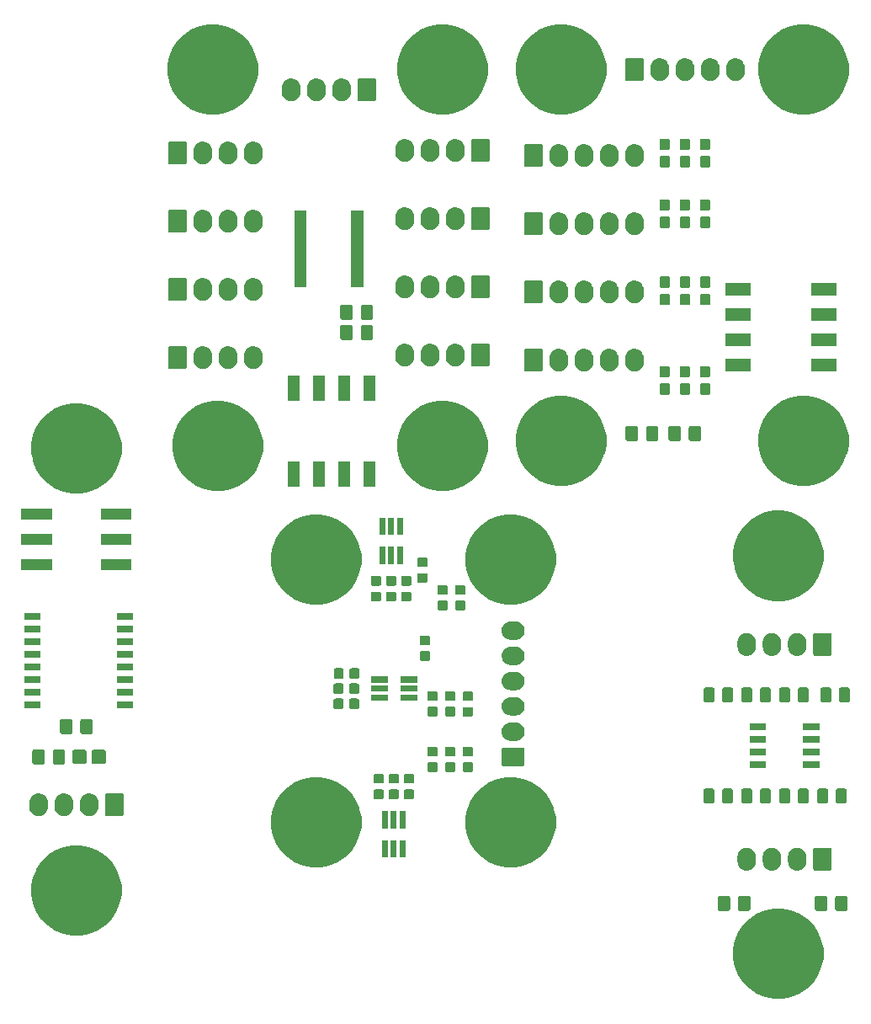
<source format=gts>
G04 #@! TF.GenerationSoftware,KiCad,Pcbnew,5.0.2+dfsg1-1~bpo9+1*
G04 #@! TF.CreationDate,2019-06-29T23:35:38+02:00*
G04 #@! TF.ProjectId,PCB_I2C,5043425f-4932-4432-9e6b-696361645f70,rev?*
G04 #@! TF.SameCoordinates,Original*
G04 #@! TF.FileFunction,Soldermask,Top*
G04 #@! TF.FilePolarity,Negative*
%FSLAX46Y46*%
G04 Gerber Fmt 4.6, Leading zero omitted, Abs format (unit mm)*
G04 Created by KiCad (PCBNEW 5.0.2+dfsg1-1~bpo9+1) date sam. 29 juin 2019 23:35:38 CEST*
%MOMM*%
%LPD*%
G01*
G04 APERTURE LIST*
%ADD10C,0.100000*%
G04 APERTURE END LIST*
D10*
G36*
X172777475Y-139133892D02*
X172777477Y-139133893D01*
X172777478Y-139133893D01*
X173605707Y-139476956D01*
X174347727Y-139972759D01*
X174351096Y-139975010D01*
X174984990Y-140608904D01*
X174984992Y-140608907D01*
X175483044Y-141354293D01*
X175826107Y-142182522D01*
X176001000Y-143061766D01*
X176001000Y-143958234D01*
X175826107Y-144837478D01*
X175483044Y-145665707D01*
X174987241Y-146407727D01*
X174984990Y-146411096D01*
X174351096Y-147044990D01*
X174351093Y-147044992D01*
X173605707Y-147543044D01*
X172777478Y-147886107D01*
X172777477Y-147886107D01*
X172777475Y-147886108D01*
X171898236Y-148061000D01*
X171001764Y-148061000D01*
X170122525Y-147886108D01*
X170122523Y-147886107D01*
X170122522Y-147886107D01*
X169294293Y-147543044D01*
X168548907Y-147044992D01*
X168548904Y-147044990D01*
X167915010Y-146411096D01*
X167912759Y-146407727D01*
X167416956Y-145665707D01*
X167073893Y-144837478D01*
X166899000Y-143958234D01*
X166899000Y-143061766D01*
X167073893Y-142182522D01*
X167416956Y-141354293D01*
X167915008Y-140608907D01*
X167915010Y-140608904D01*
X168548904Y-139975010D01*
X168552273Y-139972759D01*
X169294293Y-139476956D01*
X170122522Y-139133893D01*
X170122523Y-139133893D01*
X170122525Y-139133892D01*
X171001764Y-138959000D01*
X171898236Y-138959000D01*
X172777475Y-139133892D01*
X172777475Y-139133892D01*
G37*
G36*
X102165475Y-132783892D02*
X102165477Y-132783893D01*
X102165478Y-132783893D01*
X102993707Y-133126956D01*
X103663431Y-133574452D01*
X103739096Y-133625010D01*
X104372990Y-134258904D01*
X104372992Y-134258907D01*
X104871044Y-135004293D01*
X104927444Y-135140456D01*
X105214108Y-135832525D01*
X105389000Y-136711764D01*
X105389000Y-137608236D01*
X105333618Y-137886661D01*
X105214107Y-138487478D01*
X104871044Y-139315707D01*
X104430512Y-139975008D01*
X104372990Y-140061096D01*
X103739096Y-140694990D01*
X103739093Y-140694992D01*
X102993707Y-141193044D01*
X102165478Y-141536107D01*
X102165477Y-141536107D01*
X102165475Y-141536108D01*
X101286236Y-141711000D01*
X100389764Y-141711000D01*
X99510525Y-141536108D01*
X99510523Y-141536107D01*
X99510522Y-141536107D01*
X98682293Y-141193044D01*
X97936907Y-140694992D01*
X97936904Y-140694990D01*
X97303010Y-140061096D01*
X97245488Y-139975008D01*
X96804956Y-139315707D01*
X96461893Y-138487478D01*
X96342383Y-137886661D01*
X96287000Y-137608236D01*
X96287000Y-136711764D01*
X96461892Y-135832525D01*
X96748556Y-135140456D01*
X96804956Y-135004293D01*
X97303008Y-134258907D01*
X97303010Y-134258904D01*
X97936904Y-133625010D01*
X98012569Y-133574452D01*
X98682293Y-133126956D01*
X99510522Y-132783893D01*
X99510523Y-132783893D01*
X99510525Y-132783892D01*
X100389764Y-132609000D01*
X101286236Y-132609000D01*
X102165475Y-132783892D01*
X102165475Y-132783892D01*
G37*
G36*
X166443677Y-137683465D02*
X166481364Y-137694898D01*
X166516103Y-137713466D01*
X166546548Y-137738452D01*
X166571534Y-137768897D01*
X166590102Y-137803636D01*
X166601535Y-137841323D01*
X166606000Y-137886661D01*
X166606000Y-138973339D01*
X166601535Y-139018677D01*
X166590102Y-139056364D01*
X166571534Y-139091103D01*
X166546548Y-139121548D01*
X166516103Y-139146534D01*
X166481364Y-139165102D01*
X166443677Y-139176535D01*
X166398339Y-139181000D01*
X165561661Y-139181000D01*
X165516323Y-139176535D01*
X165478636Y-139165102D01*
X165443897Y-139146534D01*
X165413452Y-139121548D01*
X165388466Y-139091103D01*
X165369898Y-139056364D01*
X165358465Y-139018677D01*
X165354000Y-138973339D01*
X165354000Y-137886661D01*
X165358465Y-137841323D01*
X165369898Y-137803636D01*
X165388466Y-137768897D01*
X165413452Y-137738452D01*
X165443897Y-137713466D01*
X165478636Y-137694898D01*
X165516323Y-137683465D01*
X165561661Y-137679000D01*
X166398339Y-137679000D01*
X166443677Y-137683465D01*
X166443677Y-137683465D01*
G37*
G36*
X178263677Y-137683465D02*
X178301364Y-137694898D01*
X178336103Y-137713466D01*
X178366548Y-137738452D01*
X178391534Y-137768897D01*
X178410102Y-137803636D01*
X178421535Y-137841323D01*
X178426000Y-137886661D01*
X178426000Y-138973339D01*
X178421535Y-139018677D01*
X178410102Y-139056364D01*
X178391534Y-139091103D01*
X178366548Y-139121548D01*
X178336103Y-139146534D01*
X178301364Y-139165102D01*
X178263677Y-139176535D01*
X178218339Y-139181000D01*
X177381661Y-139181000D01*
X177336323Y-139176535D01*
X177298636Y-139165102D01*
X177263897Y-139146534D01*
X177233452Y-139121548D01*
X177208466Y-139091103D01*
X177189898Y-139056364D01*
X177178465Y-139018677D01*
X177174000Y-138973339D01*
X177174000Y-137886661D01*
X177178465Y-137841323D01*
X177189898Y-137803636D01*
X177208466Y-137768897D01*
X177233452Y-137738452D01*
X177263897Y-137713466D01*
X177298636Y-137694898D01*
X177336323Y-137683465D01*
X177381661Y-137679000D01*
X178218339Y-137679000D01*
X178263677Y-137683465D01*
X178263677Y-137683465D01*
G37*
G36*
X176213677Y-137683465D02*
X176251364Y-137694898D01*
X176286103Y-137713466D01*
X176316548Y-137738452D01*
X176341534Y-137768897D01*
X176360102Y-137803636D01*
X176371535Y-137841323D01*
X176376000Y-137886661D01*
X176376000Y-138973339D01*
X176371535Y-139018677D01*
X176360102Y-139056364D01*
X176341534Y-139091103D01*
X176316548Y-139121548D01*
X176286103Y-139146534D01*
X176251364Y-139165102D01*
X176213677Y-139176535D01*
X176168339Y-139181000D01*
X175331661Y-139181000D01*
X175286323Y-139176535D01*
X175248636Y-139165102D01*
X175213897Y-139146534D01*
X175183452Y-139121548D01*
X175158466Y-139091103D01*
X175139898Y-139056364D01*
X175128465Y-139018677D01*
X175124000Y-138973339D01*
X175124000Y-137886661D01*
X175128465Y-137841323D01*
X175139898Y-137803636D01*
X175158466Y-137768897D01*
X175183452Y-137738452D01*
X175213897Y-137713466D01*
X175248636Y-137694898D01*
X175286323Y-137683465D01*
X175331661Y-137679000D01*
X176168339Y-137679000D01*
X176213677Y-137683465D01*
X176213677Y-137683465D01*
G37*
G36*
X168493677Y-137683465D02*
X168531364Y-137694898D01*
X168566103Y-137713466D01*
X168596548Y-137738452D01*
X168621534Y-137768897D01*
X168640102Y-137803636D01*
X168651535Y-137841323D01*
X168656000Y-137886661D01*
X168656000Y-138973339D01*
X168651535Y-139018677D01*
X168640102Y-139056364D01*
X168621534Y-139091103D01*
X168596548Y-139121548D01*
X168566103Y-139146534D01*
X168531364Y-139165102D01*
X168493677Y-139176535D01*
X168448339Y-139181000D01*
X167611661Y-139181000D01*
X167566323Y-139176535D01*
X167528636Y-139165102D01*
X167493897Y-139146534D01*
X167463452Y-139121548D01*
X167438466Y-139091103D01*
X167419898Y-139056364D01*
X167408465Y-139018677D01*
X167404000Y-138973339D01*
X167404000Y-137886661D01*
X167408465Y-137841323D01*
X167419898Y-137803636D01*
X167438466Y-137768897D01*
X167463452Y-137738452D01*
X167493897Y-137713466D01*
X167528636Y-137694898D01*
X167566323Y-137683465D01*
X167611661Y-137679000D01*
X168448339Y-137679000D01*
X168493677Y-137683465D01*
X168493677Y-137683465D01*
G37*
G36*
X173535548Y-132847326D02*
X173651287Y-132882435D01*
X173709158Y-132899990D01*
X173732315Y-132912368D01*
X173869156Y-132985511D01*
X174009396Y-133100604D01*
X174124489Y-133240844D01*
X174210010Y-133400843D01*
X174262674Y-133574452D01*
X174276000Y-133709757D01*
X174276000Y-134260244D01*
X174262674Y-134395548D01*
X174227565Y-134511287D01*
X174210010Y-134569158D01*
X174164298Y-134654679D01*
X174124489Y-134729156D01*
X174009396Y-134869396D01*
X173869155Y-134984489D01*
X173767514Y-135038817D01*
X173709157Y-135070010D01*
X173662550Y-135084148D01*
X173535547Y-135122674D01*
X173355000Y-135140456D01*
X173174452Y-135122674D01*
X173047449Y-135084148D01*
X173000842Y-135070010D01*
X172859686Y-134994560D01*
X172840844Y-134984489D01*
X172700604Y-134869396D01*
X172585511Y-134729155D01*
X172499991Y-134569158D01*
X172499990Y-134569157D01*
X172482435Y-134511286D01*
X172447326Y-134395547D01*
X172434000Y-134260243D01*
X172434000Y-133709756D01*
X172447326Y-133574452D01*
X172499990Y-133400843D01*
X172499990Y-133400842D01*
X172585513Y-133240843D01*
X172700605Y-133100604D01*
X172840844Y-132985512D01*
X172840843Y-132985512D01*
X172840845Y-132985511D01*
X172977686Y-132912368D01*
X173000843Y-132899990D01*
X173058714Y-132882435D01*
X173174453Y-132847326D01*
X173355000Y-132829544D01*
X173535548Y-132847326D01*
X173535548Y-132847326D01*
G37*
G36*
X168455548Y-132847326D02*
X168571287Y-132882435D01*
X168629158Y-132899990D01*
X168652315Y-132912368D01*
X168789156Y-132985511D01*
X168929396Y-133100604D01*
X169044489Y-133240844D01*
X169130010Y-133400843D01*
X169182674Y-133574452D01*
X169196000Y-133709757D01*
X169196000Y-134260244D01*
X169182674Y-134395548D01*
X169147565Y-134511287D01*
X169130010Y-134569158D01*
X169084298Y-134654679D01*
X169044489Y-134729156D01*
X168929396Y-134869396D01*
X168789155Y-134984489D01*
X168687514Y-135038817D01*
X168629157Y-135070010D01*
X168582550Y-135084148D01*
X168455547Y-135122674D01*
X168275000Y-135140456D01*
X168094452Y-135122674D01*
X167967449Y-135084148D01*
X167920842Y-135070010D01*
X167779686Y-134994560D01*
X167760844Y-134984489D01*
X167620604Y-134869396D01*
X167505511Y-134729155D01*
X167419991Y-134569158D01*
X167419990Y-134569157D01*
X167402435Y-134511286D01*
X167367326Y-134395547D01*
X167354000Y-134260243D01*
X167354000Y-133709756D01*
X167367326Y-133574452D01*
X167419990Y-133400843D01*
X167419990Y-133400842D01*
X167505513Y-133240843D01*
X167620605Y-133100604D01*
X167760844Y-132985512D01*
X167760843Y-132985512D01*
X167760845Y-132985511D01*
X167897686Y-132912368D01*
X167920843Y-132899990D01*
X167978714Y-132882435D01*
X168094453Y-132847326D01*
X168275000Y-132829544D01*
X168455548Y-132847326D01*
X168455548Y-132847326D01*
G37*
G36*
X170995548Y-132847326D02*
X171111287Y-132882435D01*
X171169158Y-132899990D01*
X171192315Y-132912368D01*
X171329156Y-132985511D01*
X171469396Y-133100604D01*
X171584489Y-133240844D01*
X171670010Y-133400843D01*
X171722674Y-133574452D01*
X171736000Y-133709757D01*
X171736000Y-134260244D01*
X171722674Y-134395548D01*
X171687565Y-134511287D01*
X171670010Y-134569158D01*
X171624298Y-134654679D01*
X171584489Y-134729156D01*
X171469396Y-134869396D01*
X171329155Y-134984489D01*
X171227514Y-135038817D01*
X171169157Y-135070010D01*
X171122550Y-135084148D01*
X170995547Y-135122674D01*
X170815000Y-135140456D01*
X170634452Y-135122674D01*
X170507449Y-135084148D01*
X170460842Y-135070010D01*
X170319686Y-134994560D01*
X170300844Y-134984489D01*
X170160604Y-134869396D01*
X170045511Y-134729155D01*
X169959991Y-134569158D01*
X169959990Y-134569157D01*
X169942435Y-134511286D01*
X169907326Y-134395547D01*
X169894000Y-134260243D01*
X169894000Y-133709756D01*
X169907326Y-133574452D01*
X169959990Y-133400843D01*
X169959990Y-133400842D01*
X170045513Y-133240843D01*
X170160605Y-133100604D01*
X170300844Y-132985512D01*
X170300843Y-132985512D01*
X170300845Y-132985511D01*
X170437686Y-132912368D01*
X170460843Y-132899990D01*
X170518714Y-132882435D01*
X170634453Y-132847326D01*
X170815000Y-132829544D01*
X170995548Y-132847326D01*
X170995548Y-132847326D01*
G37*
G36*
X176674560Y-132837966D02*
X176707383Y-132847923D01*
X176737632Y-132864092D01*
X176764148Y-132885852D01*
X176785908Y-132912368D01*
X176802077Y-132942617D01*
X176812034Y-132975440D01*
X176816000Y-133015712D01*
X176816000Y-134954288D01*
X176812034Y-134994560D01*
X176802077Y-135027383D01*
X176785908Y-135057632D01*
X176764148Y-135084148D01*
X176737632Y-135105908D01*
X176707383Y-135122077D01*
X176674560Y-135132034D01*
X176634288Y-135136000D01*
X175155712Y-135136000D01*
X175115440Y-135132034D01*
X175082617Y-135122077D01*
X175052368Y-135105908D01*
X175025852Y-135084148D01*
X175004092Y-135057632D01*
X174987923Y-135027383D01*
X174977966Y-134994560D01*
X174974000Y-134954288D01*
X174974000Y-133015712D01*
X174977966Y-132975440D01*
X174987923Y-132942617D01*
X175004092Y-132912368D01*
X175025852Y-132885852D01*
X175052368Y-132864092D01*
X175082617Y-132847923D01*
X175115440Y-132837966D01*
X175155712Y-132834000D01*
X176634288Y-132834000D01*
X176674560Y-132837966D01*
X176674560Y-132837966D01*
G37*
G36*
X126295475Y-125925892D02*
X126295477Y-125925893D01*
X126295478Y-125925893D01*
X127123707Y-126268956D01*
X127865727Y-126764759D01*
X127869096Y-126767010D01*
X128502990Y-127400904D01*
X128502992Y-127400907D01*
X129001044Y-128146293D01*
X129271505Y-128799245D01*
X129344108Y-128974525D01*
X129519000Y-129853764D01*
X129519000Y-130750234D01*
X129344107Y-131629478D01*
X129001044Y-132457707D01*
X128505241Y-133199727D01*
X128502990Y-133203096D01*
X127869096Y-133836990D01*
X127869093Y-133836992D01*
X127123707Y-134335044D01*
X126295478Y-134678107D01*
X126295477Y-134678107D01*
X126295475Y-134678108D01*
X125416236Y-134853000D01*
X124519764Y-134853000D01*
X123640525Y-134678108D01*
X123640523Y-134678107D01*
X123640522Y-134678107D01*
X122812293Y-134335044D01*
X122066907Y-133836992D01*
X122066904Y-133836990D01*
X121433010Y-133203096D01*
X121430759Y-133199727D01*
X120934956Y-132457707D01*
X120591893Y-131629478D01*
X120417000Y-130750234D01*
X120417000Y-129853764D01*
X120591892Y-128974525D01*
X120664495Y-128799245D01*
X120934956Y-128146293D01*
X121433008Y-127400907D01*
X121433010Y-127400904D01*
X122066904Y-126767010D01*
X122070273Y-126764759D01*
X122812293Y-126268956D01*
X123640522Y-125925893D01*
X123640523Y-125925893D01*
X123640525Y-125925892D01*
X124519764Y-125751000D01*
X125416236Y-125751000D01*
X126295475Y-125925892D01*
X126295475Y-125925892D01*
G37*
G36*
X145853475Y-125925892D02*
X145853477Y-125925893D01*
X145853478Y-125925893D01*
X146681707Y-126268956D01*
X147423727Y-126764759D01*
X147427096Y-126767010D01*
X148060990Y-127400904D01*
X148060992Y-127400907D01*
X148559044Y-128146293D01*
X148829505Y-128799245D01*
X148902108Y-128974525D01*
X149077000Y-129853764D01*
X149077000Y-130750234D01*
X148902107Y-131629478D01*
X148559044Y-132457707D01*
X148063241Y-133199727D01*
X148060990Y-133203096D01*
X147427096Y-133836990D01*
X147427093Y-133836992D01*
X146681707Y-134335044D01*
X145853478Y-134678107D01*
X145853477Y-134678107D01*
X145853475Y-134678108D01*
X144974236Y-134853000D01*
X144077764Y-134853000D01*
X143198525Y-134678108D01*
X143198523Y-134678107D01*
X143198522Y-134678107D01*
X142370293Y-134335044D01*
X141624907Y-133836992D01*
X141624904Y-133836990D01*
X140991010Y-133203096D01*
X140988759Y-133199727D01*
X140492956Y-132457707D01*
X140149893Y-131629478D01*
X139975000Y-130750234D01*
X139975000Y-129853764D01*
X140149892Y-128974525D01*
X140222495Y-128799245D01*
X140492956Y-128146293D01*
X140991008Y-127400907D01*
X140991010Y-127400904D01*
X141624904Y-126767010D01*
X141628273Y-126764759D01*
X142370293Y-126268956D01*
X143198522Y-125925893D01*
X143198523Y-125925893D01*
X143198525Y-125925892D01*
X144077764Y-125751000D01*
X144974236Y-125751000D01*
X145853475Y-125925892D01*
X145853475Y-125925892D01*
G37*
G36*
X132159637Y-133835625D02*
X131557637Y-133835625D01*
X131557637Y-132133625D01*
X132159637Y-132133625D01*
X132159637Y-133835625D01*
X132159637Y-133835625D01*
G37*
G36*
X133959637Y-133835625D02*
X133357637Y-133835625D01*
X133357637Y-132133625D01*
X133959637Y-132133625D01*
X133959637Y-133835625D01*
X133959637Y-133835625D01*
G37*
G36*
X133059637Y-133835625D02*
X132457637Y-133835625D01*
X132457637Y-132133625D01*
X133059637Y-132133625D01*
X133059637Y-133835625D01*
X133059637Y-133835625D01*
G37*
G36*
X132159637Y-130885625D02*
X131557637Y-130885625D01*
X131557637Y-129183625D01*
X132159637Y-129183625D01*
X132159637Y-130885625D01*
X132159637Y-130885625D01*
G37*
G36*
X133959637Y-130885625D02*
X133357637Y-130885625D01*
X133357637Y-129183625D01*
X133959637Y-129183625D01*
X133959637Y-130885625D01*
X133959637Y-130885625D01*
G37*
G36*
X133059637Y-130885625D02*
X132457637Y-130885625D01*
X132457637Y-129183625D01*
X133059637Y-129183625D01*
X133059637Y-130885625D01*
X133059637Y-130885625D01*
G37*
G36*
X102288548Y-127386326D02*
X102404287Y-127421435D01*
X102462158Y-127438990D01*
X102485315Y-127451368D01*
X102622156Y-127524511D01*
X102762396Y-127639604D01*
X102877489Y-127779844D01*
X102963010Y-127939843D01*
X103015674Y-128113452D01*
X103029000Y-128248757D01*
X103029000Y-128799244D01*
X103015674Y-128934548D01*
X103003548Y-128974522D01*
X102963010Y-129108158D01*
X102922672Y-129183625D01*
X102877489Y-129268156D01*
X102762396Y-129408396D01*
X102622155Y-129523489D01*
X102520514Y-129577817D01*
X102462157Y-129609010D01*
X102415550Y-129623148D01*
X102288547Y-129661674D01*
X102108000Y-129679456D01*
X101927452Y-129661674D01*
X101800449Y-129623148D01*
X101753842Y-129609010D01*
X101612686Y-129533560D01*
X101593844Y-129523489D01*
X101453604Y-129408396D01*
X101338511Y-129268155D01*
X101252991Y-129108158D01*
X101252990Y-129108157D01*
X101235435Y-129050286D01*
X101200326Y-128934547D01*
X101187000Y-128799243D01*
X101187000Y-128248756D01*
X101200326Y-128113452D01*
X101252990Y-127939843D01*
X101252990Y-127939842D01*
X101338513Y-127779843D01*
X101453605Y-127639604D01*
X101593844Y-127524512D01*
X101593843Y-127524512D01*
X101593845Y-127524511D01*
X101730686Y-127451368D01*
X101753843Y-127438990D01*
X101811714Y-127421435D01*
X101927453Y-127386326D01*
X102108000Y-127368544D01*
X102288548Y-127386326D01*
X102288548Y-127386326D01*
G37*
G36*
X99748548Y-127386326D02*
X99864287Y-127421435D01*
X99922158Y-127438990D01*
X99945315Y-127451368D01*
X100082156Y-127524511D01*
X100222396Y-127639604D01*
X100337489Y-127779844D01*
X100423010Y-127939843D01*
X100475674Y-128113452D01*
X100489000Y-128248757D01*
X100489000Y-128799244D01*
X100475674Y-128934548D01*
X100463548Y-128974522D01*
X100423010Y-129108158D01*
X100382672Y-129183625D01*
X100337489Y-129268156D01*
X100222396Y-129408396D01*
X100082155Y-129523489D01*
X99980514Y-129577817D01*
X99922157Y-129609010D01*
X99875550Y-129623148D01*
X99748547Y-129661674D01*
X99568000Y-129679456D01*
X99387452Y-129661674D01*
X99260449Y-129623148D01*
X99213842Y-129609010D01*
X99072686Y-129533560D01*
X99053844Y-129523489D01*
X98913604Y-129408396D01*
X98798511Y-129268155D01*
X98712991Y-129108158D01*
X98712990Y-129108157D01*
X98695435Y-129050286D01*
X98660326Y-128934547D01*
X98647000Y-128799243D01*
X98647000Y-128248756D01*
X98660326Y-128113452D01*
X98712990Y-127939843D01*
X98712990Y-127939842D01*
X98798513Y-127779843D01*
X98913605Y-127639604D01*
X99053844Y-127524512D01*
X99053843Y-127524512D01*
X99053845Y-127524511D01*
X99190686Y-127451368D01*
X99213843Y-127438990D01*
X99271714Y-127421435D01*
X99387453Y-127386326D01*
X99568000Y-127368544D01*
X99748548Y-127386326D01*
X99748548Y-127386326D01*
G37*
G36*
X97208548Y-127386326D02*
X97324287Y-127421435D01*
X97382158Y-127438990D01*
X97405315Y-127451368D01*
X97542156Y-127524511D01*
X97682396Y-127639604D01*
X97797489Y-127779844D01*
X97883010Y-127939843D01*
X97935674Y-128113452D01*
X97949000Y-128248757D01*
X97949000Y-128799244D01*
X97935674Y-128934548D01*
X97923548Y-128974522D01*
X97883010Y-129108158D01*
X97842672Y-129183625D01*
X97797489Y-129268156D01*
X97682396Y-129408396D01*
X97542155Y-129523489D01*
X97440514Y-129577817D01*
X97382157Y-129609010D01*
X97335550Y-129623148D01*
X97208547Y-129661674D01*
X97028000Y-129679456D01*
X96847452Y-129661674D01*
X96720449Y-129623148D01*
X96673842Y-129609010D01*
X96532686Y-129533560D01*
X96513844Y-129523489D01*
X96373604Y-129408396D01*
X96258511Y-129268155D01*
X96172991Y-129108158D01*
X96172990Y-129108157D01*
X96155435Y-129050286D01*
X96120326Y-128934547D01*
X96107000Y-128799243D01*
X96107000Y-128248756D01*
X96120326Y-128113452D01*
X96172990Y-127939843D01*
X96172990Y-127939842D01*
X96258513Y-127779843D01*
X96373605Y-127639604D01*
X96513844Y-127524512D01*
X96513843Y-127524512D01*
X96513845Y-127524511D01*
X96650686Y-127451368D01*
X96673843Y-127438990D01*
X96731714Y-127421435D01*
X96847453Y-127386326D01*
X97028000Y-127368544D01*
X97208548Y-127386326D01*
X97208548Y-127386326D01*
G37*
G36*
X105427560Y-127376966D02*
X105460383Y-127386923D01*
X105490632Y-127403092D01*
X105517148Y-127424852D01*
X105538908Y-127451368D01*
X105555077Y-127481617D01*
X105565034Y-127514440D01*
X105569000Y-127554712D01*
X105569000Y-129493288D01*
X105565034Y-129533560D01*
X105555077Y-129566383D01*
X105538908Y-129596632D01*
X105517148Y-129623148D01*
X105490632Y-129644908D01*
X105460383Y-129661077D01*
X105427560Y-129671034D01*
X105387288Y-129675000D01*
X103908712Y-129675000D01*
X103868440Y-129671034D01*
X103835617Y-129661077D01*
X103805368Y-129644908D01*
X103778852Y-129623148D01*
X103757092Y-129596632D01*
X103740923Y-129566383D01*
X103730966Y-129533560D01*
X103727000Y-129493288D01*
X103727000Y-127554712D01*
X103730966Y-127514440D01*
X103740923Y-127481617D01*
X103757092Y-127451368D01*
X103778852Y-127424852D01*
X103805368Y-127403092D01*
X103835617Y-127386923D01*
X103868440Y-127376966D01*
X103908712Y-127373000D01*
X105387288Y-127373000D01*
X105427560Y-127376966D01*
X105427560Y-127376966D01*
G37*
G36*
X172456966Y-126888565D02*
X172495637Y-126900296D01*
X172531279Y-126919348D01*
X172562517Y-126944983D01*
X172588152Y-126976221D01*
X172607204Y-127011863D01*
X172618935Y-127050534D01*
X172623500Y-127096888D01*
X172623500Y-128173112D01*
X172618935Y-128219466D01*
X172607204Y-128258137D01*
X172588152Y-128293779D01*
X172562517Y-128325017D01*
X172531279Y-128350652D01*
X172495637Y-128369704D01*
X172456966Y-128381435D01*
X172410612Y-128386000D01*
X171759388Y-128386000D01*
X171713034Y-128381435D01*
X171674363Y-128369704D01*
X171638721Y-128350652D01*
X171607483Y-128325017D01*
X171581848Y-128293779D01*
X171562796Y-128258137D01*
X171551065Y-128219466D01*
X171546500Y-128173112D01*
X171546500Y-127096888D01*
X171551065Y-127050534D01*
X171562796Y-127011863D01*
X171581848Y-126976221D01*
X171607483Y-126944983D01*
X171638721Y-126919348D01*
X171674363Y-126900296D01*
X171713034Y-126888565D01*
X171759388Y-126884000D01*
X172410612Y-126884000D01*
X172456966Y-126888565D01*
X172456966Y-126888565D01*
G37*
G36*
X164836966Y-126888565D02*
X164875637Y-126900296D01*
X164911279Y-126919348D01*
X164942517Y-126944983D01*
X164968152Y-126976221D01*
X164987204Y-127011863D01*
X164998935Y-127050534D01*
X165003500Y-127096888D01*
X165003500Y-128173112D01*
X164998935Y-128219466D01*
X164987204Y-128258137D01*
X164968152Y-128293779D01*
X164942517Y-128325017D01*
X164911279Y-128350652D01*
X164875637Y-128369704D01*
X164836966Y-128381435D01*
X164790612Y-128386000D01*
X164139388Y-128386000D01*
X164093034Y-128381435D01*
X164054363Y-128369704D01*
X164018721Y-128350652D01*
X163987483Y-128325017D01*
X163961848Y-128293779D01*
X163942796Y-128258137D01*
X163931065Y-128219466D01*
X163926500Y-128173112D01*
X163926500Y-127096888D01*
X163931065Y-127050534D01*
X163942796Y-127011863D01*
X163961848Y-126976221D01*
X163987483Y-126944983D01*
X164018721Y-126919348D01*
X164054363Y-126900296D01*
X164093034Y-126888565D01*
X164139388Y-126884000D01*
X164790612Y-126884000D01*
X164836966Y-126888565D01*
X164836966Y-126888565D01*
G37*
G36*
X166711966Y-126888565D02*
X166750637Y-126900296D01*
X166786279Y-126919348D01*
X166817517Y-126944983D01*
X166843152Y-126976221D01*
X166862204Y-127011863D01*
X166873935Y-127050534D01*
X166878500Y-127096888D01*
X166878500Y-128173112D01*
X166873935Y-128219466D01*
X166862204Y-128258137D01*
X166843152Y-128293779D01*
X166817517Y-128325017D01*
X166786279Y-128350652D01*
X166750637Y-128369704D01*
X166711966Y-128381435D01*
X166665612Y-128386000D01*
X166014388Y-128386000D01*
X165968034Y-128381435D01*
X165929363Y-128369704D01*
X165893721Y-128350652D01*
X165862483Y-128325017D01*
X165836848Y-128293779D01*
X165817796Y-128258137D01*
X165806065Y-128219466D01*
X165801500Y-128173112D01*
X165801500Y-127096888D01*
X165806065Y-127050534D01*
X165817796Y-127011863D01*
X165836848Y-126976221D01*
X165862483Y-126944983D01*
X165893721Y-126919348D01*
X165929363Y-126900296D01*
X165968034Y-126888565D01*
X166014388Y-126884000D01*
X166665612Y-126884000D01*
X166711966Y-126888565D01*
X166711966Y-126888565D01*
G37*
G36*
X170521966Y-126888565D02*
X170560637Y-126900296D01*
X170596279Y-126919348D01*
X170627517Y-126944983D01*
X170653152Y-126976221D01*
X170672204Y-127011863D01*
X170683935Y-127050534D01*
X170688500Y-127096888D01*
X170688500Y-128173112D01*
X170683935Y-128219466D01*
X170672204Y-128258137D01*
X170653152Y-128293779D01*
X170627517Y-128325017D01*
X170596279Y-128350652D01*
X170560637Y-128369704D01*
X170521966Y-128381435D01*
X170475612Y-128386000D01*
X169824388Y-128386000D01*
X169778034Y-128381435D01*
X169739363Y-128369704D01*
X169703721Y-128350652D01*
X169672483Y-128325017D01*
X169646848Y-128293779D01*
X169627796Y-128258137D01*
X169616065Y-128219466D01*
X169611500Y-128173112D01*
X169611500Y-127096888D01*
X169616065Y-127050534D01*
X169627796Y-127011863D01*
X169646848Y-126976221D01*
X169672483Y-126944983D01*
X169703721Y-126919348D01*
X169739363Y-126900296D01*
X169778034Y-126888565D01*
X169824388Y-126884000D01*
X170475612Y-126884000D01*
X170521966Y-126888565D01*
X170521966Y-126888565D01*
G37*
G36*
X168646966Y-126888565D02*
X168685637Y-126900296D01*
X168721279Y-126919348D01*
X168752517Y-126944983D01*
X168778152Y-126976221D01*
X168797204Y-127011863D01*
X168808935Y-127050534D01*
X168813500Y-127096888D01*
X168813500Y-128173112D01*
X168808935Y-128219466D01*
X168797204Y-128258137D01*
X168778152Y-128293779D01*
X168752517Y-128325017D01*
X168721279Y-128350652D01*
X168685637Y-128369704D01*
X168646966Y-128381435D01*
X168600612Y-128386000D01*
X167949388Y-128386000D01*
X167903034Y-128381435D01*
X167864363Y-128369704D01*
X167828721Y-128350652D01*
X167797483Y-128325017D01*
X167771848Y-128293779D01*
X167752796Y-128258137D01*
X167741065Y-128219466D01*
X167736500Y-128173112D01*
X167736500Y-127096888D01*
X167741065Y-127050534D01*
X167752796Y-127011863D01*
X167771848Y-126976221D01*
X167797483Y-126944983D01*
X167828721Y-126919348D01*
X167864363Y-126900296D01*
X167903034Y-126888565D01*
X167949388Y-126884000D01*
X168600612Y-126884000D01*
X168646966Y-126888565D01*
X168646966Y-126888565D01*
G37*
G36*
X176296966Y-126888565D02*
X176335637Y-126900296D01*
X176371279Y-126919348D01*
X176402517Y-126944983D01*
X176428152Y-126976221D01*
X176447204Y-127011863D01*
X176458935Y-127050534D01*
X176463500Y-127096888D01*
X176463500Y-128173112D01*
X176458935Y-128219466D01*
X176447204Y-128258137D01*
X176428152Y-128293779D01*
X176402517Y-128325017D01*
X176371279Y-128350652D01*
X176335637Y-128369704D01*
X176296966Y-128381435D01*
X176250612Y-128386000D01*
X175599388Y-128386000D01*
X175553034Y-128381435D01*
X175514363Y-128369704D01*
X175478721Y-128350652D01*
X175447483Y-128325017D01*
X175421848Y-128293779D01*
X175402796Y-128258137D01*
X175391065Y-128219466D01*
X175386500Y-128173112D01*
X175386500Y-127096888D01*
X175391065Y-127050534D01*
X175402796Y-127011863D01*
X175421848Y-126976221D01*
X175447483Y-126944983D01*
X175478721Y-126919348D01*
X175514363Y-126900296D01*
X175553034Y-126888565D01*
X175599388Y-126884000D01*
X176250612Y-126884000D01*
X176296966Y-126888565D01*
X176296966Y-126888565D01*
G37*
G36*
X178171966Y-126888565D02*
X178210637Y-126900296D01*
X178246279Y-126919348D01*
X178277517Y-126944983D01*
X178303152Y-126976221D01*
X178322204Y-127011863D01*
X178333935Y-127050534D01*
X178338500Y-127096888D01*
X178338500Y-128173112D01*
X178333935Y-128219466D01*
X178322204Y-128258137D01*
X178303152Y-128293779D01*
X178277517Y-128325017D01*
X178246279Y-128350652D01*
X178210637Y-128369704D01*
X178171966Y-128381435D01*
X178125612Y-128386000D01*
X177474388Y-128386000D01*
X177428034Y-128381435D01*
X177389363Y-128369704D01*
X177353721Y-128350652D01*
X177322483Y-128325017D01*
X177296848Y-128293779D01*
X177277796Y-128258137D01*
X177266065Y-128219466D01*
X177261500Y-128173112D01*
X177261500Y-127096888D01*
X177266065Y-127050534D01*
X177277796Y-127011863D01*
X177296848Y-126976221D01*
X177322483Y-126944983D01*
X177353721Y-126919348D01*
X177389363Y-126900296D01*
X177428034Y-126888565D01*
X177474388Y-126884000D01*
X178125612Y-126884000D01*
X178171966Y-126888565D01*
X178171966Y-126888565D01*
G37*
G36*
X174331966Y-126888565D02*
X174370637Y-126900296D01*
X174406279Y-126919348D01*
X174437517Y-126944983D01*
X174463152Y-126976221D01*
X174482204Y-127011863D01*
X174493935Y-127050534D01*
X174498500Y-127096888D01*
X174498500Y-128173112D01*
X174493935Y-128219466D01*
X174482204Y-128258137D01*
X174463152Y-128293779D01*
X174437517Y-128325017D01*
X174406279Y-128350652D01*
X174370637Y-128369704D01*
X174331966Y-128381435D01*
X174285612Y-128386000D01*
X173634388Y-128386000D01*
X173588034Y-128381435D01*
X173549363Y-128369704D01*
X173513721Y-128350652D01*
X173482483Y-128325017D01*
X173456848Y-128293779D01*
X173437796Y-128258137D01*
X173426065Y-128219466D01*
X173421500Y-128173112D01*
X173421500Y-127096888D01*
X173426065Y-127050534D01*
X173437796Y-127011863D01*
X173456848Y-126976221D01*
X173482483Y-126944983D01*
X173513721Y-126919348D01*
X173549363Y-126900296D01*
X173588034Y-126888565D01*
X173634388Y-126884000D01*
X174285612Y-126884000D01*
X174331966Y-126888565D01*
X174331966Y-126888565D01*
G37*
G36*
X134662228Y-126986710D02*
X134696206Y-126997018D01*
X134727524Y-127013758D01*
X134754976Y-127036286D01*
X134777504Y-127063738D01*
X134794244Y-127095056D01*
X134804552Y-127129034D01*
X134808637Y-127170515D01*
X134808637Y-127771735D01*
X134804552Y-127813216D01*
X134794244Y-127847194D01*
X134777504Y-127878512D01*
X134754976Y-127905964D01*
X134727524Y-127928492D01*
X134696206Y-127945232D01*
X134662228Y-127955540D01*
X134620747Y-127959625D01*
X133944527Y-127959625D01*
X133903046Y-127955540D01*
X133869068Y-127945232D01*
X133837750Y-127928492D01*
X133810298Y-127905964D01*
X133787770Y-127878512D01*
X133771030Y-127847194D01*
X133760722Y-127813216D01*
X133756637Y-127771735D01*
X133756637Y-127170515D01*
X133760722Y-127129034D01*
X133771030Y-127095056D01*
X133787770Y-127063738D01*
X133810298Y-127036286D01*
X133837750Y-127013758D01*
X133869068Y-126997018D01*
X133903046Y-126986710D01*
X133944527Y-126982625D01*
X134620747Y-126982625D01*
X134662228Y-126986710D01*
X134662228Y-126986710D01*
G37*
G36*
X133138228Y-126986710D02*
X133172206Y-126997018D01*
X133203524Y-127013758D01*
X133230976Y-127036286D01*
X133253504Y-127063738D01*
X133270244Y-127095056D01*
X133280552Y-127129034D01*
X133284637Y-127170515D01*
X133284637Y-127771735D01*
X133280552Y-127813216D01*
X133270244Y-127847194D01*
X133253504Y-127878512D01*
X133230976Y-127905964D01*
X133203524Y-127928492D01*
X133172206Y-127945232D01*
X133138228Y-127955540D01*
X133096747Y-127959625D01*
X132420527Y-127959625D01*
X132379046Y-127955540D01*
X132345068Y-127945232D01*
X132313750Y-127928492D01*
X132286298Y-127905964D01*
X132263770Y-127878512D01*
X132247030Y-127847194D01*
X132236722Y-127813216D01*
X132232637Y-127771735D01*
X132232637Y-127170515D01*
X132236722Y-127129034D01*
X132247030Y-127095056D01*
X132263770Y-127063738D01*
X132286298Y-127036286D01*
X132313750Y-127013758D01*
X132345068Y-126997018D01*
X132379046Y-126986710D01*
X132420527Y-126982625D01*
X133096747Y-126982625D01*
X133138228Y-126986710D01*
X133138228Y-126986710D01*
G37*
G36*
X131614228Y-126986710D02*
X131648206Y-126997018D01*
X131679524Y-127013758D01*
X131706976Y-127036286D01*
X131729504Y-127063738D01*
X131746244Y-127095056D01*
X131756552Y-127129034D01*
X131760637Y-127170515D01*
X131760637Y-127771735D01*
X131756552Y-127813216D01*
X131746244Y-127847194D01*
X131729504Y-127878512D01*
X131706976Y-127905964D01*
X131679524Y-127928492D01*
X131648206Y-127945232D01*
X131614228Y-127955540D01*
X131572747Y-127959625D01*
X130896527Y-127959625D01*
X130855046Y-127955540D01*
X130821068Y-127945232D01*
X130789750Y-127928492D01*
X130762298Y-127905964D01*
X130739770Y-127878512D01*
X130723030Y-127847194D01*
X130712722Y-127813216D01*
X130708637Y-127771735D01*
X130708637Y-127170515D01*
X130712722Y-127129034D01*
X130723030Y-127095056D01*
X130739770Y-127063738D01*
X130762298Y-127036286D01*
X130789750Y-127013758D01*
X130821068Y-126997018D01*
X130855046Y-126986710D01*
X130896527Y-126982625D01*
X131572747Y-126982625D01*
X131614228Y-126986710D01*
X131614228Y-126986710D01*
G37*
G36*
X134662228Y-125411710D02*
X134696206Y-125422018D01*
X134727524Y-125438758D01*
X134754976Y-125461286D01*
X134777504Y-125488738D01*
X134794244Y-125520056D01*
X134804552Y-125554034D01*
X134808637Y-125595515D01*
X134808637Y-126196735D01*
X134804552Y-126238216D01*
X134794244Y-126272194D01*
X134777504Y-126303512D01*
X134754976Y-126330964D01*
X134727524Y-126353492D01*
X134696206Y-126370232D01*
X134662228Y-126380540D01*
X134620747Y-126384625D01*
X133944527Y-126384625D01*
X133903046Y-126380540D01*
X133869068Y-126370232D01*
X133837750Y-126353492D01*
X133810298Y-126330964D01*
X133787770Y-126303512D01*
X133771030Y-126272194D01*
X133760722Y-126238216D01*
X133756637Y-126196735D01*
X133756637Y-125595515D01*
X133760722Y-125554034D01*
X133771030Y-125520056D01*
X133787770Y-125488738D01*
X133810298Y-125461286D01*
X133837750Y-125438758D01*
X133869068Y-125422018D01*
X133903046Y-125411710D01*
X133944527Y-125407625D01*
X134620747Y-125407625D01*
X134662228Y-125411710D01*
X134662228Y-125411710D01*
G37*
G36*
X131614228Y-125411710D02*
X131648206Y-125422018D01*
X131679524Y-125438758D01*
X131706976Y-125461286D01*
X131729504Y-125488738D01*
X131746244Y-125520056D01*
X131756552Y-125554034D01*
X131760637Y-125595515D01*
X131760637Y-126196735D01*
X131756552Y-126238216D01*
X131746244Y-126272194D01*
X131729504Y-126303512D01*
X131706976Y-126330964D01*
X131679524Y-126353492D01*
X131648206Y-126370232D01*
X131614228Y-126380540D01*
X131572747Y-126384625D01*
X130896527Y-126384625D01*
X130855046Y-126380540D01*
X130821068Y-126370232D01*
X130789750Y-126353492D01*
X130762298Y-126330964D01*
X130739770Y-126303512D01*
X130723030Y-126272194D01*
X130712722Y-126238216D01*
X130708637Y-126196735D01*
X130708637Y-125595515D01*
X130712722Y-125554034D01*
X130723030Y-125520056D01*
X130739770Y-125488738D01*
X130762298Y-125461286D01*
X130789750Y-125438758D01*
X130821068Y-125422018D01*
X130855046Y-125411710D01*
X130896527Y-125407625D01*
X131572747Y-125407625D01*
X131614228Y-125411710D01*
X131614228Y-125411710D01*
G37*
G36*
X133138228Y-125411710D02*
X133172206Y-125422018D01*
X133203524Y-125438758D01*
X133230976Y-125461286D01*
X133253504Y-125488738D01*
X133270244Y-125520056D01*
X133280552Y-125554034D01*
X133284637Y-125595515D01*
X133284637Y-126196735D01*
X133280552Y-126238216D01*
X133270244Y-126272194D01*
X133253504Y-126303512D01*
X133230976Y-126330964D01*
X133203524Y-126353492D01*
X133172206Y-126370232D01*
X133138228Y-126380540D01*
X133096747Y-126384625D01*
X132420527Y-126384625D01*
X132379046Y-126380540D01*
X132345068Y-126370232D01*
X132313750Y-126353492D01*
X132286298Y-126330964D01*
X132263770Y-126303512D01*
X132247030Y-126272194D01*
X132236722Y-126238216D01*
X132232637Y-126196735D01*
X132232637Y-125595515D01*
X132236722Y-125554034D01*
X132247030Y-125520056D01*
X132263770Y-125488738D01*
X132286298Y-125461286D01*
X132313750Y-125438758D01*
X132345068Y-125422018D01*
X132379046Y-125411710D01*
X132420527Y-125407625D01*
X133096747Y-125407625D01*
X133138228Y-125411710D01*
X133138228Y-125411710D01*
G37*
G36*
X140587591Y-124255085D02*
X140621569Y-124265393D01*
X140652887Y-124282133D01*
X140680339Y-124304661D01*
X140702867Y-124332113D01*
X140719607Y-124363431D01*
X140729915Y-124397409D01*
X140734000Y-124438890D01*
X140734000Y-125040110D01*
X140729915Y-125081591D01*
X140719607Y-125115569D01*
X140702867Y-125146887D01*
X140680339Y-125174339D01*
X140652887Y-125196867D01*
X140621569Y-125213607D01*
X140587591Y-125223915D01*
X140546110Y-125228000D01*
X139869890Y-125228000D01*
X139828409Y-125223915D01*
X139794431Y-125213607D01*
X139763113Y-125196867D01*
X139735661Y-125174339D01*
X139713133Y-125146887D01*
X139696393Y-125115569D01*
X139686085Y-125081591D01*
X139682000Y-125040110D01*
X139682000Y-124438890D01*
X139686085Y-124397409D01*
X139696393Y-124363431D01*
X139713133Y-124332113D01*
X139735661Y-124304661D01*
X139763113Y-124282133D01*
X139794431Y-124265393D01*
X139828409Y-124255085D01*
X139869890Y-124251000D01*
X140546110Y-124251000D01*
X140587591Y-124255085D01*
X140587591Y-124255085D01*
G37*
G36*
X137031591Y-124255085D02*
X137065569Y-124265393D01*
X137096887Y-124282133D01*
X137124339Y-124304661D01*
X137146867Y-124332113D01*
X137163607Y-124363431D01*
X137173915Y-124397409D01*
X137178000Y-124438890D01*
X137178000Y-125040110D01*
X137173915Y-125081591D01*
X137163607Y-125115569D01*
X137146867Y-125146887D01*
X137124339Y-125174339D01*
X137096887Y-125196867D01*
X137065569Y-125213607D01*
X137031591Y-125223915D01*
X136990110Y-125228000D01*
X136313890Y-125228000D01*
X136272409Y-125223915D01*
X136238431Y-125213607D01*
X136207113Y-125196867D01*
X136179661Y-125174339D01*
X136157133Y-125146887D01*
X136140393Y-125115569D01*
X136130085Y-125081591D01*
X136126000Y-125040110D01*
X136126000Y-124438890D01*
X136130085Y-124397409D01*
X136140393Y-124363431D01*
X136157133Y-124332113D01*
X136179661Y-124304661D01*
X136207113Y-124282133D01*
X136238431Y-124265393D01*
X136272409Y-124255085D01*
X136313890Y-124251000D01*
X136990110Y-124251000D01*
X137031591Y-124255085D01*
X137031591Y-124255085D01*
G37*
G36*
X138809591Y-124255085D02*
X138843569Y-124265393D01*
X138874887Y-124282133D01*
X138902339Y-124304661D01*
X138924867Y-124332113D01*
X138941607Y-124363431D01*
X138951915Y-124397409D01*
X138956000Y-124438890D01*
X138956000Y-125040110D01*
X138951915Y-125081591D01*
X138941607Y-125115569D01*
X138924867Y-125146887D01*
X138902339Y-125174339D01*
X138874887Y-125196867D01*
X138843569Y-125213607D01*
X138809591Y-125223915D01*
X138768110Y-125228000D01*
X138091890Y-125228000D01*
X138050409Y-125223915D01*
X138016431Y-125213607D01*
X137985113Y-125196867D01*
X137957661Y-125174339D01*
X137935133Y-125146887D01*
X137918393Y-125115569D01*
X137908085Y-125081591D01*
X137904000Y-125040110D01*
X137904000Y-124438890D01*
X137908085Y-124397409D01*
X137918393Y-124363431D01*
X137935133Y-124332113D01*
X137957661Y-124304661D01*
X137985113Y-124282133D01*
X138016431Y-124265393D01*
X138050409Y-124255085D01*
X138091890Y-124251000D01*
X138768110Y-124251000D01*
X138809591Y-124255085D01*
X138809591Y-124255085D01*
G37*
G36*
X170211000Y-124811000D02*
X168559000Y-124811000D01*
X168559000Y-124109000D01*
X170211000Y-124109000D01*
X170211000Y-124811000D01*
X170211000Y-124811000D01*
G37*
G36*
X175611000Y-124811000D02*
X173959000Y-124811000D01*
X173959000Y-124109000D01*
X175611000Y-124109000D01*
X175611000Y-124811000D01*
X175611000Y-124811000D01*
G37*
G36*
X145789560Y-122780966D02*
X145822383Y-122790923D01*
X145852632Y-122807092D01*
X145879148Y-122828852D01*
X145900908Y-122855368D01*
X145917077Y-122885617D01*
X145927034Y-122918440D01*
X145931000Y-122958712D01*
X145931000Y-124437288D01*
X145927034Y-124477560D01*
X145917077Y-124510383D01*
X145900908Y-124540632D01*
X145879148Y-124567148D01*
X145852632Y-124588908D01*
X145822383Y-124605077D01*
X145789560Y-124615034D01*
X145749288Y-124619000D01*
X143810712Y-124619000D01*
X143770440Y-124615034D01*
X143737617Y-124605077D01*
X143707368Y-124588908D01*
X143680852Y-124567148D01*
X143659092Y-124540632D01*
X143642923Y-124510383D01*
X143632966Y-124477560D01*
X143629000Y-124437288D01*
X143629000Y-122958712D01*
X143632966Y-122918440D01*
X143642923Y-122885617D01*
X143659092Y-122855368D01*
X143680852Y-122828852D01*
X143707368Y-122807092D01*
X143737617Y-122790923D01*
X143770440Y-122780966D01*
X143810712Y-122777000D01*
X145749288Y-122777000D01*
X145789560Y-122780966D01*
X145789560Y-122780966D01*
G37*
G36*
X97491677Y-122951465D02*
X97529364Y-122962898D01*
X97564103Y-122981466D01*
X97594548Y-123006452D01*
X97619534Y-123036897D01*
X97638102Y-123071636D01*
X97649535Y-123109323D01*
X97654000Y-123154661D01*
X97654000Y-124241339D01*
X97649535Y-124286677D01*
X97638102Y-124324364D01*
X97619534Y-124359103D01*
X97594548Y-124389548D01*
X97564103Y-124414534D01*
X97529364Y-124433102D01*
X97491677Y-124444535D01*
X97446339Y-124449000D01*
X96609661Y-124449000D01*
X96564323Y-124444535D01*
X96526636Y-124433102D01*
X96491897Y-124414534D01*
X96461452Y-124389548D01*
X96436466Y-124359103D01*
X96417898Y-124324364D01*
X96406465Y-124286677D01*
X96402000Y-124241339D01*
X96402000Y-123154661D01*
X96406465Y-123109323D01*
X96417898Y-123071636D01*
X96436466Y-123036897D01*
X96461452Y-123006452D01*
X96491897Y-122981466D01*
X96526636Y-122962898D01*
X96564323Y-122951465D01*
X96609661Y-122947000D01*
X97446339Y-122947000D01*
X97491677Y-122951465D01*
X97491677Y-122951465D01*
G37*
G36*
X99541677Y-122951465D02*
X99579364Y-122962898D01*
X99614103Y-122981466D01*
X99644548Y-123006452D01*
X99669534Y-123036897D01*
X99688102Y-123071636D01*
X99699535Y-123109323D01*
X99704000Y-123154661D01*
X99704000Y-124241339D01*
X99699535Y-124286677D01*
X99688102Y-124324364D01*
X99669534Y-124359103D01*
X99644548Y-124389548D01*
X99614103Y-124414534D01*
X99579364Y-124433102D01*
X99541677Y-124444535D01*
X99496339Y-124449000D01*
X98659661Y-124449000D01*
X98614323Y-124444535D01*
X98576636Y-124433102D01*
X98541897Y-124414534D01*
X98511452Y-124389548D01*
X98486466Y-124359103D01*
X98467898Y-124324364D01*
X98456465Y-124286677D01*
X98452000Y-124241339D01*
X98452000Y-123154661D01*
X98456465Y-123109323D01*
X98467898Y-123071636D01*
X98486466Y-123036897D01*
X98511452Y-123006452D01*
X98541897Y-122981466D01*
X98576636Y-122962898D01*
X98614323Y-122951465D01*
X98659661Y-122947000D01*
X99496339Y-122947000D01*
X99541677Y-122951465D01*
X99541677Y-122951465D01*
G37*
G36*
X101703782Y-123001295D02*
X101739815Y-123012226D01*
X101773028Y-123029979D01*
X101802134Y-123053866D01*
X101826021Y-123082972D01*
X101843774Y-123116185D01*
X101854705Y-123152218D01*
X101859000Y-123195830D01*
X101859000Y-124200170D01*
X101854705Y-124243782D01*
X101843774Y-124279815D01*
X101826021Y-124313028D01*
X101802134Y-124342134D01*
X101773028Y-124366021D01*
X101739815Y-124383774D01*
X101703782Y-124394705D01*
X101660170Y-124399000D01*
X100630830Y-124399000D01*
X100587218Y-124394705D01*
X100551185Y-124383774D01*
X100517972Y-124366021D01*
X100488866Y-124342134D01*
X100464979Y-124313028D01*
X100447226Y-124279815D01*
X100436295Y-124243782D01*
X100432000Y-124200170D01*
X100432000Y-123195830D01*
X100436295Y-123152218D01*
X100447226Y-123116185D01*
X100464979Y-123082972D01*
X100488866Y-123053866D01*
X100517972Y-123029979D01*
X100551185Y-123012226D01*
X100587218Y-123001295D01*
X100630830Y-122997000D01*
X101660170Y-122997000D01*
X101703782Y-123001295D01*
X101703782Y-123001295D01*
G37*
G36*
X103628782Y-123001295D02*
X103664815Y-123012226D01*
X103698028Y-123029979D01*
X103727134Y-123053866D01*
X103751021Y-123082972D01*
X103768774Y-123116185D01*
X103779705Y-123152218D01*
X103784000Y-123195830D01*
X103784000Y-124200170D01*
X103779705Y-124243782D01*
X103768774Y-124279815D01*
X103751021Y-124313028D01*
X103727134Y-124342134D01*
X103698028Y-124366021D01*
X103664815Y-124383774D01*
X103628782Y-124394705D01*
X103585170Y-124399000D01*
X102555830Y-124399000D01*
X102512218Y-124394705D01*
X102476185Y-124383774D01*
X102442972Y-124366021D01*
X102413866Y-124342134D01*
X102389979Y-124313028D01*
X102372226Y-124279815D01*
X102361295Y-124243782D01*
X102357000Y-124200170D01*
X102357000Y-123195830D01*
X102361295Y-123152218D01*
X102372226Y-123116185D01*
X102389979Y-123082972D01*
X102413866Y-123053866D01*
X102442972Y-123029979D01*
X102476185Y-123012226D01*
X102512218Y-123001295D01*
X102555830Y-122997000D01*
X103585170Y-122997000D01*
X103628782Y-123001295D01*
X103628782Y-123001295D01*
G37*
G36*
X140587591Y-122680085D02*
X140621569Y-122690393D01*
X140652887Y-122707133D01*
X140680339Y-122729661D01*
X140702867Y-122757113D01*
X140719607Y-122788431D01*
X140729915Y-122822409D01*
X140734000Y-122863890D01*
X140734000Y-123465110D01*
X140729915Y-123506591D01*
X140719607Y-123540569D01*
X140702867Y-123571887D01*
X140680339Y-123599339D01*
X140652887Y-123621867D01*
X140621569Y-123638607D01*
X140587591Y-123648915D01*
X140546110Y-123653000D01*
X139869890Y-123653000D01*
X139828409Y-123648915D01*
X139794431Y-123638607D01*
X139763113Y-123621867D01*
X139735661Y-123599339D01*
X139713133Y-123571887D01*
X139696393Y-123540569D01*
X139686085Y-123506591D01*
X139682000Y-123465110D01*
X139682000Y-122863890D01*
X139686085Y-122822409D01*
X139696393Y-122788431D01*
X139713133Y-122757113D01*
X139735661Y-122729661D01*
X139763113Y-122707133D01*
X139794431Y-122690393D01*
X139828409Y-122680085D01*
X139869890Y-122676000D01*
X140546110Y-122676000D01*
X140587591Y-122680085D01*
X140587591Y-122680085D01*
G37*
G36*
X137031591Y-122680085D02*
X137065569Y-122690393D01*
X137096887Y-122707133D01*
X137124339Y-122729661D01*
X137146867Y-122757113D01*
X137163607Y-122788431D01*
X137173915Y-122822409D01*
X137178000Y-122863890D01*
X137178000Y-123465110D01*
X137173915Y-123506591D01*
X137163607Y-123540569D01*
X137146867Y-123571887D01*
X137124339Y-123599339D01*
X137096887Y-123621867D01*
X137065569Y-123638607D01*
X137031591Y-123648915D01*
X136990110Y-123653000D01*
X136313890Y-123653000D01*
X136272409Y-123648915D01*
X136238431Y-123638607D01*
X136207113Y-123621867D01*
X136179661Y-123599339D01*
X136157133Y-123571887D01*
X136140393Y-123540569D01*
X136130085Y-123506591D01*
X136126000Y-123465110D01*
X136126000Y-122863890D01*
X136130085Y-122822409D01*
X136140393Y-122788431D01*
X136157133Y-122757113D01*
X136179661Y-122729661D01*
X136207113Y-122707133D01*
X136238431Y-122690393D01*
X136272409Y-122680085D01*
X136313890Y-122676000D01*
X136990110Y-122676000D01*
X137031591Y-122680085D01*
X137031591Y-122680085D01*
G37*
G36*
X138809591Y-122680085D02*
X138843569Y-122690393D01*
X138874887Y-122707133D01*
X138902339Y-122729661D01*
X138924867Y-122757113D01*
X138941607Y-122788431D01*
X138951915Y-122822409D01*
X138956000Y-122863890D01*
X138956000Y-123465110D01*
X138951915Y-123506591D01*
X138941607Y-123540569D01*
X138924867Y-123571887D01*
X138902339Y-123599339D01*
X138874887Y-123621867D01*
X138843569Y-123638607D01*
X138809591Y-123648915D01*
X138768110Y-123653000D01*
X138091890Y-123653000D01*
X138050409Y-123648915D01*
X138016431Y-123638607D01*
X137985113Y-123621867D01*
X137957661Y-123599339D01*
X137935133Y-123571887D01*
X137918393Y-123540569D01*
X137908085Y-123506591D01*
X137904000Y-123465110D01*
X137904000Y-122863890D01*
X137908085Y-122822409D01*
X137918393Y-122788431D01*
X137935133Y-122757113D01*
X137957661Y-122729661D01*
X137985113Y-122707133D01*
X138016431Y-122690393D01*
X138050409Y-122680085D01*
X138091890Y-122676000D01*
X138768110Y-122676000D01*
X138809591Y-122680085D01*
X138809591Y-122680085D01*
G37*
G36*
X170211000Y-123541000D02*
X168559000Y-123541000D01*
X168559000Y-122839000D01*
X170211000Y-122839000D01*
X170211000Y-123541000D01*
X170211000Y-123541000D01*
G37*
G36*
X175611000Y-123541000D02*
X173959000Y-123541000D01*
X173959000Y-122839000D01*
X175611000Y-122839000D01*
X175611000Y-123541000D01*
X175611000Y-123541000D01*
G37*
G36*
X175611000Y-122271000D02*
X173959000Y-122271000D01*
X173959000Y-121569000D01*
X175611000Y-121569000D01*
X175611000Y-122271000D01*
X175611000Y-122271000D01*
G37*
G36*
X170211000Y-122271000D02*
X168559000Y-122271000D01*
X168559000Y-121569000D01*
X170211000Y-121569000D01*
X170211000Y-122271000D01*
X170211000Y-122271000D01*
G37*
G36*
X145100345Y-120241442D02*
X145190548Y-120250326D01*
X145306287Y-120285435D01*
X145364158Y-120302990D01*
X145449679Y-120348702D01*
X145524156Y-120388511D01*
X145524158Y-120388512D01*
X145524157Y-120388512D01*
X145664396Y-120503604D01*
X145779488Y-120643843D01*
X145865010Y-120803842D01*
X145865010Y-120803843D01*
X145917674Y-120977452D01*
X145935456Y-121158000D01*
X145917674Y-121338548D01*
X145898729Y-121401000D01*
X145865010Y-121512158D01*
X145834627Y-121569000D01*
X145779489Y-121672156D01*
X145664396Y-121812396D01*
X145524156Y-121927489D01*
X145449679Y-121967298D01*
X145364158Y-122013010D01*
X145306287Y-122030565D01*
X145190548Y-122065674D01*
X145100345Y-122074558D01*
X145055245Y-122079000D01*
X144504755Y-122079000D01*
X144459655Y-122074558D01*
X144369452Y-122065674D01*
X144253713Y-122030565D01*
X144195842Y-122013010D01*
X144110321Y-121967298D01*
X144035844Y-121927489D01*
X143895604Y-121812396D01*
X143780511Y-121672156D01*
X143725373Y-121569000D01*
X143694990Y-121512158D01*
X143661271Y-121401000D01*
X143642326Y-121338548D01*
X143624544Y-121158000D01*
X143642326Y-120977452D01*
X143694990Y-120803843D01*
X143694990Y-120803842D01*
X143780512Y-120643843D01*
X143895604Y-120503604D01*
X144035843Y-120388512D01*
X144035842Y-120388512D01*
X144035844Y-120388511D01*
X144110321Y-120348702D01*
X144195842Y-120302990D01*
X144253713Y-120285435D01*
X144369452Y-120250326D01*
X144459655Y-120241442D01*
X144504755Y-120237000D01*
X145055245Y-120237000D01*
X145100345Y-120241442D01*
X145100345Y-120241442D01*
G37*
G36*
X102317677Y-119903465D02*
X102355364Y-119914898D01*
X102390103Y-119933466D01*
X102420548Y-119958452D01*
X102445534Y-119988897D01*
X102464102Y-120023636D01*
X102475535Y-120061323D01*
X102480000Y-120106661D01*
X102480000Y-121193339D01*
X102475535Y-121238677D01*
X102464102Y-121276364D01*
X102445534Y-121311103D01*
X102420548Y-121341548D01*
X102390103Y-121366534D01*
X102355364Y-121385102D01*
X102317677Y-121396535D01*
X102272339Y-121401000D01*
X101435661Y-121401000D01*
X101390323Y-121396535D01*
X101352636Y-121385102D01*
X101317897Y-121366534D01*
X101287452Y-121341548D01*
X101262466Y-121311103D01*
X101243898Y-121276364D01*
X101232465Y-121238677D01*
X101228000Y-121193339D01*
X101228000Y-120106661D01*
X101232465Y-120061323D01*
X101243898Y-120023636D01*
X101262466Y-119988897D01*
X101287452Y-119958452D01*
X101317897Y-119933466D01*
X101352636Y-119914898D01*
X101390323Y-119903465D01*
X101435661Y-119899000D01*
X102272339Y-119899000D01*
X102317677Y-119903465D01*
X102317677Y-119903465D01*
G37*
G36*
X100267677Y-119903465D02*
X100305364Y-119914898D01*
X100340103Y-119933466D01*
X100370548Y-119958452D01*
X100395534Y-119988897D01*
X100414102Y-120023636D01*
X100425535Y-120061323D01*
X100430000Y-120106661D01*
X100430000Y-121193339D01*
X100425535Y-121238677D01*
X100414102Y-121276364D01*
X100395534Y-121311103D01*
X100370548Y-121341548D01*
X100340103Y-121366534D01*
X100305364Y-121385102D01*
X100267677Y-121396535D01*
X100222339Y-121401000D01*
X99385661Y-121401000D01*
X99340323Y-121396535D01*
X99302636Y-121385102D01*
X99267897Y-121366534D01*
X99237452Y-121341548D01*
X99212466Y-121311103D01*
X99193898Y-121276364D01*
X99182465Y-121238677D01*
X99178000Y-121193339D01*
X99178000Y-120106661D01*
X99182465Y-120061323D01*
X99193898Y-120023636D01*
X99212466Y-119988897D01*
X99237452Y-119958452D01*
X99267897Y-119933466D01*
X99302636Y-119914898D01*
X99340323Y-119903465D01*
X99385661Y-119899000D01*
X100222339Y-119899000D01*
X100267677Y-119903465D01*
X100267677Y-119903465D01*
G37*
G36*
X170211000Y-121001000D02*
X168559000Y-121001000D01*
X168559000Y-120299000D01*
X170211000Y-120299000D01*
X170211000Y-121001000D01*
X170211000Y-121001000D01*
G37*
G36*
X175611000Y-121001000D02*
X173959000Y-121001000D01*
X173959000Y-120299000D01*
X175611000Y-120299000D01*
X175611000Y-121001000D01*
X175611000Y-121001000D01*
G37*
G36*
X140587591Y-118692585D02*
X140621569Y-118702893D01*
X140652887Y-118719633D01*
X140680339Y-118742161D01*
X140702867Y-118769613D01*
X140719607Y-118800931D01*
X140729915Y-118834909D01*
X140734000Y-118876390D01*
X140734000Y-119477610D01*
X140729915Y-119519091D01*
X140719607Y-119553069D01*
X140702867Y-119584387D01*
X140680339Y-119611839D01*
X140652887Y-119634367D01*
X140621569Y-119651107D01*
X140587591Y-119661415D01*
X140546110Y-119665500D01*
X139869890Y-119665500D01*
X139828409Y-119661415D01*
X139794431Y-119651107D01*
X139763113Y-119634367D01*
X139735661Y-119611839D01*
X139713133Y-119584387D01*
X139696393Y-119553069D01*
X139686085Y-119519091D01*
X139682000Y-119477610D01*
X139682000Y-118876390D01*
X139686085Y-118834909D01*
X139696393Y-118800931D01*
X139713133Y-118769613D01*
X139735661Y-118742161D01*
X139763113Y-118719633D01*
X139794431Y-118702893D01*
X139828409Y-118692585D01*
X139869890Y-118688500D01*
X140546110Y-118688500D01*
X140587591Y-118692585D01*
X140587591Y-118692585D01*
G37*
G36*
X138809591Y-118667085D02*
X138843569Y-118677393D01*
X138874887Y-118694133D01*
X138902339Y-118716661D01*
X138924867Y-118744113D01*
X138941607Y-118775431D01*
X138951915Y-118809409D01*
X138956000Y-118850890D01*
X138956000Y-119452110D01*
X138951915Y-119493591D01*
X138941607Y-119527569D01*
X138924867Y-119558887D01*
X138902339Y-119586339D01*
X138874887Y-119608867D01*
X138843569Y-119625607D01*
X138809591Y-119635915D01*
X138768110Y-119640000D01*
X138091890Y-119640000D01*
X138050409Y-119635915D01*
X138016431Y-119625607D01*
X137985113Y-119608867D01*
X137957661Y-119586339D01*
X137935133Y-119558887D01*
X137918393Y-119527569D01*
X137908085Y-119493591D01*
X137904000Y-119452110D01*
X137904000Y-118850890D01*
X137908085Y-118809409D01*
X137918393Y-118775431D01*
X137935133Y-118744113D01*
X137957661Y-118716661D01*
X137985113Y-118694133D01*
X138016431Y-118677393D01*
X138050409Y-118667085D01*
X138091890Y-118663000D01*
X138768110Y-118663000D01*
X138809591Y-118667085D01*
X138809591Y-118667085D01*
G37*
G36*
X137031591Y-118667085D02*
X137065569Y-118677393D01*
X137096887Y-118694133D01*
X137124339Y-118716661D01*
X137146867Y-118744113D01*
X137163607Y-118775431D01*
X137173915Y-118809409D01*
X137178000Y-118850890D01*
X137178000Y-119452110D01*
X137173915Y-119493591D01*
X137163607Y-119527569D01*
X137146867Y-119558887D01*
X137124339Y-119586339D01*
X137096887Y-119608867D01*
X137065569Y-119625607D01*
X137031591Y-119635915D01*
X136990110Y-119640000D01*
X136313890Y-119640000D01*
X136272409Y-119635915D01*
X136238431Y-119625607D01*
X136207113Y-119608867D01*
X136179661Y-119586339D01*
X136157133Y-119558887D01*
X136140393Y-119527569D01*
X136130085Y-119493591D01*
X136126000Y-119452110D01*
X136126000Y-118850890D01*
X136130085Y-118809409D01*
X136140393Y-118775431D01*
X136157133Y-118744113D01*
X136179661Y-118716661D01*
X136207113Y-118694133D01*
X136238431Y-118677393D01*
X136272409Y-118667085D01*
X136313890Y-118663000D01*
X136990110Y-118663000D01*
X137031591Y-118667085D01*
X137031591Y-118667085D01*
G37*
G36*
X145100345Y-117701442D02*
X145190548Y-117710326D01*
X145306287Y-117745435D01*
X145364158Y-117762990D01*
X145449679Y-117808702D01*
X145524156Y-117848511D01*
X145664396Y-117963604D01*
X145779489Y-118103844D01*
X145819298Y-118178321D01*
X145865010Y-118263842D01*
X145865010Y-118263843D01*
X145917674Y-118437452D01*
X145935456Y-118618000D01*
X145917674Y-118798548D01*
X145914379Y-118809409D01*
X145865010Y-118972158D01*
X145819298Y-119057679D01*
X145779489Y-119132156D01*
X145664396Y-119272396D01*
X145524156Y-119387489D01*
X145460993Y-119421250D01*
X145364158Y-119473010D01*
X145310720Y-119489220D01*
X145190548Y-119525674D01*
X145131922Y-119531448D01*
X145055245Y-119539000D01*
X144504755Y-119539000D01*
X144428078Y-119531448D01*
X144369452Y-119525674D01*
X144249280Y-119489220D01*
X144195842Y-119473010D01*
X144099007Y-119421250D01*
X144035844Y-119387489D01*
X143895604Y-119272396D01*
X143780511Y-119132156D01*
X143740702Y-119057679D01*
X143694990Y-118972158D01*
X143645621Y-118809409D01*
X143642326Y-118798548D01*
X143624544Y-118618000D01*
X143642326Y-118437452D01*
X143694990Y-118263843D01*
X143694990Y-118263842D01*
X143740702Y-118178321D01*
X143780511Y-118103844D01*
X143895604Y-117963604D01*
X144035844Y-117848511D01*
X144110321Y-117808702D01*
X144195842Y-117762990D01*
X144253713Y-117745435D01*
X144369452Y-117710326D01*
X144459655Y-117701442D01*
X144504755Y-117697000D01*
X145055245Y-117697000D01*
X145100345Y-117701442D01*
X145100345Y-117701442D01*
G37*
G36*
X129120091Y-117842085D02*
X129154069Y-117852393D01*
X129185387Y-117869133D01*
X129212839Y-117891661D01*
X129235367Y-117919113D01*
X129252107Y-117950431D01*
X129262415Y-117984409D01*
X129266500Y-118025890D01*
X129266500Y-118702110D01*
X129262415Y-118743591D01*
X129252107Y-118777569D01*
X129235367Y-118808887D01*
X129212839Y-118836339D01*
X129185387Y-118858867D01*
X129154069Y-118875607D01*
X129120091Y-118885915D01*
X129078610Y-118890000D01*
X128477390Y-118890000D01*
X128435909Y-118885915D01*
X128401931Y-118875607D01*
X128370613Y-118858867D01*
X128343161Y-118836339D01*
X128320633Y-118808887D01*
X128303893Y-118777569D01*
X128293585Y-118743591D01*
X128289500Y-118702110D01*
X128289500Y-118025890D01*
X128293585Y-117984409D01*
X128303893Y-117950431D01*
X128320633Y-117919113D01*
X128343161Y-117891661D01*
X128370613Y-117869133D01*
X128401931Y-117852393D01*
X128435909Y-117842085D01*
X128477390Y-117838000D01*
X129078610Y-117838000D01*
X129120091Y-117842085D01*
X129120091Y-117842085D01*
G37*
G36*
X127545091Y-117842085D02*
X127579069Y-117852393D01*
X127610387Y-117869133D01*
X127637839Y-117891661D01*
X127660367Y-117919113D01*
X127677107Y-117950431D01*
X127687415Y-117984409D01*
X127691500Y-118025890D01*
X127691500Y-118702110D01*
X127687415Y-118743591D01*
X127677107Y-118777569D01*
X127660367Y-118808887D01*
X127637839Y-118836339D01*
X127610387Y-118858867D01*
X127579069Y-118875607D01*
X127545091Y-118885915D01*
X127503610Y-118890000D01*
X126902390Y-118890000D01*
X126860909Y-118885915D01*
X126826931Y-118875607D01*
X126795613Y-118858867D01*
X126768161Y-118836339D01*
X126745633Y-118808887D01*
X126728893Y-118777569D01*
X126718585Y-118743591D01*
X126714500Y-118702110D01*
X126714500Y-118025890D01*
X126718585Y-117984409D01*
X126728893Y-117950431D01*
X126745633Y-117919113D01*
X126768161Y-117891661D01*
X126795613Y-117869133D01*
X126826931Y-117852393D01*
X126860909Y-117842085D01*
X126902390Y-117838000D01*
X127503610Y-117838000D01*
X127545091Y-117842085D01*
X127545091Y-117842085D01*
G37*
G36*
X106543000Y-118842000D02*
X104941000Y-118842000D01*
X104941000Y-118140000D01*
X106543000Y-118140000D01*
X106543000Y-118842000D01*
X106543000Y-118842000D01*
G37*
G36*
X97243000Y-118842000D02*
X95641000Y-118842000D01*
X95641000Y-118140000D01*
X97243000Y-118140000D01*
X97243000Y-118842000D01*
X97243000Y-118842000D01*
G37*
G36*
X166741966Y-116728565D02*
X166780637Y-116740296D01*
X166816279Y-116759348D01*
X166847517Y-116784983D01*
X166873152Y-116816221D01*
X166892204Y-116851863D01*
X166903935Y-116890534D01*
X166908500Y-116936888D01*
X166908500Y-118013112D01*
X166903935Y-118059466D01*
X166892204Y-118098137D01*
X166873152Y-118133779D01*
X166847517Y-118165017D01*
X166816279Y-118190652D01*
X166780637Y-118209704D01*
X166741966Y-118221435D01*
X166695612Y-118226000D01*
X166044388Y-118226000D01*
X165998034Y-118221435D01*
X165959363Y-118209704D01*
X165923721Y-118190652D01*
X165892483Y-118165017D01*
X165866848Y-118133779D01*
X165847796Y-118098137D01*
X165836065Y-118059466D01*
X165831500Y-118013112D01*
X165831500Y-116936888D01*
X165836065Y-116890534D01*
X165847796Y-116851863D01*
X165866848Y-116816221D01*
X165892483Y-116784983D01*
X165923721Y-116759348D01*
X165959363Y-116740296D01*
X165998034Y-116728565D01*
X166044388Y-116724000D01*
X166695612Y-116724000D01*
X166741966Y-116728565D01*
X166741966Y-116728565D01*
G37*
G36*
X178474466Y-116728565D02*
X178513137Y-116740296D01*
X178548779Y-116759348D01*
X178580017Y-116784983D01*
X178605652Y-116816221D01*
X178624704Y-116851863D01*
X178636435Y-116890534D01*
X178641000Y-116936888D01*
X178641000Y-118013112D01*
X178636435Y-118059466D01*
X178624704Y-118098137D01*
X178605652Y-118133779D01*
X178580017Y-118165017D01*
X178548779Y-118190652D01*
X178513137Y-118209704D01*
X178474466Y-118221435D01*
X178428112Y-118226000D01*
X177776888Y-118226000D01*
X177730534Y-118221435D01*
X177691863Y-118209704D01*
X177656221Y-118190652D01*
X177624983Y-118165017D01*
X177599348Y-118133779D01*
X177580296Y-118098137D01*
X177568565Y-118059466D01*
X177564000Y-118013112D01*
X177564000Y-116936888D01*
X177568565Y-116890534D01*
X177580296Y-116851863D01*
X177599348Y-116816221D01*
X177624983Y-116784983D01*
X177656221Y-116759348D01*
X177691863Y-116740296D01*
X177730534Y-116728565D01*
X177776888Y-116724000D01*
X178428112Y-116724000D01*
X178474466Y-116728565D01*
X178474466Y-116728565D01*
G37*
G36*
X172456966Y-116728565D02*
X172495637Y-116740296D01*
X172531279Y-116759348D01*
X172562517Y-116784983D01*
X172588152Y-116816221D01*
X172607204Y-116851863D01*
X172618935Y-116890534D01*
X172623500Y-116936888D01*
X172623500Y-118013112D01*
X172618935Y-118059466D01*
X172607204Y-118098137D01*
X172588152Y-118133779D01*
X172562517Y-118165017D01*
X172531279Y-118190652D01*
X172495637Y-118209704D01*
X172456966Y-118221435D01*
X172410612Y-118226000D01*
X171759388Y-118226000D01*
X171713034Y-118221435D01*
X171674363Y-118209704D01*
X171638721Y-118190652D01*
X171607483Y-118165017D01*
X171581848Y-118133779D01*
X171562796Y-118098137D01*
X171551065Y-118059466D01*
X171546500Y-118013112D01*
X171546500Y-116936888D01*
X171551065Y-116890534D01*
X171562796Y-116851863D01*
X171581848Y-116816221D01*
X171607483Y-116784983D01*
X171638721Y-116759348D01*
X171674363Y-116740296D01*
X171713034Y-116728565D01*
X171759388Y-116724000D01*
X172410612Y-116724000D01*
X172456966Y-116728565D01*
X172456966Y-116728565D01*
G37*
G36*
X168646966Y-116728565D02*
X168685637Y-116740296D01*
X168721279Y-116759348D01*
X168752517Y-116784983D01*
X168778152Y-116816221D01*
X168797204Y-116851863D01*
X168808935Y-116890534D01*
X168813500Y-116936888D01*
X168813500Y-118013112D01*
X168808935Y-118059466D01*
X168797204Y-118098137D01*
X168778152Y-118133779D01*
X168752517Y-118165017D01*
X168721279Y-118190652D01*
X168685637Y-118209704D01*
X168646966Y-118221435D01*
X168600612Y-118226000D01*
X167949388Y-118226000D01*
X167903034Y-118221435D01*
X167864363Y-118209704D01*
X167828721Y-118190652D01*
X167797483Y-118165017D01*
X167771848Y-118133779D01*
X167752796Y-118098137D01*
X167741065Y-118059466D01*
X167736500Y-118013112D01*
X167736500Y-116936888D01*
X167741065Y-116890534D01*
X167752796Y-116851863D01*
X167771848Y-116816221D01*
X167797483Y-116784983D01*
X167828721Y-116759348D01*
X167864363Y-116740296D01*
X167903034Y-116728565D01*
X167949388Y-116724000D01*
X168600612Y-116724000D01*
X168646966Y-116728565D01*
X168646966Y-116728565D01*
G37*
G36*
X174331966Y-116728565D02*
X174370637Y-116740296D01*
X174406279Y-116759348D01*
X174437517Y-116784983D01*
X174463152Y-116816221D01*
X174482204Y-116851863D01*
X174493935Y-116890534D01*
X174498500Y-116936888D01*
X174498500Y-118013112D01*
X174493935Y-118059466D01*
X174482204Y-118098137D01*
X174463152Y-118133779D01*
X174437517Y-118165017D01*
X174406279Y-118190652D01*
X174370637Y-118209704D01*
X174331966Y-118221435D01*
X174285612Y-118226000D01*
X173634388Y-118226000D01*
X173588034Y-118221435D01*
X173549363Y-118209704D01*
X173513721Y-118190652D01*
X173482483Y-118165017D01*
X173456848Y-118133779D01*
X173437796Y-118098137D01*
X173426065Y-118059466D01*
X173421500Y-118013112D01*
X173421500Y-116936888D01*
X173426065Y-116890534D01*
X173437796Y-116851863D01*
X173456848Y-116816221D01*
X173482483Y-116784983D01*
X173513721Y-116759348D01*
X173549363Y-116740296D01*
X173588034Y-116728565D01*
X173634388Y-116724000D01*
X174285612Y-116724000D01*
X174331966Y-116728565D01*
X174331966Y-116728565D01*
G37*
G36*
X170521966Y-116728565D02*
X170560637Y-116740296D01*
X170596279Y-116759348D01*
X170627517Y-116784983D01*
X170653152Y-116816221D01*
X170672204Y-116851863D01*
X170683935Y-116890534D01*
X170688500Y-116936888D01*
X170688500Y-118013112D01*
X170683935Y-118059466D01*
X170672204Y-118098137D01*
X170653152Y-118133779D01*
X170627517Y-118165017D01*
X170596279Y-118190652D01*
X170560637Y-118209704D01*
X170521966Y-118221435D01*
X170475612Y-118226000D01*
X169824388Y-118226000D01*
X169778034Y-118221435D01*
X169739363Y-118209704D01*
X169703721Y-118190652D01*
X169672483Y-118165017D01*
X169646848Y-118133779D01*
X169627796Y-118098137D01*
X169616065Y-118059466D01*
X169611500Y-118013112D01*
X169611500Y-116936888D01*
X169616065Y-116890534D01*
X169627796Y-116851863D01*
X169646848Y-116816221D01*
X169672483Y-116784983D01*
X169703721Y-116759348D01*
X169739363Y-116740296D01*
X169778034Y-116728565D01*
X169824388Y-116724000D01*
X170475612Y-116724000D01*
X170521966Y-116728565D01*
X170521966Y-116728565D01*
G37*
G36*
X164866966Y-116728565D02*
X164905637Y-116740296D01*
X164941279Y-116759348D01*
X164972517Y-116784983D01*
X164998152Y-116816221D01*
X165017204Y-116851863D01*
X165028935Y-116890534D01*
X165033500Y-116936888D01*
X165033500Y-118013112D01*
X165028935Y-118059466D01*
X165017204Y-118098137D01*
X164998152Y-118133779D01*
X164972517Y-118165017D01*
X164941279Y-118190652D01*
X164905637Y-118209704D01*
X164866966Y-118221435D01*
X164820612Y-118226000D01*
X164169388Y-118226000D01*
X164123034Y-118221435D01*
X164084363Y-118209704D01*
X164048721Y-118190652D01*
X164017483Y-118165017D01*
X163991848Y-118133779D01*
X163972796Y-118098137D01*
X163961065Y-118059466D01*
X163956500Y-118013112D01*
X163956500Y-116936888D01*
X163961065Y-116890534D01*
X163972796Y-116851863D01*
X163991848Y-116816221D01*
X164017483Y-116784983D01*
X164048721Y-116759348D01*
X164084363Y-116740296D01*
X164123034Y-116728565D01*
X164169388Y-116724000D01*
X164820612Y-116724000D01*
X164866966Y-116728565D01*
X164866966Y-116728565D01*
G37*
G36*
X176599466Y-116728565D02*
X176638137Y-116740296D01*
X176673779Y-116759348D01*
X176705017Y-116784983D01*
X176730652Y-116816221D01*
X176749704Y-116851863D01*
X176761435Y-116890534D01*
X176766000Y-116936888D01*
X176766000Y-118013112D01*
X176761435Y-118059466D01*
X176749704Y-118098137D01*
X176730652Y-118133779D01*
X176705017Y-118165017D01*
X176673779Y-118190652D01*
X176638137Y-118209704D01*
X176599466Y-118221435D01*
X176553112Y-118226000D01*
X175901888Y-118226000D01*
X175855534Y-118221435D01*
X175816863Y-118209704D01*
X175781221Y-118190652D01*
X175749983Y-118165017D01*
X175724348Y-118133779D01*
X175705296Y-118098137D01*
X175693565Y-118059466D01*
X175689000Y-118013112D01*
X175689000Y-116936888D01*
X175693565Y-116890534D01*
X175705296Y-116851863D01*
X175724348Y-116816221D01*
X175749983Y-116784983D01*
X175781221Y-116759348D01*
X175816863Y-116740296D01*
X175855534Y-116728565D01*
X175901888Y-116724000D01*
X176553112Y-116724000D01*
X176599466Y-116728565D01*
X176599466Y-116728565D01*
G37*
G36*
X140587591Y-117117585D02*
X140621569Y-117127893D01*
X140652887Y-117144633D01*
X140680339Y-117167161D01*
X140702867Y-117194613D01*
X140719607Y-117225931D01*
X140729915Y-117259909D01*
X140734000Y-117301390D01*
X140734000Y-117902610D01*
X140729915Y-117944091D01*
X140719607Y-117978069D01*
X140702867Y-118009387D01*
X140680339Y-118036839D01*
X140652887Y-118059367D01*
X140621569Y-118076107D01*
X140587591Y-118086415D01*
X140546110Y-118090500D01*
X139869890Y-118090500D01*
X139828409Y-118086415D01*
X139794431Y-118076107D01*
X139763113Y-118059367D01*
X139735661Y-118036839D01*
X139713133Y-118009387D01*
X139696393Y-117978069D01*
X139686085Y-117944091D01*
X139682000Y-117902610D01*
X139682000Y-117301390D01*
X139686085Y-117259909D01*
X139696393Y-117225931D01*
X139713133Y-117194613D01*
X139735661Y-117167161D01*
X139763113Y-117144633D01*
X139794431Y-117127893D01*
X139828409Y-117117585D01*
X139869890Y-117113500D01*
X140546110Y-117113500D01*
X140587591Y-117117585D01*
X140587591Y-117117585D01*
G37*
G36*
X138809591Y-117092085D02*
X138843569Y-117102393D01*
X138874887Y-117119133D01*
X138902339Y-117141661D01*
X138924867Y-117169113D01*
X138941607Y-117200431D01*
X138951915Y-117234409D01*
X138956000Y-117275890D01*
X138956000Y-117877110D01*
X138951915Y-117918591D01*
X138941607Y-117952569D01*
X138924867Y-117983887D01*
X138902339Y-118011339D01*
X138874887Y-118033867D01*
X138843569Y-118050607D01*
X138809591Y-118060915D01*
X138768110Y-118065000D01*
X138091890Y-118065000D01*
X138050409Y-118060915D01*
X138016431Y-118050607D01*
X137985113Y-118033867D01*
X137957661Y-118011339D01*
X137935133Y-117983887D01*
X137918393Y-117952569D01*
X137908085Y-117918591D01*
X137904000Y-117877110D01*
X137904000Y-117275890D01*
X137908085Y-117234409D01*
X137918393Y-117200431D01*
X137935133Y-117169113D01*
X137957661Y-117141661D01*
X137985113Y-117119133D01*
X138016431Y-117102393D01*
X138050409Y-117092085D01*
X138091890Y-117088000D01*
X138768110Y-117088000D01*
X138809591Y-117092085D01*
X138809591Y-117092085D01*
G37*
G36*
X137031591Y-117092085D02*
X137065569Y-117102393D01*
X137096887Y-117119133D01*
X137124339Y-117141661D01*
X137146867Y-117169113D01*
X137163607Y-117200431D01*
X137173915Y-117234409D01*
X137178000Y-117275890D01*
X137178000Y-117877110D01*
X137173915Y-117918591D01*
X137163607Y-117952569D01*
X137146867Y-117983887D01*
X137124339Y-118011339D01*
X137096887Y-118033867D01*
X137065569Y-118050607D01*
X137031591Y-118060915D01*
X136990110Y-118065000D01*
X136313890Y-118065000D01*
X136272409Y-118060915D01*
X136238431Y-118050607D01*
X136207113Y-118033867D01*
X136179661Y-118011339D01*
X136157133Y-117983887D01*
X136140393Y-117952569D01*
X136130085Y-117918591D01*
X136126000Y-117877110D01*
X136126000Y-117275890D01*
X136130085Y-117234409D01*
X136140393Y-117200431D01*
X136157133Y-117169113D01*
X136179661Y-117141661D01*
X136207113Y-117119133D01*
X136238431Y-117102393D01*
X136272409Y-117092085D01*
X136313890Y-117088000D01*
X136990110Y-117088000D01*
X137031591Y-117092085D01*
X137031591Y-117092085D01*
G37*
G36*
X132218000Y-118041000D02*
X130516000Y-118041000D01*
X130516000Y-117439000D01*
X132218000Y-117439000D01*
X132218000Y-118041000D01*
X132218000Y-118041000D01*
G37*
G36*
X135168000Y-118041000D02*
X133466000Y-118041000D01*
X133466000Y-117439000D01*
X135168000Y-117439000D01*
X135168000Y-118041000D01*
X135168000Y-118041000D01*
G37*
G36*
X97243000Y-117572000D02*
X95641000Y-117572000D01*
X95641000Y-116870000D01*
X97243000Y-116870000D01*
X97243000Y-117572000D01*
X97243000Y-117572000D01*
G37*
G36*
X106543000Y-117572000D02*
X104941000Y-117572000D01*
X104941000Y-116870000D01*
X106543000Y-116870000D01*
X106543000Y-117572000D01*
X106543000Y-117572000D01*
G37*
G36*
X129120091Y-116318085D02*
X129154069Y-116328393D01*
X129185387Y-116345133D01*
X129212839Y-116367661D01*
X129235367Y-116395113D01*
X129252107Y-116426431D01*
X129262415Y-116460409D01*
X129266500Y-116501890D01*
X129266500Y-117178110D01*
X129262415Y-117219591D01*
X129252107Y-117253569D01*
X129235367Y-117284887D01*
X129212839Y-117312339D01*
X129185387Y-117334867D01*
X129154069Y-117351607D01*
X129120091Y-117361915D01*
X129078610Y-117366000D01*
X128477390Y-117366000D01*
X128435909Y-117361915D01*
X128401931Y-117351607D01*
X128370613Y-117334867D01*
X128343161Y-117312339D01*
X128320633Y-117284887D01*
X128303893Y-117253569D01*
X128293585Y-117219591D01*
X128289500Y-117178110D01*
X128289500Y-116501890D01*
X128293585Y-116460409D01*
X128303893Y-116426431D01*
X128320633Y-116395113D01*
X128343161Y-116367661D01*
X128370613Y-116345133D01*
X128401931Y-116328393D01*
X128435909Y-116318085D01*
X128477390Y-116314000D01*
X129078610Y-116314000D01*
X129120091Y-116318085D01*
X129120091Y-116318085D01*
G37*
G36*
X127545091Y-116318085D02*
X127579069Y-116328393D01*
X127610387Y-116345133D01*
X127637839Y-116367661D01*
X127660367Y-116395113D01*
X127677107Y-116426431D01*
X127687415Y-116460409D01*
X127691500Y-116501890D01*
X127691500Y-117178110D01*
X127687415Y-117219591D01*
X127677107Y-117253569D01*
X127660367Y-117284887D01*
X127637839Y-117312339D01*
X127610387Y-117334867D01*
X127579069Y-117351607D01*
X127545091Y-117361915D01*
X127503610Y-117366000D01*
X126902390Y-117366000D01*
X126860909Y-117361915D01*
X126826931Y-117351607D01*
X126795613Y-117334867D01*
X126768161Y-117312339D01*
X126745633Y-117284887D01*
X126728893Y-117253569D01*
X126718585Y-117219591D01*
X126714500Y-117178110D01*
X126714500Y-116501890D01*
X126718585Y-116460409D01*
X126728893Y-116426431D01*
X126745633Y-116395113D01*
X126768161Y-116367661D01*
X126795613Y-116345133D01*
X126826931Y-116328393D01*
X126860909Y-116318085D01*
X126902390Y-116314000D01*
X127503610Y-116314000D01*
X127545091Y-116318085D01*
X127545091Y-116318085D01*
G37*
G36*
X135168000Y-117141000D02*
X133466000Y-117141000D01*
X133466000Y-116539000D01*
X135168000Y-116539000D01*
X135168000Y-117141000D01*
X135168000Y-117141000D01*
G37*
G36*
X132218000Y-117141000D02*
X130516000Y-117141000D01*
X130516000Y-116539000D01*
X132218000Y-116539000D01*
X132218000Y-117141000D01*
X132218000Y-117141000D01*
G37*
G36*
X145100345Y-115161442D02*
X145190548Y-115170326D01*
X145306287Y-115205435D01*
X145364158Y-115222990D01*
X145449679Y-115268702D01*
X145524156Y-115308511D01*
X145664396Y-115423604D01*
X145779489Y-115563844D01*
X145819298Y-115638321D01*
X145865010Y-115723842D01*
X145882565Y-115781713D01*
X145917674Y-115897452D01*
X145935456Y-116078000D01*
X145917674Y-116258548D01*
X145888366Y-116355164D01*
X145865010Y-116432158D01*
X145849909Y-116460409D01*
X145779489Y-116592156D01*
X145664396Y-116732396D01*
X145524156Y-116847489D01*
X145449679Y-116887298D01*
X145364158Y-116933010D01*
X145306287Y-116950565D01*
X145190548Y-116985674D01*
X145113626Y-116993250D01*
X145055245Y-116999000D01*
X144504755Y-116999000D01*
X144446374Y-116993250D01*
X144369452Y-116985674D01*
X144253713Y-116950565D01*
X144195842Y-116933010D01*
X144110321Y-116887298D01*
X144035844Y-116847489D01*
X143895604Y-116732396D01*
X143780511Y-116592156D01*
X143710091Y-116460409D01*
X143694990Y-116432158D01*
X143671634Y-116355164D01*
X143642326Y-116258548D01*
X143624544Y-116078000D01*
X143642326Y-115897452D01*
X143677435Y-115781713D01*
X143694990Y-115723842D01*
X143740702Y-115638321D01*
X143780511Y-115563844D01*
X143895604Y-115423604D01*
X144035844Y-115308511D01*
X144110321Y-115268702D01*
X144195842Y-115222990D01*
X144253713Y-115205435D01*
X144369452Y-115170326D01*
X144459655Y-115161442D01*
X144504755Y-115157000D01*
X145055245Y-115157000D01*
X145100345Y-115161442D01*
X145100345Y-115161442D01*
G37*
G36*
X97243000Y-116302000D02*
X95641000Y-116302000D01*
X95641000Y-115600000D01*
X97243000Y-115600000D01*
X97243000Y-116302000D01*
X97243000Y-116302000D01*
G37*
G36*
X106543000Y-116302000D02*
X104941000Y-116302000D01*
X104941000Y-115600000D01*
X106543000Y-115600000D01*
X106543000Y-116302000D01*
X106543000Y-116302000D01*
G37*
G36*
X132218000Y-116241000D02*
X130516000Y-116241000D01*
X130516000Y-115639000D01*
X132218000Y-115639000D01*
X132218000Y-116241000D01*
X132218000Y-116241000D01*
G37*
G36*
X135168000Y-116241000D02*
X133466000Y-116241000D01*
X133466000Y-115639000D01*
X135168000Y-115639000D01*
X135168000Y-116241000D01*
X135168000Y-116241000D01*
G37*
G36*
X129145591Y-114794085D02*
X129179569Y-114804393D01*
X129210887Y-114821133D01*
X129238339Y-114843661D01*
X129260867Y-114871113D01*
X129277607Y-114902431D01*
X129287915Y-114936409D01*
X129292000Y-114977890D01*
X129292000Y-115654110D01*
X129287915Y-115695591D01*
X129277607Y-115729569D01*
X129260867Y-115760887D01*
X129238339Y-115788339D01*
X129210887Y-115810867D01*
X129179569Y-115827607D01*
X129145591Y-115837915D01*
X129104110Y-115842000D01*
X128502890Y-115842000D01*
X128461409Y-115837915D01*
X128427431Y-115827607D01*
X128396113Y-115810867D01*
X128368661Y-115788339D01*
X128346133Y-115760887D01*
X128329393Y-115729569D01*
X128319085Y-115695591D01*
X128315000Y-115654110D01*
X128315000Y-114977890D01*
X128319085Y-114936409D01*
X128329393Y-114902431D01*
X128346133Y-114871113D01*
X128368661Y-114843661D01*
X128396113Y-114821133D01*
X128427431Y-114804393D01*
X128461409Y-114794085D01*
X128502890Y-114790000D01*
X129104110Y-114790000D01*
X129145591Y-114794085D01*
X129145591Y-114794085D01*
G37*
G36*
X127570591Y-114794085D02*
X127604569Y-114804393D01*
X127635887Y-114821133D01*
X127663339Y-114843661D01*
X127685867Y-114871113D01*
X127702607Y-114902431D01*
X127712915Y-114936409D01*
X127717000Y-114977890D01*
X127717000Y-115654110D01*
X127712915Y-115695591D01*
X127702607Y-115729569D01*
X127685867Y-115760887D01*
X127663339Y-115788339D01*
X127635887Y-115810867D01*
X127604569Y-115827607D01*
X127570591Y-115837915D01*
X127529110Y-115842000D01*
X126927890Y-115842000D01*
X126886409Y-115837915D01*
X126852431Y-115827607D01*
X126821113Y-115810867D01*
X126793661Y-115788339D01*
X126771133Y-115760887D01*
X126754393Y-115729569D01*
X126744085Y-115695591D01*
X126740000Y-115654110D01*
X126740000Y-114977890D01*
X126744085Y-114936409D01*
X126754393Y-114902431D01*
X126771133Y-114871113D01*
X126793661Y-114843661D01*
X126821113Y-114821133D01*
X126852431Y-114804393D01*
X126886409Y-114794085D01*
X126927890Y-114790000D01*
X127529110Y-114790000D01*
X127570591Y-114794085D01*
X127570591Y-114794085D01*
G37*
G36*
X97243000Y-115032000D02*
X95641000Y-115032000D01*
X95641000Y-114330000D01*
X97243000Y-114330000D01*
X97243000Y-115032000D01*
X97243000Y-115032000D01*
G37*
G36*
X106543000Y-115032000D02*
X104941000Y-115032000D01*
X104941000Y-114330000D01*
X106543000Y-114330000D01*
X106543000Y-115032000D01*
X106543000Y-115032000D01*
G37*
G36*
X145100345Y-112621442D02*
X145190548Y-112630326D01*
X145306287Y-112665435D01*
X145364158Y-112682990D01*
X145449679Y-112728702D01*
X145524156Y-112768511D01*
X145664396Y-112883604D01*
X145779489Y-113023844D01*
X145806832Y-113075000D01*
X145865010Y-113183842D01*
X145876406Y-113221409D01*
X145917674Y-113357452D01*
X145935456Y-113538000D01*
X145917674Y-113718548D01*
X145904493Y-113762000D01*
X145865010Y-113892158D01*
X145822928Y-113970887D01*
X145779489Y-114052156D01*
X145664396Y-114192396D01*
X145524156Y-114307489D01*
X145449679Y-114347298D01*
X145364158Y-114393010D01*
X145306287Y-114410565D01*
X145190548Y-114445674D01*
X145100345Y-114454558D01*
X145055245Y-114459000D01*
X144504755Y-114459000D01*
X144459655Y-114454558D01*
X144369452Y-114445674D01*
X144253713Y-114410565D01*
X144195842Y-114393010D01*
X144110321Y-114347298D01*
X144035844Y-114307489D01*
X143895604Y-114192396D01*
X143780511Y-114052156D01*
X143737072Y-113970887D01*
X143694990Y-113892158D01*
X143655507Y-113762000D01*
X143642326Y-113718548D01*
X143624544Y-113538000D01*
X143642326Y-113357452D01*
X143683594Y-113221409D01*
X143694990Y-113183842D01*
X143753168Y-113075000D01*
X143780511Y-113023844D01*
X143895604Y-112883604D01*
X144035844Y-112768511D01*
X144110321Y-112728702D01*
X144195842Y-112682990D01*
X144253713Y-112665435D01*
X144369452Y-112630326D01*
X144459655Y-112621442D01*
X144504755Y-112617000D01*
X145055245Y-112617000D01*
X145100345Y-112621442D01*
X145100345Y-112621442D01*
G37*
G36*
X136269591Y-113079085D02*
X136303569Y-113089393D01*
X136334887Y-113106133D01*
X136362339Y-113128661D01*
X136384867Y-113156113D01*
X136401607Y-113187431D01*
X136411915Y-113221409D01*
X136416000Y-113262890D01*
X136416000Y-113864110D01*
X136411915Y-113905591D01*
X136401607Y-113939569D01*
X136384867Y-113970887D01*
X136362339Y-113998339D01*
X136334887Y-114020867D01*
X136303569Y-114037607D01*
X136269591Y-114047915D01*
X136228110Y-114052000D01*
X135551890Y-114052000D01*
X135510409Y-114047915D01*
X135476431Y-114037607D01*
X135445113Y-114020867D01*
X135417661Y-113998339D01*
X135395133Y-113970887D01*
X135378393Y-113939569D01*
X135368085Y-113905591D01*
X135364000Y-113864110D01*
X135364000Y-113262890D01*
X135368085Y-113221409D01*
X135378393Y-113187431D01*
X135395133Y-113156113D01*
X135417661Y-113128661D01*
X135445113Y-113106133D01*
X135476431Y-113089393D01*
X135510409Y-113079085D01*
X135551890Y-113075000D01*
X136228110Y-113075000D01*
X136269591Y-113079085D01*
X136269591Y-113079085D01*
G37*
G36*
X97243000Y-113762000D02*
X95641000Y-113762000D01*
X95641000Y-113060000D01*
X97243000Y-113060000D01*
X97243000Y-113762000D01*
X97243000Y-113762000D01*
G37*
G36*
X106543000Y-113762000D02*
X104941000Y-113762000D01*
X104941000Y-113060000D01*
X106543000Y-113060000D01*
X106543000Y-113762000D01*
X106543000Y-113762000D01*
G37*
G36*
X173535548Y-111257326D02*
X173651287Y-111292435D01*
X173709158Y-111309990D01*
X173732315Y-111322368D01*
X173869156Y-111395511D01*
X174009396Y-111510604D01*
X174124489Y-111650844D01*
X174210010Y-111810843D01*
X174262674Y-111984452D01*
X174276000Y-112119757D01*
X174276000Y-112670244D01*
X174262674Y-112805548D01*
X174238996Y-112883604D01*
X174210010Y-112979158D01*
X174166799Y-113060000D01*
X174124489Y-113139156D01*
X174009396Y-113279396D01*
X173869155Y-113394489D01*
X173767514Y-113448817D01*
X173709157Y-113480010D01*
X173662550Y-113494148D01*
X173535547Y-113532674D01*
X173355000Y-113550456D01*
X173174452Y-113532674D01*
X173047449Y-113494148D01*
X173000842Y-113480010D01*
X172859686Y-113404560D01*
X172840844Y-113394489D01*
X172700604Y-113279396D01*
X172585511Y-113139155D01*
X172499991Y-112979158D01*
X172499990Y-112979157D01*
X172482435Y-112921286D01*
X172447326Y-112805547D01*
X172434000Y-112670243D01*
X172434000Y-112119756D01*
X172447326Y-111984452D01*
X172499990Y-111810843D01*
X172499990Y-111810842D01*
X172561055Y-111696599D01*
X172585512Y-111650844D01*
X172700605Y-111510604D01*
X172840845Y-111395511D01*
X172977686Y-111322368D01*
X173000843Y-111309990D01*
X173058714Y-111292435D01*
X173174453Y-111257326D01*
X173355000Y-111239544D01*
X173535548Y-111257326D01*
X173535548Y-111257326D01*
G37*
G36*
X170995548Y-111257326D02*
X171111287Y-111292435D01*
X171169158Y-111309990D01*
X171192315Y-111322368D01*
X171329156Y-111395511D01*
X171469396Y-111510604D01*
X171584489Y-111650844D01*
X171670010Y-111810843D01*
X171722674Y-111984452D01*
X171736000Y-112119757D01*
X171736000Y-112670244D01*
X171722674Y-112805548D01*
X171698996Y-112883604D01*
X171670010Y-112979158D01*
X171626799Y-113060000D01*
X171584489Y-113139156D01*
X171469396Y-113279396D01*
X171329155Y-113394489D01*
X171227514Y-113448817D01*
X171169157Y-113480010D01*
X171122550Y-113494148D01*
X170995547Y-113532674D01*
X170815000Y-113550456D01*
X170634452Y-113532674D01*
X170507449Y-113494148D01*
X170460842Y-113480010D01*
X170319686Y-113404560D01*
X170300844Y-113394489D01*
X170160604Y-113279396D01*
X170045511Y-113139155D01*
X169959991Y-112979158D01*
X169959990Y-112979157D01*
X169942435Y-112921286D01*
X169907326Y-112805547D01*
X169894000Y-112670243D01*
X169894000Y-112119756D01*
X169907326Y-111984452D01*
X169959990Y-111810843D01*
X169959990Y-111810842D01*
X170021055Y-111696599D01*
X170045512Y-111650844D01*
X170160605Y-111510604D01*
X170300845Y-111395511D01*
X170437686Y-111322368D01*
X170460843Y-111309990D01*
X170518714Y-111292435D01*
X170634453Y-111257326D01*
X170815000Y-111239544D01*
X170995548Y-111257326D01*
X170995548Y-111257326D01*
G37*
G36*
X168455548Y-111257326D02*
X168571287Y-111292435D01*
X168629158Y-111309990D01*
X168652315Y-111322368D01*
X168789156Y-111395511D01*
X168929396Y-111510604D01*
X169044489Y-111650844D01*
X169130010Y-111810843D01*
X169182674Y-111984452D01*
X169196000Y-112119757D01*
X169196000Y-112670244D01*
X169182674Y-112805548D01*
X169158996Y-112883604D01*
X169130010Y-112979158D01*
X169086799Y-113060000D01*
X169044489Y-113139156D01*
X168929396Y-113279396D01*
X168789155Y-113394489D01*
X168687514Y-113448817D01*
X168629157Y-113480010D01*
X168582550Y-113494148D01*
X168455547Y-113532674D01*
X168275000Y-113550456D01*
X168094452Y-113532674D01*
X167967449Y-113494148D01*
X167920842Y-113480010D01*
X167779686Y-113404560D01*
X167760844Y-113394489D01*
X167620604Y-113279396D01*
X167505511Y-113139155D01*
X167419991Y-112979158D01*
X167419990Y-112979157D01*
X167402435Y-112921286D01*
X167367326Y-112805547D01*
X167354000Y-112670243D01*
X167354000Y-112119756D01*
X167367326Y-111984452D01*
X167419990Y-111810843D01*
X167419990Y-111810842D01*
X167481055Y-111696599D01*
X167505512Y-111650844D01*
X167620605Y-111510604D01*
X167760845Y-111395511D01*
X167897686Y-111322368D01*
X167920843Y-111309990D01*
X167978714Y-111292435D01*
X168094453Y-111257326D01*
X168275000Y-111239544D01*
X168455548Y-111257326D01*
X168455548Y-111257326D01*
G37*
G36*
X176674560Y-111247966D02*
X176707383Y-111257923D01*
X176737632Y-111274092D01*
X176764148Y-111295852D01*
X176785908Y-111322368D01*
X176802077Y-111352617D01*
X176812034Y-111385440D01*
X176816000Y-111425712D01*
X176816000Y-113364288D01*
X176812034Y-113404560D01*
X176802077Y-113437383D01*
X176785908Y-113467632D01*
X176764148Y-113494148D01*
X176737632Y-113515908D01*
X176707383Y-113532077D01*
X176674560Y-113542034D01*
X176634288Y-113546000D01*
X175155712Y-113546000D01*
X175115440Y-113542034D01*
X175082617Y-113532077D01*
X175052368Y-113515908D01*
X175025852Y-113494148D01*
X175004092Y-113467632D01*
X174987923Y-113437383D01*
X174977966Y-113404560D01*
X174974000Y-113364288D01*
X174974000Y-111425712D01*
X174977966Y-111385440D01*
X174987923Y-111352617D01*
X175004092Y-111322368D01*
X175025852Y-111295852D01*
X175052368Y-111274092D01*
X175082617Y-111257923D01*
X175115440Y-111247966D01*
X175155712Y-111244000D01*
X176634288Y-111244000D01*
X176674560Y-111247966D01*
X176674560Y-111247966D01*
G37*
G36*
X97243000Y-112492000D02*
X95641000Y-112492000D01*
X95641000Y-111790000D01*
X97243000Y-111790000D01*
X97243000Y-112492000D01*
X97243000Y-112492000D01*
G37*
G36*
X106543000Y-112492000D02*
X104941000Y-112492000D01*
X104941000Y-111790000D01*
X106543000Y-111790000D01*
X106543000Y-112492000D01*
X106543000Y-112492000D01*
G37*
G36*
X136269591Y-111504085D02*
X136303569Y-111514393D01*
X136334887Y-111531133D01*
X136362339Y-111553661D01*
X136384867Y-111581113D01*
X136401607Y-111612431D01*
X136411915Y-111646409D01*
X136416000Y-111687890D01*
X136416000Y-112289110D01*
X136411915Y-112330591D01*
X136401607Y-112364569D01*
X136384867Y-112395887D01*
X136362339Y-112423339D01*
X136334887Y-112445867D01*
X136303569Y-112462607D01*
X136269591Y-112472915D01*
X136228110Y-112477000D01*
X135551890Y-112477000D01*
X135510409Y-112472915D01*
X135476431Y-112462607D01*
X135445113Y-112445867D01*
X135417661Y-112423339D01*
X135395133Y-112395887D01*
X135378393Y-112364569D01*
X135368085Y-112330591D01*
X135364000Y-112289110D01*
X135364000Y-111687890D01*
X135368085Y-111646409D01*
X135378393Y-111612431D01*
X135395133Y-111581113D01*
X135417661Y-111553661D01*
X135445113Y-111531133D01*
X135476431Y-111514393D01*
X135510409Y-111504085D01*
X135551890Y-111500000D01*
X136228110Y-111500000D01*
X136269591Y-111504085D01*
X136269591Y-111504085D01*
G37*
G36*
X145100345Y-110081442D02*
X145190548Y-110090326D01*
X145306287Y-110125435D01*
X145364158Y-110142990D01*
X145449679Y-110188702D01*
X145524156Y-110228511D01*
X145664396Y-110343604D01*
X145779489Y-110483844D01*
X145819298Y-110558321D01*
X145865010Y-110643842D01*
X145865010Y-110643843D01*
X145917674Y-110817452D01*
X145935456Y-110998000D01*
X145917674Y-111178548D01*
X145893777Y-111257326D01*
X145865010Y-111352158D01*
X145825694Y-111425712D01*
X145779489Y-111512156D01*
X145664396Y-111652396D01*
X145524156Y-111767489D01*
X145449679Y-111807298D01*
X145364158Y-111853010D01*
X145306287Y-111870565D01*
X145190548Y-111905674D01*
X145100345Y-111914558D01*
X145055245Y-111919000D01*
X144504755Y-111919000D01*
X144459655Y-111914558D01*
X144369452Y-111905674D01*
X144253713Y-111870565D01*
X144195842Y-111853010D01*
X144110321Y-111807298D01*
X144035844Y-111767489D01*
X143895604Y-111652396D01*
X143780511Y-111512156D01*
X143734306Y-111425712D01*
X143694990Y-111352158D01*
X143666223Y-111257326D01*
X143642326Y-111178548D01*
X143624544Y-110998000D01*
X143642326Y-110817452D01*
X143694990Y-110643843D01*
X143694990Y-110643842D01*
X143740702Y-110558321D01*
X143780511Y-110483844D01*
X143895604Y-110343604D01*
X144035844Y-110228511D01*
X144110321Y-110188702D01*
X144195842Y-110142990D01*
X144253713Y-110125435D01*
X144369452Y-110090326D01*
X144459655Y-110081442D01*
X144504755Y-110077000D01*
X145055245Y-110077000D01*
X145100345Y-110081442D01*
X145100345Y-110081442D01*
G37*
G36*
X97243000Y-111222000D02*
X95641000Y-111222000D01*
X95641000Y-110520000D01*
X97243000Y-110520000D01*
X97243000Y-111222000D01*
X97243000Y-111222000D01*
G37*
G36*
X106543000Y-111222000D02*
X104941000Y-111222000D01*
X104941000Y-110520000D01*
X106543000Y-110520000D01*
X106543000Y-111222000D01*
X106543000Y-111222000D01*
G37*
G36*
X106543000Y-109952000D02*
X104941000Y-109952000D01*
X104941000Y-109250000D01*
X106543000Y-109250000D01*
X106543000Y-109952000D01*
X106543000Y-109952000D01*
G37*
G36*
X97243000Y-109952000D02*
X95641000Y-109952000D01*
X95641000Y-109250000D01*
X97243000Y-109250000D01*
X97243000Y-109952000D01*
X97243000Y-109952000D01*
G37*
G36*
X138047591Y-107999085D02*
X138081569Y-108009393D01*
X138112887Y-108026133D01*
X138140339Y-108048661D01*
X138162867Y-108076113D01*
X138179607Y-108107431D01*
X138189915Y-108141409D01*
X138194000Y-108182890D01*
X138194000Y-108784110D01*
X138189915Y-108825591D01*
X138179607Y-108859569D01*
X138162867Y-108890887D01*
X138140339Y-108918339D01*
X138112887Y-108940867D01*
X138081569Y-108957607D01*
X138047591Y-108967915D01*
X138006110Y-108972000D01*
X137329890Y-108972000D01*
X137288409Y-108967915D01*
X137254431Y-108957607D01*
X137223113Y-108940867D01*
X137195661Y-108918339D01*
X137173133Y-108890887D01*
X137156393Y-108859569D01*
X137146085Y-108825591D01*
X137142000Y-108784110D01*
X137142000Y-108182890D01*
X137146085Y-108141409D01*
X137156393Y-108107431D01*
X137173133Y-108076113D01*
X137195661Y-108048661D01*
X137223113Y-108026133D01*
X137254431Y-108009393D01*
X137288409Y-107999085D01*
X137329890Y-107995000D01*
X138006110Y-107995000D01*
X138047591Y-107999085D01*
X138047591Y-107999085D01*
G37*
G36*
X139825591Y-107999085D02*
X139859569Y-108009393D01*
X139890887Y-108026133D01*
X139918339Y-108048661D01*
X139940867Y-108076113D01*
X139957607Y-108107431D01*
X139967915Y-108141409D01*
X139972000Y-108182890D01*
X139972000Y-108784110D01*
X139967915Y-108825591D01*
X139957607Y-108859569D01*
X139940867Y-108890887D01*
X139918339Y-108918339D01*
X139890887Y-108940867D01*
X139859569Y-108957607D01*
X139825591Y-108967915D01*
X139784110Y-108972000D01*
X139107890Y-108972000D01*
X139066409Y-108967915D01*
X139032431Y-108957607D01*
X139001113Y-108940867D01*
X138973661Y-108918339D01*
X138951133Y-108890887D01*
X138934393Y-108859569D01*
X138924085Y-108825591D01*
X138920000Y-108784110D01*
X138920000Y-108182890D01*
X138924085Y-108141409D01*
X138934393Y-108107431D01*
X138951133Y-108076113D01*
X138973661Y-108048661D01*
X139001113Y-108026133D01*
X139032431Y-108009393D01*
X139066409Y-107999085D01*
X139107890Y-107995000D01*
X139784110Y-107995000D01*
X139825591Y-107999085D01*
X139825591Y-107999085D01*
G37*
G36*
X145853475Y-99509892D02*
X145853477Y-99509893D01*
X145853478Y-99509893D01*
X146681707Y-99852956D01*
X147423727Y-100348759D01*
X147427096Y-100351010D01*
X148060990Y-100984904D01*
X148060992Y-100984907D01*
X148559044Y-101730293D01*
X148744293Y-102177525D01*
X148902108Y-102558525D01*
X149077000Y-103437764D01*
X149077000Y-104334236D01*
X148977894Y-104832475D01*
X148902107Y-105213478D01*
X148559044Y-106041707D01*
X148143073Y-106664250D01*
X148060990Y-106787096D01*
X147427096Y-107420990D01*
X147427093Y-107420992D01*
X146681707Y-107919044D01*
X145853478Y-108262107D01*
X145853477Y-108262107D01*
X145853475Y-108262108D01*
X144974236Y-108437000D01*
X144077764Y-108437000D01*
X143198525Y-108262108D01*
X143198523Y-108262107D01*
X143198522Y-108262107D01*
X142370293Y-107919044D01*
X141624907Y-107420992D01*
X141624904Y-107420990D01*
X140991010Y-106787096D01*
X140908927Y-106664250D01*
X140492956Y-106041707D01*
X140149893Y-105213478D01*
X140074107Y-104832475D01*
X139975000Y-104334236D01*
X139975000Y-103437764D01*
X140149892Y-102558525D01*
X140307707Y-102177525D01*
X140492956Y-101730293D01*
X140991008Y-100984907D01*
X140991010Y-100984904D01*
X141624904Y-100351010D01*
X141628273Y-100348759D01*
X142370293Y-99852956D01*
X143198522Y-99509893D01*
X143198523Y-99509893D01*
X143198525Y-99509892D01*
X144077764Y-99335000D01*
X144974236Y-99335000D01*
X145853475Y-99509892D01*
X145853475Y-99509892D01*
G37*
G36*
X126295475Y-99509892D02*
X126295477Y-99509893D01*
X126295478Y-99509893D01*
X127123707Y-99852956D01*
X127865727Y-100348759D01*
X127869096Y-100351010D01*
X128502990Y-100984904D01*
X128502992Y-100984907D01*
X129001044Y-101730293D01*
X129186293Y-102177525D01*
X129344108Y-102558525D01*
X129519000Y-103437764D01*
X129519000Y-104334236D01*
X129419894Y-104832475D01*
X129344107Y-105213478D01*
X129001044Y-106041707D01*
X128585073Y-106664250D01*
X128502990Y-106787096D01*
X127869096Y-107420990D01*
X127869093Y-107420992D01*
X127123707Y-107919044D01*
X126295478Y-108262107D01*
X126295477Y-108262107D01*
X126295475Y-108262108D01*
X125416236Y-108437000D01*
X124519764Y-108437000D01*
X123640525Y-108262108D01*
X123640523Y-108262107D01*
X123640522Y-108262107D01*
X122812293Y-107919044D01*
X122066907Y-107420992D01*
X122066904Y-107420990D01*
X121433010Y-106787096D01*
X121350927Y-106664250D01*
X120934956Y-106041707D01*
X120591893Y-105213478D01*
X120516107Y-104832475D01*
X120417000Y-104334236D01*
X120417000Y-103437764D01*
X120591892Y-102558525D01*
X120749707Y-102177525D01*
X120934956Y-101730293D01*
X121433008Y-100984907D01*
X121433010Y-100984904D01*
X122066904Y-100351010D01*
X122070273Y-100348759D01*
X122812293Y-99852956D01*
X123640522Y-99509893D01*
X123640523Y-99509893D01*
X123640525Y-99509892D01*
X124519764Y-99335000D01*
X125416236Y-99335000D01*
X126295475Y-99509892D01*
X126295475Y-99509892D01*
G37*
G36*
X131353817Y-107098541D02*
X131387795Y-107108849D01*
X131419113Y-107125589D01*
X131446565Y-107148117D01*
X131469093Y-107175569D01*
X131485833Y-107206887D01*
X131496141Y-107240865D01*
X131500226Y-107282346D01*
X131500226Y-107883566D01*
X131496141Y-107925047D01*
X131485833Y-107959025D01*
X131469093Y-107990343D01*
X131446565Y-108017795D01*
X131419113Y-108040323D01*
X131387795Y-108057063D01*
X131353817Y-108067371D01*
X131312336Y-108071456D01*
X130636116Y-108071456D01*
X130594635Y-108067371D01*
X130560657Y-108057063D01*
X130529339Y-108040323D01*
X130501887Y-108017795D01*
X130479359Y-107990343D01*
X130462619Y-107959025D01*
X130452311Y-107925047D01*
X130448226Y-107883566D01*
X130448226Y-107282346D01*
X130452311Y-107240865D01*
X130462619Y-107206887D01*
X130479359Y-107175569D01*
X130501887Y-107148117D01*
X130529339Y-107125589D01*
X130560657Y-107108849D01*
X130594635Y-107098541D01*
X130636116Y-107094456D01*
X131312336Y-107094456D01*
X131353817Y-107098541D01*
X131353817Y-107098541D01*
G37*
G36*
X132877817Y-107098541D02*
X132911795Y-107108849D01*
X132943113Y-107125589D01*
X132970565Y-107148117D01*
X132993093Y-107175569D01*
X133009833Y-107206887D01*
X133020141Y-107240865D01*
X133024226Y-107282346D01*
X133024226Y-107883566D01*
X133020141Y-107925047D01*
X133009833Y-107959025D01*
X132993093Y-107990343D01*
X132970565Y-108017795D01*
X132943113Y-108040323D01*
X132911795Y-108057063D01*
X132877817Y-108067371D01*
X132836336Y-108071456D01*
X132160116Y-108071456D01*
X132118635Y-108067371D01*
X132084657Y-108057063D01*
X132053339Y-108040323D01*
X132025887Y-108017795D01*
X132003359Y-107990343D01*
X131986619Y-107959025D01*
X131976311Y-107925047D01*
X131972226Y-107883566D01*
X131972226Y-107282346D01*
X131976311Y-107240865D01*
X131986619Y-107206887D01*
X132003359Y-107175569D01*
X132025887Y-107148117D01*
X132053339Y-107125589D01*
X132084657Y-107108849D01*
X132118635Y-107098541D01*
X132160116Y-107094456D01*
X132836336Y-107094456D01*
X132877817Y-107098541D01*
X132877817Y-107098541D01*
G37*
G36*
X134401817Y-107098541D02*
X134435795Y-107108849D01*
X134467113Y-107125589D01*
X134494565Y-107148117D01*
X134517093Y-107175569D01*
X134533833Y-107206887D01*
X134544141Y-107240865D01*
X134548226Y-107282346D01*
X134548226Y-107883566D01*
X134544141Y-107925047D01*
X134533833Y-107959025D01*
X134517093Y-107990343D01*
X134494565Y-108017795D01*
X134467113Y-108040323D01*
X134435795Y-108057063D01*
X134401817Y-108067371D01*
X134360336Y-108071456D01*
X133684116Y-108071456D01*
X133642635Y-108067371D01*
X133608657Y-108057063D01*
X133577339Y-108040323D01*
X133549887Y-108017795D01*
X133527359Y-107990343D01*
X133510619Y-107959025D01*
X133500311Y-107925047D01*
X133496226Y-107883566D01*
X133496226Y-107282346D01*
X133500311Y-107240865D01*
X133510619Y-107206887D01*
X133527359Y-107175569D01*
X133549887Y-107148117D01*
X133577339Y-107125589D01*
X133608657Y-107108849D01*
X133642635Y-107098541D01*
X133684116Y-107094456D01*
X134360336Y-107094456D01*
X134401817Y-107098541D01*
X134401817Y-107098541D01*
G37*
G36*
X172777475Y-99128892D02*
X172777477Y-99128893D01*
X172777478Y-99128893D01*
X173605707Y-99471956D01*
X174347727Y-99967759D01*
X174351096Y-99970010D01*
X174984990Y-100603904D01*
X174984992Y-100603907D01*
X175483044Y-101349293D01*
X175826107Y-102177522D01*
X175826108Y-102177525D01*
X176001000Y-103056764D01*
X176001000Y-103953236D01*
X175867494Y-104624415D01*
X175826107Y-104832478D01*
X175483044Y-105660707D01*
X175025361Y-106345676D01*
X174984990Y-106406096D01*
X174351096Y-107039990D01*
X174351093Y-107039992D01*
X173605707Y-107538044D01*
X172777478Y-107881107D01*
X172777477Y-107881107D01*
X172777475Y-107881108D01*
X171898236Y-108056000D01*
X171001764Y-108056000D01*
X170122525Y-107881108D01*
X170122523Y-107881107D01*
X170122522Y-107881107D01*
X169294293Y-107538044D01*
X168548907Y-107039992D01*
X168548904Y-107039990D01*
X167915010Y-106406096D01*
X167874639Y-106345676D01*
X167416956Y-105660707D01*
X167073893Y-104832478D01*
X167032507Y-104624415D01*
X166899000Y-103953236D01*
X166899000Y-103056764D01*
X167073892Y-102177525D01*
X167073893Y-102177522D01*
X167416956Y-101349293D01*
X167915008Y-100603907D01*
X167915010Y-100603904D01*
X168548904Y-99970010D01*
X168552273Y-99967759D01*
X169294293Y-99471956D01*
X170122522Y-99128893D01*
X170122523Y-99128893D01*
X170122525Y-99128892D01*
X171001764Y-98954000D01*
X171898236Y-98954000D01*
X172777475Y-99128892D01*
X172777475Y-99128892D01*
G37*
G36*
X139825591Y-106424085D02*
X139859569Y-106434393D01*
X139890887Y-106451133D01*
X139918339Y-106473661D01*
X139940867Y-106501113D01*
X139957607Y-106532431D01*
X139967915Y-106566409D01*
X139972000Y-106607890D01*
X139972000Y-107209110D01*
X139967915Y-107250591D01*
X139957607Y-107284569D01*
X139940867Y-107315887D01*
X139918339Y-107343339D01*
X139890887Y-107365867D01*
X139859569Y-107382607D01*
X139825591Y-107392915D01*
X139784110Y-107397000D01*
X139107890Y-107397000D01*
X139066409Y-107392915D01*
X139032431Y-107382607D01*
X139001113Y-107365867D01*
X138973661Y-107343339D01*
X138951133Y-107315887D01*
X138934393Y-107284569D01*
X138924085Y-107250591D01*
X138920000Y-107209110D01*
X138920000Y-106607890D01*
X138924085Y-106566409D01*
X138934393Y-106532431D01*
X138951133Y-106501113D01*
X138973661Y-106473661D01*
X139001113Y-106451133D01*
X139032431Y-106434393D01*
X139066409Y-106424085D01*
X139107890Y-106420000D01*
X139784110Y-106420000D01*
X139825591Y-106424085D01*
X139825591Y-106424085D01*
G37*
G36*
X138047591Y-106424085D02*
X138081569Y-106434393D01*
X138112887Y-106451133D01*
X138140339Y-106473661D01*
X138162867Y-106501113D01*
X138179607Y-106532431D01*
X138189915Y-106566409D01*
X138194000Y-106607890D01*
X138194000Y-107209110D01*
X138189915Y-107250591D01*
X138179607Y-107284569D01*
X138162867Y-107315887D01*
X138140339Y-107343339D01*
X138112887Y-107365867D01*
X138081569Y-107382607D01*
X138047591Y-107392915D01*
X138006110Y-107397000D01*
X137329890Y-107397000D01*
X137288409Y-107392915D01*
X137254431Y-107382607D01*
X137223113Y-107365867D01*
X137195661Y-107343339D01*
X137173133Y-107315887D01*
X137156393Y-107284569D01*
X137146085Y-107250591D01*
X137142000Y-107209110D01*
X137142000Y-106607890D01*
X137146085Y-106566409D01*
X137156393Y-106532431D01*
X137173133Y-106501113D01*
X137195661Y-106473661D01*
X137223113Y-106451133D01*
X137254431Y-106434393D01*
X137288409Y-106424085D01*
X137329890Y-106420000D01*
X138006110Y-106420000D01*
X138047591Y-106424085D01*
X138047591Y-106424085D01*
G37*
G36*
X131353817Y-105523541D02*
X131387795Y-105533849D01*
X131419113Y-105550589D01*
X131446565Y-105573117D01*
X131469093Y-105600569D01*
X131485833Y-105631887D01*
X131496141Y-105665865D01*
X131500226Y-105707346D01*
X131500226Y-106308566D01*
X131496141Y-106350047D01*
X131485833Y-106384025D01*
X131469093Y-106415343D01*
X131446565Y-106442795D01*
X131419113Y-106465323D01*
X131387795Y-106482063D01*
X131353817Y-106492371D01*
X131312336Y-106496456D01*
X130636116Y-106496456D01*
X130594635Y-106492371D01*
X130560657Y-106482063D01*
X130529339Y-106465323D01*
X130501887Y-106442795D01*
X130479359Y-106415343D01*
X130462619Y-106384025D01*
X130452311Y-106350047D01*
X130448226Y-106308566D01*
X130448226Y-105707346D01*
X130452311Y-105665865D01*
X130462619Y-105631887D01*
X130479359Y-105600569D01*
X130501887Y-105573117D01*
X130529339Y-105550589D01*
X130560657Y-105533849D01*
X130594635Y-105523541D01*
X130636116Y-105519456D01*
X131312336Y-105519456D01*
X131353817Y-105523541D01*
X131353817Y-105523541D01*
G37*
G36*
X132877817Y-105523541D02*
X132911795Y-105533849D01*
X132943113Y-105550589D01*
X132970565Y-105573117D01*
X132993093Y-105600569D01*
X133009833Y-105631887D01*
X133020141Y-105665865D01*
X133024226Y-105707346D01*
X133024226Y-106308566D01*
X133020141Y-106350047D01*
X133009833Y-106384025D01*
X132993093Y-106415343D01*
X132970565Y-106442795D01*
X132943113Y-106465323D01*
X132911795Y-106482063D01*
X132877817Y-106492371D01*
X132836336Y-106496456D01*
X132160116Y-106496456D01*
X132118635Y-106492371D01*
X132084657Y-106482063D01*
X132053339Y-106465323D01*
X132025887Y-106442795D01*
X132003359Y-106415343D01*
X131986619Y-106384025D01*
X131976311Y-106350047D01*
X131972226Y-106308566D01*
X131972226Y-105707346D01*
X131976311Y-105665865D01*
X131986619Y-105631887D01*
X132003359Y-105600569D01*
X132025887Y-105573117D01*
X132053339Y-105550589D01*
X132084657Y-105533849D01*
X132118635Y-105523541D01*
X132160116Y-105519456D01*
X132836336Y-105519456D01*
X132877817Y-105523541D01*
X132877817Y-105523541D01*
G37*
G36*
X134401817Y-105523541D02*
X134435795Y-105533849D01*
X134467113Y-105550589D01*
X134494565Y-105573117D01*
X134517093Y-105600569D01*
X134533833Y-105631887D01*
X134544141Y-105665865D01*
X134548226Y-105707346D01*
X134548226Y-106308566D01*
X134544141Y-106350047D01*
X134533833Y-106384025D01*
X134517093Y-106415343D01*
X134494565Y-106442795D01*
X134467113Y-106465323D01*
X134435795Y-106482063D01*
X134401817Y-106492371D01*
X134360336Y-106496456D01*
X133684116Y-106496456D01*
X133642635Y-106492371D01*
X133608657Y-106482063D01*
X133577339Y-106465323D01*
X133549887Y-106442795D01*
X133527359Y-106415343D01*
X133510619Y-106384025D01*
X133500311Y-106350047D01*
X133496226Y-106308566D01*
X133496226Y-105707346D01*
X133500311Y-105665865D01*
X133510619Y-105631887D01*
X133527359Y-105600569D01*
X133549887Y-105573117D01*
X133577339Y-105550589D01*
X133608657Y-105533849D01*
X133642635Y-105523541D01*
X133684116Y-105519456D01*
X134360336Y-105519456D01*
X134401817Y-105523541D01*
X134401817Y-105523541D01*
G37*
G36*
X136015591Y-105230585D02*
X136049569Y-105240893D01*
X136080887Y-105257633D01*
X136108339Y-105280161D01*
X136130867Y-105307613D01*
X136147607Y-105338931D01*
X136157915Y-105372909D01*
X136162000Y-105414390D01*
X136162000Y-106015610D01*
X136157915Y-106057091D01*
X136147607Y-106091069D01*
X136130867Y-106122387D01*
X136108339Y-106149839D01*
X136080887Y-106172367D01*
X136049569Y-106189107D01*
X136015591Y-106199415D01*
X135974110Y-106203500D01*
X135297890Y-106203500D01*
X135256409Y-106199415D01*
X135222431Y-106189107D01*
X135191113Y-106172367D01*
X135163661Y-106149839D01*
X135141133Y-106122387D01*
X135124393Y-106091069D01*
X135114085Y-106057091D01*
X135110000Y-106015610D01*
X135110000Y-105414390D01*
X135114085Y-105372909D01*
X135124393Y-105338931D01*
X135141133Y-105307613D01*
X135163661Y-105280161D01*
X135191113Y-105257633D01*
X135222431Y-105240893D01*
X135256409Y-105230585D01*
X135297890Y-105226500D01*
X135974110Y-105226500D01*
X136015591Y-105230585D01*
X136015591Y-105230585D01*
G37*
G36*
X106389000Y-104945000D02*
X103287000Y-104945000D01*
X103287000Y-103843000D01*
X106389000Y-103843000D01*
X106389000Y-104945000D01*
X106389000Y-104945000D01*
G37*
G36*
X98389000Y-104945000D02*
X95287000Y-104945000D01*
X95287000Y-103843000D01*
X98389000Y-103843000D01*
X98389000Y-104945000D01*
X98389000Y-104945000D01*
G37*
G36*
X136015591Y-103655585D02*
X136049569Y-103665893D01*
X136080887Y-103682633D01*
X136108339Y-103705161D01*
X136130867Y-103732613D01*
X136147607Y-103763931D01*
X136157915Y-103797909D01*
X136162000Y-103839390D01*
X136162000Y-104440610D01*
X136157915Y-104482091D01*
X136147607Y-104516069D01*
X136130867Y-104547387D01*
X136108339Y-104574839D01*
X136080887Y-104597367D01*
X136049569Y-104614107D01*
X136015591Y-104624415D01*
X135974110Y-104628500D01*
X135297890Y-104628500D01*
X135256409Y-104624415D01*
X135222431Y-104614107D01*
X135191113Y-104597367D01*
X135163661Y-104574839D01*
X135141133Y-104547387D01*
X135124393Y-104516069D01*
X135114085Y-104482091D01*
X135110000Y-104440610D01*
X135110000Y-103839390D01*
X135114085Y-103797909D01*
X135124393Y-103763931D01*
X135141133Y-103732613D01*
X135163661Y-103705161D01*
X135191113Y-103682633D01*
X135222431Y-103665893D01*
X135256409Y-103655585D01*
X135297890Y-103651500D01*
X135974110Y-103651500D01*
X136015591Y-103655585D01*
X136015591Y-103655585D01*
G37*
G36*
X133699226Y-104295456D02*
X133097226Y-104295456D01*
X133097226Y-102593456D01*
X133699226Y-102593456D01*
X133699226Y-104295456D01*
X133699226Y-104295456D01*
G37*
G36*
X132799226Y-104295456D02*
X132197226Y-104295456D01*
X132197226Y-102593456D01*
X132799226Y-102593456D01*
X132799226Y-104295456D01*
X132799226Y-104295456D01*
G37*
G36*
X131899226Y-104295456D02*
X131297226Y-104295456D01*
X131297226Y-102593456D01*
X131899226Y-102593456D01*
X131899226Y-104295456D01*
X131899226Y-104295456D01*
G37*
G36*
X106389000Y-102405000D02*
X103287000Y-102405000D01*
X103287000Y-101303000D01*
X106389000Y-101303000D01*
X106389000Y-102405000D01*
X106389000Y-102405000D01*
G37*
G36*
X98389000Y-102405000D02*
X95287000Y-102405000D01*
X95287000Y-101303000D01*
X98389000Y-101303000D01*
X98389000Y-102405000D01*
X98389000Y-102405000D01*
G37*
G36*
X131899226Y-101345456D02*
X131297226Y-101345456D01*
X131297226Y-99643456D01*
X131899226Y-99643456D01*
X131899226Y-101345456D01*
X131899226Y-101345456D01*
G37*
G36*
X132799226Y-101345456D02*
X132197226Y-101345456D01*
X132197226Y-99643456D01*
X132799226Y-99643456D01*
X132799226Y-101345456D01*
X132799226Y-101345456D01*
G37*
G36*
X133699226Y-101345456D02*
X133097226Y-101345456D01*
X133097226Y-99643456D01*
X133699226Y-99643456D01*
X133699226Y-101345456D01*
X133699226Y-101345456D01*
G37*
G36*
X98389000Y-99865000D02*
X95287000Y-99865000D01*
X95287000Y-98763000D01*
X98389000Y-98763000D01*
X98389000Y-99865000D01*
X98389000Y-99865000D01*
G37*
G36*
X106389000Y-99865000D02*
X103287000Y-99865000D01*
X103287000Y-98763000D01*
X106389000Y-98763000D01*
X106389000Y-99865000D01*
X106389000Y-99865000D01*
G37*
G36*
X102165475Y-88333892D02*
X102165477Y-88333893D01*
X102165478Y-88333893D01*
X102993707Y-88676956D01*
X103735727Y-89172759D01*
X103739096Y-89175010D01*
X104372990Y-89808904D01*
X104372992Y-89808907D01*
X104871044Y-90554293D01*
X105108898Y-91128525D01*
X105214108Y-91382525D01*
X105389000Y-92261764D01*
X105389000Y-93158236D01*
X105264632Y-93783475D01*
X105214107Y-94037478D01*
X104871044Y-94865707D01*
X104375241Y-95607727D01*
X104372990Y-95611096D01*
X103739096Y-96244990D01*
X103739093Y-96244992D01*
X102993707Y-96743044D01*
X102165478Y-97086107D01*
X102165477Y-97086107D01*
X102165475Y-97086108D01*
X101286236Y-97261000D01*
X100389764Y-97261000D01*
X99510525Y-97086108D01*
X99510523Y-97086107D01*
X99510522Y-97086107D01*
X98682293Y-96743044D01*
X97936907Y-96244992D01*
X97936904Y-96244990D01*
X97303010Y-95611096D01*
X97300759Y-95607727D01*
X96804956Y-94865707D01*
X96461893Y-94037478D01*
X96411369Y-93783475D01*
X96287000Y-93158236D01*
X96287000Y-92261764D01*
X96461892Y-91382525D01*
X96567102Y-91128525D01*
X96804956Y-90554293D01*
X97303008Y-89808907D01*
X97303010Y-89808904D01*
X97936904Y-89175010D01*
X97940273Y-89172759D01*
X98682293Y-88676956D01*
X99510522Y-88333893D01*
X99510523Y-88333893D01*
X99510525Y-88333892D01*
X100389764Y-88159000D01*
X101286236Y-88159000D01*
X102165475Y-88333892D01*
X102165475Y-88333892D01*
G37*
G36*
X138995475Y-88079892D02*
X138995477Y-88079893D01*
X138995478Y-88079893D01*
X139823707Y-88422956D01*
X140565727Y-88918759D01*
X140569096Y-88921010D01*
X141202990Y-89554904D01*
X141202992Y-89554907D01*
X141701044Y-90300293D01*
X142044107Y-91128522D01*
X142044108Y-91128525D01*
X142219000Y-92007764D01*
X142219000Y-92904236D01*
X142145156Y-93275475D01*
X142044107Y-93783478D01*
X141701044Y-94611707D01*
X141542427Y-94849093D01*
X141202990Y-95357096D01*
X140569096Y-95990990D01*
X140569093Y-95990992D01*
X139823707Y-96489044D01*
X138995478Y-96832107D01*
X138995477Y-96832107D01*
X138995475Y-96832108D01*
X138116236Y-97007000D01*
X137219764Y-97007000D01*
X136340525Y-96832108D01*
X136340523Y-96832107D01*
X136340522Y-96832107D01*
X135512293Y-96489044D01*
X134766907Y-95990992D01*
X134766904Y-95990990D01*
X134133010Y-95357096D01*
X133793573Y-94849093D01*
X133634956Y-94611707D01*
X133291893Y-93783478D01*
X133190845Y-93275475D01*
X133117000Y-92904236D01*
X133117000Y-92007764D01*
X133291892Y-91128525D01*
X133291893Y-91128522D01*
X133634956Y-90300293D01*
X134133008Y-89554907D01*
X134133010Y-89554904D01*
X134766904Y-88921010D01*
X134770273Y-88918759D01*
X135512293Y-88422956D01*
X136340522Y-88079893D01*
X136340523Y-88079893D01*
X136340525Y-88079892D01*
X137219764Y-87905000D01*
X138116236Y-87905000D01*
X138995475Y-88079892D01*
X138995475Y-88079892D01*
G37*
G36*
X116389475Y-88079892D02*
X116389477Y-88079893D01*
X116389478Y-88079893D01*
X117217707Y-88422956D01*
X117959727Y-88918759D01*
X117963096Y-88921010D01*
X118596990Y-89554904D01*
X118596992Y-89554907D01*
X119095044Y-90300293D01*
X119438107Y-91128522D01*
X119438108Y-91128525D01*
X119613000Y-92007764D01*
X119613000Y-92904236D01*
X119539156Y-93275475D01*
X119438107Y-93783478D01*
X119095044Y-94611707D01*
X118936427Y-94849093D01*
X118596990Y-95357096D01*
X117963096Y-95990990D01*
X117963093Y-95990992D01*
X117217707Y-96489044D01*
X116389478Y-96832107D01*
X116389477Y-96832107D01*
X116389475Y-96832108D01*
X115510236Y-97007000D01*
X114613764Y-97007000D01*
X113734525Y-96832108D01*
X113734523Y-96832107D01*
X113734522Y-96832107D01*
X112906293Y-96489044D01*
X112160907Y-95990992D01*
X112160904Y-95990990D01*
X111527010Y-95357096D01*
X111187573Y-94849093D01*
X111028956Y-94611707D01*
X110685893Y-93783478D01*
X110584845Y-93275475D01*
X110511000Y-92904236D01*
X110511000Y-92007764D01*
X110685892Y-91128525D01*
X110685893Y-91128522D01*
X111028956Y-90300293D01*
X111527008Y-89554907D01*
X111527010Y-89554904D01*
X112160904Y-88921010D01*
X112164273Y-88918759D01*
X112906293Y-88422956D01*
X113734522Y-88079893D01*
X113734523Y-88079893D01*
X113734525Y-88079892D01*
X114613764Y-87905000D01*
X115510236Y-87905000D01*
X116389475Y-88079892D01*
X116389475Y-88079892D01*
G37*
G36*
X130913000Y-96508000D02*
X129691000Y-96508000D01*
X129691000Y-93966000D01*
X130913000Y-93966000D01*
X130913000Y-96508000D01*
X130913000Y-96508000D01*
G37*
G36*
X123293000Y-96508000D02*
X122071000Y-96508000D01*
X122071000Y-93966000D01*
X123293000Y-93966000D01*
X123293000Y-96508000D01*
X123293000Y-96508000D01*
G37*
G36*
X125833000Y-96508000D02*
X124611000Y-96508000D01*
X124611000Y-93966000D01*
X125833000Y-93966000D01*
X125833000Y-96508000D01*
X125833000Y-96508000D01*
G37*
G36*
X128373000Y-96508000D02*
X127151000Y-96508000D01*
X127151000Y-93966000D01*
X128373000Y-93966000D01*
X128373000Y-96508000D01*
X128373000Y-96508000D01*
G37*
G36*
X150933475Y-87571892D02*
X150933477Y-87571893D01*
X150933478Y-87571893D01*
X151761707Y-87914956D01*
X152388688Y-88333892D01*
X152507096Y-88413010D01*
X153140990Y-89046904D01*
X153140992Y-89046907D01*
X153639044Y-89792293D01*
X153974856Y-90603017D01*
X153982108Y-90620525D01*
X154157000Y-91499764D01*
X154157000Y-92396236D01*
X154005429Y-93158234D01*
X153982107Y-93275478D01*
X153639044Y-94103707D01*
X153143241Y-94845727D01*
X153140990Y-94849096D01*
X152507096Y-95482990D01*
X152507093Y-95482992D01*
X151761707Y-95981044D01*
X150933478Y-96324107D01*
X150933477Y-96324107D01*
X150933475Y-96324108D01*
X150054236Y-96499000D01*
X149157764Y-96499000D01*
X148278525Y-96324108D01*
X148278523Y-96324107D01*
X148278522Y-96324107D01*
X147450293Y-95981044D01*
X146704907Y-95482992D01*
X146704904Y-95482990D01*
X146071010Y-94849096D01*
X146068759Y-94845727D01*
X145572956Y-94103707D01*
X145229893Y-93275478D01*
X145206572Y-93158234D01*
X145055000Y-92396236D01*
X145055000Y-91499764D01*
X145229892Y-90620525D01*
X145237144Y-90603017D01*
X145572956Y-89792293D01*
X146071008Y-89046907D01*
X146071010Y-89046904D01*
X146704904Y-88413010D01*
X146823312Y-88333892D01*
X147450293Y-87914956D01*
X148278522Y-87571893D01*
X148278523Y-87571893D01*
X148278525Y-87571892D01*
X149157764Y-87397000D01*
X150054236Y-87397000D01*
X150933475Y-87571892D01*
X150933475Y-87571892D01*
G37*
G36*
X175317475Y-87571892D02*
X175317477Y-87571893D01*
X175317478Y-87571893D01*
X176145707Y-87914956D01*
X176772688Y-88333892D01*
X176891096Y-88413010D01*
X177524990Y-89046904D01*
X177524992Y-89046907D01*
X178023044Y-89792293D01*
X178358856Y-90603017D01*
X178366108Y-90620525D01*
X178541000Y-91499764D01*
X178541000Y-92396236D01*
X178389429Y-93158234D01*
X178366107Y-93275478D01*
X178023044Y-94103707D01*
X177527241Y-94845727D01*
X177524990Y-94849096D01*
X176891096Y-95482990D01*
X176891093Y-95482992D01*
X176145707Y-95981044D01*
X175317478Y-96324107D01*
X175317477Y-96324107D01*
X175317475Y-96324108D01*
X174438236Y-96499000D01*
X173541764Y-96499000D01*
X172662525Y-96324108D01*
X172662523Y-96324107D01*
X172662522Y-96324107D01*
X171834293Y-95981044D01*
X171088907Y-95482992D01*
X171088904Y-95482990D01*
X170455010Y-94849096D01*
X170452759Y-94845727D01*
X169956956Y-94103707D01*
X169613893Y-93275478D01*
X169590572Y-93158234D01*
X169439000Y-92396236D01*
X169439000Y-91499764D01*
X169613892Y-90620525D01*
X169621144Y-90603017D01*
X169956956Y-89792293D01*
X170455008Y-89046907D01*
X170455010Y-89046904D01*
X171088904Y-88413010D01*
X171207312Y-88333892D01*
X171834293Y-87914956D01*
X172662522Y-87571893D01*
X172662523Y-87571893D01*
X172662525Y-87571892D01*
X173541764Y-87397000D01*
X174438236Y-87397000D01*
X175317475Y-87571892D01*
X175317475Y-87571892D01*
G37*
G36*
X159222677Y-90439465D02*
X159260364Y-90450898D01*
X159295103Y-90469466D01*
X159325548Y-90494452D01*
X159350534Y-90524897D01*
X159369102Y-90559636D01*
X159380535Y-90597323D01*
X159385000Y-90642661D01*
X159385000Y-91729339D01*
X159380535Y-91774677D01*
X159369102Y-91812364D01*
X159350534Y-91847103D01*
X159325548Y-91877548D01*
X159295103Y-91902534D01*
X159260364Y-91921102D01*
X159222677Y-91932535D01*
X159177339Y-91937000D01*
X158340661Y-91937000D01*
X158295323Y-91932535D01*
X158257636Y-91921102D01*
X158222897Y-91902534D01*
X158192452Y-91877548D01*
X158167466Y-91847103D01*
X158148898Y-91812364D01*
X158137465Y-91774677D01*
X158133000Y-91729339D01*
X158133000Y-90642661D01*
X158137465Y-90597323D01*
X158148898Y-90559636D01*
X158167466Y-90524897D01*
X158192452Y-90494452D01*
X158222897Y-90469466D01*
X158257636Y-90450898D01*
X158295323Y-90439465D01*
X158340661Y-90435000D01*
X159177339Y-90435000D01*
X159222677Y-90439465D01*
X159222677Y-90439465D01*
G37*
G36*
X157172677Y-90439465D02*
X157210364Y-90450898D01*
X157245103Y-90469466D01*
X157275548Y-90494452D01*
X157300534Y-90524897D01*
X157319102Y-90559636D01*
X157330535Y-90597323D01*
X157335000Y-90642661D01*
X157335000Y-91729339D01*
X157330535Y-91774677D01*
X157319102Y-91812364D01*
X157300534Y-91847103D01*
X157275548Y-91877548D01*
X157245103Y-91902534D01*
X157210364Y-91921102D01*
X157172677Y-91932535D01*
X157127339Y-91937000D01*
X156290661Y-91937000D01*
X156245323Y-91932535D01*
X156207636Y-91921102D01*
X156172897Y-91902534D01*
X156142452Y-91877548D01*
X156117466Y-91847103D01*
X156098898Y-91812364D01*
X156087465Y-91774677D01*
X156083000Y-91729339D01*
X156083000Y-90642661D01*
X156087465Y-90597323D01*
X156098898Y-90559636D01*
X156117466Y-90524897D01*
X156142452Y-90494452D01*
X156172897Y-90469466D01*
X156207636Y-90450898D01*
X156245323Y-90439465D01*
X156290661Y-90435000D01*
X157127339Y-90435000D01*
X157172677Y-90439465D01*
X157172677Y-90439465D01*
G37*
G36*
X163531677Y-90439465D02*
X163569364Y-90450898D01*
X163604103Y-90469466D01*
X163634548Y-90494452D01*
X163659534Y-90524897D01*
X163678102Y-90559636D01*
X163689535Y-90597323D01*
X163694000Y-90642661D01*
X163694000Y-91729339D01*
X163689535Y-91774677D01*
X163678102Y-91812364D01*
X163659534Y-91847103D01*
X163634548Y-91877548D01*
X163604103Y-91902534D01*
X163569364Y-91921102D01*
X163531677Y-91932535D01*
X163486339Y-91937000D01*
X162649661Y-91937000D01*
X162604323Y-91932535D01*
X162566636Y-91921102D01*
X162531897Y-91902534D01*
X162501452Y-91877548D01*
X162476466Y-91847103D01*
X162457898Y-91812364D01*
X162446465Y-91774677D01*
X162442000Y-91729339D01*
X162442000Y-90642661D01*
X162446465Y-90597323D01*
X162457898Y-90559636D01*
X162476466Y-90524897D01*
X162501452Y-90494452D01*
X162531897Y-90469466D01*
X162566636Y-90450898D01*
X162604323Y-90439465D01*
X162649661Y-90435000D01*
X163486339Y-90435000D01*
X163531677Y-90439465D01*
X163531677Y-90439465D01*
G37*
G36*
X161481677Y-90439465D02*
X161519364Y-90450898D01*
X161554103Y-90469466D01*
X161584548Y-90494452D01*
X161609534Y-90524897D01*
X161628102Y-90559636D01*
X161639535Y-90597323D01*
X161644000Y-90642661D01*
X161644000Y-91729339D01*
X161639535Y-91774677D01*
X161628102Y-91812364D01*
X161609534Y-91847103D01*
X161584548Y-91877548D01*
X161554103Y-91902534D01*
X161519364Y-91921102D01*
X161481677Y-91932535D01*
X161436339Y-91937000D01*
X160599661Y-91937000D01*
X160554323Y-91932535D01*
X160516636Y-91921102D01*
X160481897Y-91902534D01*
X160451452Y-91877548D01*
X160426466Y-91847103D01*
X160407898Y-91812364D01*
X160396465Y-91774677D01*
X160392000Y-91729339D01*
X160392000Y-90642661D01*
X160396465Y-90597323D01*
X160407898Y-90559636D01*
X160426466Y-90524897D01*
X160451452Y-90494452D01*
X160481897Y-90469466D01*
X160516636Y-90450898D01*
X160554323Y-90439465D01*
X160599661Y-90435000D01*
X161436339Y-90435000D01*
X161481677Y-90439465D01*
X161481677Y-90439465D01*
G37*
G36*
X125833000Y-87898000D02*
X124611000Y-87898000D01*
X124611000Y-85356000D01*
X125833000Y-85356000D01*
X125833000Y-87898000D01*
X125833000Y-87898000D01*
G37*
G36*
X123293000Y-87898000D02*
X122071000Y-87898000D01*
X122071000Y-85356000D01*
X123293000Y-85356000D01*
X123293000Y-87898000D01*
X123293000Y-87898000D01*
G37*
G36*
X130913000Y-87898000D02*
X129691000Y-87898000D01*
X129691000Y-85356000D01*
X130913000Y-85356000D01*
X130913000Y-87898000D01*
X130913000Y-87898000D01*
G37*
G36*
X128373000Y-87898000D02*
X127151000Y-87898000D01*
X127151000Y-85356000D01*
X128373000Y-85356000D01*
X128373000Y-87898000D01*
X128373000Y-87898000D01*
G37*
G36*
X164448499Y-86155445D02*
X164485993Y-86166819D01*
X164520557Y-86185294D01*
X164550847Y-86210153D01*
X164575706Y-86240443D01*
X164594181Y-86275007D01*
X164605555Y-86312501D01*
X164610000Y-86357638D01*
X164610000Y-87096362D01*
X164605555Y-87141499D01*
X164594181Y-87178993D01*
X164575706Y-87213557D01*
X164550847Y-87243847D01*
X164520557Y-87268706D01*
X164485993Y-87287181D01*
X164448499Y-87298555D01*
X164403362Y-87303000D01*
X163764638Y-87303000D01*
X163719501Y-87298555D01*
X163682007Y-87287181D01*
X163647443Y-87268706D01*
X163617153Y-87243847D01*
X163592294Y-87213557D01*
X163573819Y-87178993D01*
X163562445Y-87141499D01*
X163558000Y-87096362D01*
X163558000Y-86357638D01*
X163562445Y-86312501D01*
X163573819Y-86275007D01*
X163592294Y-86240443D01*
X163617153Y-86210153D01*
X163647443Y-86185294D01*
X163682007Y-86166819D01*
X163719501Y-86155445D01*
X163764638Y-86151000D01*
X164403362Y-86151000D01*
X164448499Y-86155445D01*
X164448499Y-86155445D01*
G37*
G36*
X162416499Y-86155445D02*
X162453993Y-86166819D01*
X162488557Y-86185294D01*
X162518847Y-86210153D01*
X162543706Y-86240443D01*
X162562181Y-86275007D01*
X162573555Y-86312501D01*
X162578000Y-86357638D01*
X162578000Y-87096362D01*
X162573555Y-87141499D01*
X162562181Y-87178993D01*
X162543706Y-87213557D01*
X162518847Y-87243847D01*
X162488557Y-87268706D01*
X162453993Y-87287181D01*
X162416499Y-87298555D01*
X162371362Y-87303000D01*
X161732638Y-87303000D01*
X161687501Y-87298555D01*
X161650007Y-87287181D01*
X161615443Y-87268706D01*
X161585153Y-87243847D01*
X161560294Y-87213557D01*
X161541819Y-87178993D01*
X161530445Y-87141499D01*
X161526000Y-87096362D01*
X161526000Y-86357638D01*
X161530445Y-86312501D01*
X161541819Y-86275007D01*
X161560294Y-86240443D01*
X161585153Y-86210153D01*
X161615443Y-86185294D01*
X161650007Y-86166819D01*
X161687501Y-86155445D01*
X161732638Y-86151000D01*
X162371362Y-86151000D01*
X162416499Y-86155445D01*
X162416499Y-86155445D01*
G37*
G36*
X160384499Y-86155445D02*
X160421993Y-86166819D01*
X160456557Y-86185294D01*
X160486847Y-86210153D01*
X160511706Y-86240443D01*
X160530181Y-86275007D01*
X160541555Y-86312501D01*
X160546000Y-86357638D01*
X160546000Y-87096362D01*
X160541555Y-87141499D01*
X160530181Y-87178993D01*
X160511706Y-87213557D01*
X160486847Y-87243847D01*
X160456557Y-87268706D01*
X160421993Y-87287181D01*
X160384499Y-87298555D01*
X160339362Y-87303000D01*
X159700638Y-87303000D01*
X159655501Y-87298555D01*
X159618007Y-87287181D01*
X159583443Y-87268706D01*
X159553153Y-87243847D01*
X159528294Y-87213557D01*
X159509819Y-87178993D01*
X159498445Y-87141499D01*
X159494000Y-87096362D01*
X159494000Y-86357638D01*
X159498445Y-86312501D01*
X159509819Y-86275007D01*
X159528294Y-86240443D01*
X159553153Y-86210153D01*
X159583443Y-86185294D01*
X159618007Y-86166819D01*
X159655501Y-86155445D01*
X159700638Y-86151000D01*
X160339362Y-86151000D01*
X160384499Y-86155445D01*
X160384499Y-86155445D01*
G37*
G36*
X160384499Y-84405445D02*
X160421993Y-84416819D01*
X160456557Y-84435294D01*
X160486847Y-84460153D01*
X160511706Y-84490443D01*
X160530181Y-84525007D01*
X160541555Y-84562501D01*
X160546000Y-84607638D01*
X160546000Y-85346362D01*
X160541555Y-85391499D01*
X160530181Y-85428993D01*
X160511706Y-85463557D01*
X160486847Y-85493847D01*
X160456557Y-85518706D01*
X160421993Y-85537181D01*
X160384499Y-85548555D01*
X160339362Y-85553000D01*
X159700638Y-85553000D01*
X159655501Y-85548555D01*
X159618007Y-85537181D01*
X159583443Y-85518706D01*
X159553153Y-85493847D01*
X159528294Y-85463557D01*
X159509819Y-85428993D01*
X159498445Y-85391499D01*
X159494000Y-85346362D01*
X159494000Y-84607638D01*
X159498445Y-84562501D01*
X159509819Y-84525007D01*
X159528294Y-84490443D01*
X159553153Y-84460153D01*
X159583443Y-84435294D01*
X159618007Y-84416819D01*
X159655501Y-84405445D01*
X159700638Y-84401000D01*
X160339362Y-84401000D01*
X160384499Y-84405445D01*
X160384499Y-84405445D01*
G37*
G36*
X162416499Y-84405445D02*
X162453993Y-84416819D01*
X162488557Y-84435294D01*
X162518847Y-84460153D01*
X162543706Y-84490443D01*
X162562181Y-84525007D01*
X162573555Y-84562501D01*
X162578000Y-84607638D01*
X162578000Y-85346362D01*
X162573555Y-85391499D01*
X162562181Y-85428993D01*
X162543706Y-85463557D01*
X162518847Y-85493847D01*
X162488557Y-85518706D01*
X162453993Y-85537181D01*
X162416499Y-85548555D01*
X162371362Y-85553000D01*
X161732638Y-85553000D01*
X161687501Y-85548555D01*
X161650007Y-85537181D01*
X161615443Y-85518706D01*
X161585153Y-85493847D01*
X161560294Y-85463557D01*
X161541819Y-85428993D01*
X161530445Y-85391499D01*
X161526000Y-85346362D01*
X161526000Y-84607638D01*
X161530445Y-84562501D01*
X161541819Y-84525007D01*
X161560294Y-84490443D01*
X161585153Y-84460153D01*
X161615443Y-84435294D01*
X161650007Y-84416819D01*
X161687501Y-84405445D01*
X161732638Y-84401000D01*
X162371362Y-84401000D01*
X162416499Y-84405445D01*
X162416499Y-84405445D01*
G37*
G36*
X164448499Y-84405445D02*
X164485993Y-84416819D01*
X164520557Y-84435294D01*
X164550847Y-84460153D01*
X164575706Y-84490443D01*
X164594181Y-84525007D01*
X164605555Y-84562501D01*
X164610000Y-84607638D01*
X164610000Y-85346362D01*
X164605555Y-85391499D01*
X164594181Y-85428993D01*
X164575706Y-85463557D01*
X164550847Y-85493847D01*
X164520557Y-85518706D01*
X164485993Y-85537181D01*
X164448499Y-85548555D01*
X164403362Y-85553000D01*
X163764638Y-85553000D01*
X163719501Y-85548555D01*
X163682007Y-85537181D01*
X163647443Y-85518706D01*
X163617153Y-85493847D01*
X163592294Y-85463557D01*
X163573819Y-85428993D01*
X163562445Y-85391499D01*
X163558000Y-85346362D01*
X163558000Y-84607638D01*
X163562445Y-84562501D01*
X163573819Y-84525007D01*
X163592294Y-84490443D01*
X163617153Y-84460153D01*
X163647443Y-84435294D01*
X163682007Y-84416819D01*
X163719501Y-84405445D01*
X163764638Y-84401000D01*
X164403362Y-84401000D01*
X164448499Y-84405445D01*
X164448499Y-84405445D01*
G37*
G36*
X154612547Y-82682326D02*
X154728286Y-82717435D01*
X154786157Y-82734990D01*
X154807718Y-82746515D01*
X154946155Y-82820511D01*
X155086396Y-82935604D01*
X155201489Y-83075844D01*
X155241298Y-83150321D01*
X155287010Y-83235842D01*
X155303667Y-83290755D01*
X155339674Y-83409452D01*
X155353000Y-83544756D01*
X155353000Y-84095243D01*
X155339674Y-84230548D01*
X155287010Y-84404157D01*
X155201489Y-84564156D01*
X155086396Y-84704396D01*
X154946156Y-84819489D01*
X154927314Y-84829560D01*
X154786158Y-84905010D01*
X154739551Y-84919148D01*
X154612548Y-84957674D01*
X154432000Y-84975456D01*
X154251453Y-84957674D01*
X154124450Y-84919148D01*
X154077843Y-84905010D01*
X153936687Y-84829560D01*
X153917845Y-84819489D01*
X153777605Y-84704396D01*
X153662512Y-84564156D01*
X153610824Y-84467456D01*
X153576990Y-84404158D01*
X153548475Y-84310156D01*
X153524326Y-84230548D01*
X153511000Y-84095244D01*
X153511000Y-83544757D01*
X153524326Y-83409453D01*
X153576990Y-83235844D01*
X153576990Y-83235843D01*
X153619960Y-83155452D01*
X153662511Y-83075845D01*
X153777604Y-82935604D01*
X153917844Y-82820511D01*
X154054685Y-82747368D01*
X154077842Y-82734990D01*
X154135713Y-82717435D01*
X154251452Y-82682326D01*
X154432000Y-82664544D01*
X154612547Y-82682326D01*
X154612547Y-82682326D01*
G37*
G36*
X149532547Y-82682326D02*
X149648286Y-82717435D01*
X149706157Y-82734990D01*
X149727718Y-82746515D01*
X149866155Y-82820511D01*
X150006396Y-82935604D01*
X150121489Y-83075844D01*
X150161298Y-83150321D01*
X150207010Y-83235842D01*
X150223667Y-83290755D01*
X150259674Y-83409452D01*
X150273000Y-83544756D01*
X150273000Y-84095243D01*
X150259674Y-84230548D01*
X150207010Y-84404157D01*
X150121489Y-84564156D01*
X150006396Y-84704396D01*
X149866156Y-84819489D01*
X149847314Y-84829560D01*
X149706158Y-84905010D01*
X149659551Y-84919148D01*
X149532548Y-84957674D01*
X149352000Y-84975456D01*
X149171453Y-84957674D01*
X149044450Y-84919148D01*
X148997843Y-84905010D01*
X148856687Y-84829560D01*
X148837845Y-84819489D01*
X148697605Y-84704396D01*
X148582512Y-84564156D01*
X148530824Y-84467456D01*
X148496990Y-84404158D01*
X148468475Y-84310156D01*
X148444326Y-84230548D01*
X148431000Y-84095244D01*
X148431000Y-83544757D01*
X148444326Y-83409453D01*
X148496990Y-83235844D01*
X148496990Y-83235843D01*
X148539960Y-83155452D01*
X148582511Y-83075845D01*
X148697604Y-82935604D01*
X148837844Y-82820511D01*
X148974685Y-82747368D01*
X148997842Y-82734990D01*
X149055713Y-82717435D01*
X149171452Y-82682326D01*
X149352000Y-82664544D01*
X149532547Y-82682326D01*
X149532547Y-82682326D01*
G37*
G36*
X152072547Y-82682326D02*
X152188286Y-82717435D01*
X152246157Y-82734990D01*
X152267718Y-82746515D01*
X152406155Y-82820511D01*
X152546396Y-82935604D01*
X152661489Y-83075844D01*
X152701298Y-83150321D01*
X152747010Y-83235842D01*
X152763667Y-83290755D01*
X152799674Y-83409452D01*
X152813000Y-83544756D01*
X152813000Y-84095243D01*
X152799674Y-84230548D01*
X152747010Y-84404157D01*
X152661489Y-84564156D01*
X152546396Y-84704396D01*
X152406156Y-84819489D01*
X152387314Y-84829560D01*
X152246158Y-84905010D01*
X152199551Y-84919148D01*
X152072548Y-84957674D01*
X151892000Y-84975456D01*
X151711453Y-84957674D01*
X151584450Y-84919148D01*
X151537843Y-84905010D01*
X151396687Y-84829560D01*
X151377845Y-84819489D01*
X151237605Y-84704396D01*
X151122512Y-84564156D01*
X151070824Y-84467456D01*
X151036990Y-84404158D01*
X151008475Y-84310156D01*
X150984326Y-84230548D01*
X150971000Y-84095244D01*
X150971000Y-83544757D01*
X150984326Y-83409453D01*
X151036990Y-83235844D01*
X151036990Y-83235843D01*
X151079960Y-83155452D01*
X151122511Y-83075845D01*
X151237604Y-82935604D01*
X151377844Y-82820511D01*
X151514685Y-82747368D01*
X151537842Y-82734990D01*
X151595713Y-82717435D01*
X151711452Y-82682326D01*
X151892000Y-82664544D01*
X152072547Y-82682326D01*
X152072547Y-82682326D01*
G37*
G36*
X157152547Y-82682326D02*
X157268286Y-82717435D01*
X157326157Y-82734990D01*
X157347718Y-82746515D01*
X157486155Y-82820511D01*
X157626396Y-82935604D01*
X157741489Y-83075844D01*
X157781298Y-83150321D01*
X157827010Y-83235842D01*
X157843667Y-83290755D01*
X157879674Y-83409452D01*
X157893000Y-83544756D01*
X157893000Y-84095243D01*
X157879674Y-84230548D01*
X157827010Y-84404157D01*
X157741489Y-84564156D01*
X157626396Y-84704396D01*
X157486156Y-84819489D01*
X157467314Y-84829560D01*
X157326158Y-84905010D01*
X157279551Y-84919148D01*
X157152548Y-84957674D01*
X156972000Y-84975456D01*
X156791453Y-84957674D01*
X156664450Y-84919148D01*
X156617843Y-84905010D01*
X156476687Y-84829560D01*
X156457845Y-84819489D01*
X156317605Y-84704396D01*
X156202512Y-84564156D01*
X156150824Y-84467456D01*
X156116990Y-84404158D01*
X156088475Y-84310156D01*
X156064326Y-84230548D01*
X156051000Y-84095244D01*
X156051000Y-83544757D01*
X156064326Y-83409453D01*
X156116990Y-83235844D01*
X156116990Y-83235843D01*
X156159960Y-83155452D01*
X156202511Y-83075845D01*
X156317604Y-82935604D01*
X156457844Y-82820511D01*
X156594685Y-82747368D01*
X156617842Y-82734990D01*
X156675713Y-82717435D01*
X156791452Y-82682326D01*
X156972000Y-82664544D01*
X157152547Y-82682326D01*
X157152547Y-82682326D01*
G37*
G36*
X147591560Y-82672966D02*
X147624383Y-82682923D01*
X147654632Y-82699092D01*
X147681148Y-82720852D01*
X147702908Y-82747368D01*
X147719077Y-82777617D01*
X147729034Y-82810440D01*
X147733000Y-82850712D01*
X147733000Y-84789288D01*
X147729034Y-84829560D01*
X147719077Y-84862383D01*
X147702908Y-84892632D01*
X147681148Y-84919148D01*
X147654632Y-84940908D01*
X147624383Y-84957077D01*
X147591560Y-84967034D01*
X147551288Y-84971000D01*
X146072712Y-84971000D01*
X146032440Y-84967034D01*
X145999617Y-84957077D01*
X145969368Y-84940908D01*
X145942852Y-84919148D01*
X145921092Y-84892632D01*
X145904923Y-84862383D01*
X145894966Y-84829560D01*
X145891000Y-84789288D01*
X145891000Y-82850712D01*
X145894966Y-82810440D01*
X145904923Y-82777617D01*
X145921092Y-82747368D01*
X145942852Y-82720852D01*
X145969368Y-82699092D01*
X145999617Y-82682923D01*
X146032440Y-82672966D01*
X146072712Y-82669000D01*
X147551288Y-82669000D01*
X147591560Y-82672966D01*
X147591560Y-82672966D01*
G37*
G36*
X177280000Y-84939000D02*
X174738000Y-84939000D01*
X174738000Y-83717000D01*
X177280000Y-83717000D01*
X177280000Y-84939000D01*
X177280000Y-84939000D01*
G37*
G36*
X168670000Y-84939000D02*
X166128000Y-84939000D01*
X166128000Y-83717000D01*
X168670000Y-83717000D01*
X168670000Y-84939000D01*
X168670000Y-84939000D01*
G37*
G36*
X118798547Y-82428326D02*
X118914286Y-82463435D01*
X118972157Y-82480990D01*
X118993718Y-82492515D01*
X119132155Y-82566511D01*
X119272396Y-82681604D01*
X119387489Y-82821844D01*
X119393118Y-82832375D01*
X119473010Y-82981842D01*
X119489667Y-83036755D01*
X119525674Y-83155452D01*
X119539000Y-83290756D01*
X119539000Y-83841243D01*
X119525674Y-83976548D01*
X119473010Y-84150157D01*
X119387489Y-84310156D01*
X119272396Y-84450396D01*
X119132156Y-84565489D01*
X119113314Y-84575560D01*
X118972158Y-84651010D01*
X118929335Y-84664000D01*
X118798548Y-84703674D01*
X118618000Y-84721456D01*
X118437453Y-84703674D01*
X118306666Y-84664000D01*
X118263843Y-84651010D01*
X118122687Y-84575560D01*
X118103845Y-84565489D01*
X117963605Y-84450396D01*
X117848512Y-84310156D01*
X117787705Y-84196396D01*
X117762990Y-84150158D01*
X117734475Y-84056155D01*
X117710326Y-83976548D01*
X117697000Y-83841244D01*
X117697000Y-83290757D01*
X117710326Y-83155453D01*
X117762990Y-82981844D01*
X117762990Y-82981843D01*
X117805960Y-82901452D01*
X117848511Y-82821845D01*
X117963604Y-82681604D01*
X118103844Y-82566511D01*
X118240685Y-82493368D01*
X118263842Y-82480990D01*
X118321713Y-82463435D01*
X118437452Y-82428326D01*
X118618000Y-82410544D01*
X118798547Y-82428326D01*
X118798547Y-82428326D01*
G37*
G36*
X116258547Y-82428326D02*
X116374286Y-82463435D01*
X116432157Y-82480990D01*
X116453718Y-82492515D01*
X116592155Y-82566511D01*
X116732396Y-82681604D01*
X116847489Y-82821844D01*
X116853118Y-82832375D01*
X116933010Y-82981842D01*
X116949667Y-83036755D01*
X116985674Y-83155452D01*
X116999000Y-83290756D01*
X116999000Y-83841243D01*
X116985674Y-83976548D01*
X116933010Y-84150157D01*
X116847489Y-84310156D01*
X116732396Y-84450396D01*
X116592156Y-84565489D01*
X116573314Y-84575560D01*
X116432158Y-84651010D01*
X116389335Y-84664000D01*
X116258548Y-84703674D01*
X116078000Y-84721456D01*
X115897453Y-84703674D01*
X115766666Y-84664000D01*
X115723843Y-84651010D01*
X115582687Y-84575560D01*
X115563845Y-84565489D01*
X115423605Y-84450396D01*
X115308512Y-84310156D01*
X115247705Y-84196396D01*
X115222990Y-84150158D01*
X115194475Y-84056155D01*
X115170326Y-83976548D01*
X115157000Y-83841244D01*
X115157000Y-83290757D01*
X115170326Y-83155453D01*
X115222990Y-82981844D01*
X115222990Y-82981843D01*
X115265960Y-82901452D01*
X115308511Y-82821845D01*
X115423604Y-82681604D01*
X115563844Y-82566511D01*
X115700685Y-82493368D01*
X115723842Y-82480990D01*
X115781713Y-82463435D01*
X115897452Y-82428326D01*
X116078000Y-82410544D01*
X116258547Y-82428326D01*
X116258547Y-82428326D01*
G37*
G36*
X113718547Y-82428326D02*
X113834286Y-82463435D01*
X113892157Y-82480990D01*
X113913718Y-82492515D01*
X114052155Y-82566511D01*
X114192396Y-82681604D01*
X114307489Y-82821844D01*
X114313118Y-82832375D01*
X114393010Y-82981842D01*
X114409667Y-83036755D01*
X114445674Y-83155452D01*
X114459000Y-83290756D01*
X114459000Y-83841243D01*
X114445674Y-83976548D01*
X114393010Y-84150157D01*
X114307489Y-84310156D01*
X114192396Y-84450396D01*
X114052156Y-84565489D01*
X114033314Y-84575560D01*
X113892158Y-84651010D01*
X113849335Y-84664000D01*
X113718548Y-84703674D01*
X113538000Y-84721456D01*
X113357453Y-84703674D01*
X113226666Y-84664000D01*
X113183843Y-84651010D01*
X113042687Y-84575560D01*
X113023845Y-84565489D01*
X112883605Y-84450396D01*
X112768512Y-84310156D01*
X112707705Y-84196396D01*
X112682990Y-84150158D01*
X112654475Y-84056155D01*
X112630326Y-83976548D01*
X112617000Y-83841244D01*
X112617000Y-83290757D01*
X112630326Y-83155453D01*
X112682990Y-82981844D01*
X112682990Y-82981843D01*
X112725960Y-82901452D01*
X112768511Y-82821845D01*
X112883604Y-82681604D01*
X113023844Y-82566511D01*
X113160685Y-82493368D01*
X113183842Y-82480990D01*
X113241713Y-82463435D01*
X113357452Y-82428326D01*
X113538000Y-82410544D01*
X113718547Y-82428326D01*
X113718547Y-82428326D01*
G37*
G36*
X111777560Y-82418966D02*
X111810383Y-82428923D01*
X111840632Y-82445092D01*
X111867148Y-82466852D01*
X111888908Y-82493368D01*
X111905077Y-82523617D01*
X111915034Y-82556440D01*
X111919000Y-82596712D01*
X111919000Y-84535288D01*
X111915034Y-84575560D01*
X111905077Y-84608383D01*
X111888908Y-84638632D01*
X111867148Y-84665148D01*
X111840632Y-84686908D01*
X111810383Y-84703077D01*
X111777560Y-84713034D01*
X111737288Y-84717000D01*
X110258712Y-84717000D01*
X110218440Y-84713034D01*
X110185617Y-84703077D01*
X110155368Y-84686908D01*
X110128852Y-84665148D01*
X110107092Y-84638632D01*
X110090923Y-84608383D01*
X110080966Y-84575560D01*
X110077000Y-84535288D01*
X110077000Y-82596712D01*
X110080966Y-82556440D01*
X110090923Y-82523617D01*
X110107092Y-82493368D01*
X110128852Y-82466852D01*
X110155368Y-82445092D01*
X110185617Y-82428923D01*
X110218440Y-82418966D01*
X110258712Y-82415000D01*
X111737288Y-82415000D01*
X111777560Y-82418966D01*
X111777560Y-82418966D01*
G37*
G36*
X139118548Y-82174326D02*
X139234287Y-82209435D01*
X139292158Y-82226990D01*
X139315315Y-82239368D01*
X139452156Y-82312511D01*
X139592396Y-82427604D01*
X139707489Y-82567844D01*
X139793010Y-82727843D01*
X139845674Y-82901452D01*
X139859000Y-83036757D01*
X139859000Y-83587244D01*
X139845674Y-83722548D01*
X139810565Y-83838287D01*
X139793010Y-83896158D01*
X139750042Y-83976545D01*
X139707489Y-84056156D01*
X139592396Y-84196396D01*
X139452155Y-84311489D01*
X139350514Y-84365817D01*
X139292157Y-84397010D01*
X139245550Y-84411148D01*
X139118547Y-84449674D01*
X138938000Y-84467456D01*
X138757452Y-84449674D01*
X138630449Y-84411148D01*
X138583842Y-84397010D01*
X138442686Y-84321560D01*
X138423844Y-84311489D01*
X138283604Y-84196396D01*
X138168511Y-84056155D01*
X138082991Y-83896158D01*
X138082990Y-83896157D01*
X138065435Y-83838286D01*
X138030326Y-83722547D01*
X138017000Y-83587243D01*
X138017000Y-83036756D01*
X138030326Y-82901452D01*
X138082990Y-82727843D01*
X138082990Y-82727842D01*
X138168513Y-82567843D01*
X138169605Y-82566513D01*
X138283605Y-82427604D01*
X138423845Y-82312511D01*
X138560686Y-82239368D01*
X138583843Y-82226990D01*
X138641714Y-82209435D01*
X138757453Y-82174326D01*
X138938000Y-82156544D01*
X139118548Y-82174326D01*
X139118548Y-82174326D01*
G37*
G36*
X136578548Y-82174326D02*
X136694287Y-82209435D01*
X136752158Y-82226990D01*
X136775315Y-82239368D01*
X136912156Y-82312511D01*
X137052396Y-82427604D01*
X137167489Y-82567844D01*
X137253010Y-82727843D01*
X137305674Y-82901452D01*
X137319000Y-83036757D01*
X137319000Y-83587244D01*
X137305674Y-83722548D01*
X137270565Y-83838287D01*
X137253010Y-83896158D01*
X137210042Y-83976545D01*
X137167489Y-84056156D01*
X137052396Y-84196396D01*
X136912155Y-84311489D01*
X136810514Y-84365817D01*
X136752157Y-84397010D01*
X136705550Y-84411148D01*
X136578547Y-84449674D01*
X136398000Y-84467456D01*
X136217452Y-84449674D01*
X136090449Y-84411148D01*
X136043842Y-84397010D01*
X135902686Y-84321560D01*
X135883844Y-84311489D01*
X135743604Y-84196396D01*
X135628511Y-84056155D01*
X135542991Y-83896158D01*
X135542990Y-83896157D01*
X135525435Y-83838286D01*
X135490326Y-83722547D01*
X135477000Y-83587243D01*
X135477000Y-83036756D01*
X135490326Y-82901452D01*
X135542990Y-82727843D01*
X135542990Y-82727842D01*
X135628513Y-82567843D01*
X135629605Y-82566513D01*
X135743605Y-82427604D01*
X135883845Y-82312511D01*
X136020686Y-82239368D01*
X136043843Y-82226990D01*
X136101714Y-82209435D01*
X136217453Y-82174326D01*
X136398000Y-82156544D01*
X136578548Y-82174326D01*
X136578548Y-82174326D01*
G37*
G36*
X134038548Y-82174326D02*
X134154287Y-82209435D01*
X134212158Y-82226990D01*
X134235315Y-82239368D01*
X134372156Y-82312511D01*
X134512396Y-82427604D01*
X134627489Y-82567844D01*
X134713010Y-82727843D01*
X134765674Y-82901452D01*
X134779000Y-83036757D01*
X134779000Y-83587244D01*
X134765674Y-83722548D01*
X134730565Y-83838287D01*
X134713010Y-83896158D01*
X134670042Y-83976545D01*
X134627489Y-84056156D01*
X134512396Y-84196396D01*
X134372155Y-84311489D01*
X134270514Y-84365817D01*
X134212157Y-84397010D01*
X134165550Y-84411148D01*
X134038547Y-84449674D01*
X133858000Y-84467456D01*
X133677452Y-84449674D01*
X133550449Y-84411148D01*
X133503842Y-84397010D01*
X133362686Y-84321560D01*
X133343844Y-84311489D01*
X133203604Y-84196396D01*
X133088511Y-84056155D01*
X133002991Y-83896158D01*
X133002990Y-83896157D01*
X132985435Y-83838286D01*
X132950326Y-83722547D01*
X132937000Y-83587243D01*
X132937000Y-83036756D01*
X132950326Y-82901452D01*
X133002990Y-82727843D01*
X133002990Y-82727842D01*
X133088513Y-82567843D01*
X133089605Y-82566513D01*
X133203605Y-82427604D01*
X133343845Y-82312511D01*
X133480686Y-82239368D01*
X133503843Y-82226990D01*
X133561714Y-82209435D01*
X133677453Y-82174326D01*
X133858000Y-82156544D01*
X134038548Y-82174326D01*
X134038548Y-82174326D01*
G37*
G36*
X142257560Y-82164966D02*
X142290383Y-82174923D01*
X142320632Y-82191092D01*
X142347148Y-82212852D01*
X142368908Y-82239368D01*
X142385077Y-82269617D01*
X142395034Y-82302440D01*
X142399000Y-82342712D01*
X142399000Y-84281288D01*
X142395034Y-84321560D01*
X142385077Y-84354383D01*
X142368908Y-84384632D01*
X142347148Y-84411148D01*
X142320632Y-84432908D01*
X142290383Y-84449077D01*
X142257560Y-84459034D01*
X142217288Y-84463000D01*
X140738712Y-84463000D01*
X140698440Y-84459034D01*
X140665617Y-84449077D01*
X140635368Y-84432908D01*
X140608852Y-84411148D01*
X140587092Y-84384632D01*
X140570923Y-84354383D01*
X140560966Y-84321560D01*
X140557000Y-84281288D01*
X140557000Y-82342712D01*
X140560966Y-82302440D01*
X140570923Y-82269617D01*
X140587092Y-82239368D01*
X140608852Y-82212852D01*
X140635368Y-82191092D01*
X140665617Y-82174923D01*
X140698440Y-82164966D01*
X140738712Y-82161000D01*
X142217288Y-82161000D01*
X142257560Y-82164966D01*
X142257560Y-82164966D01*
G37*
G36*
X177280000Y-82399000D02*
X174738000Y-82399000D01*
X174738000Y-81177000D01*
X177280000Y-81177000D01*
X177280000Y-82399000D01*
X177280000Y-82399000D01*
G37*
G36*
X168670000Y-82399000D02*
X166128000Y-82399000D01*
X166128000Y-81177000D01*
X168670000Y-81177000D01*
X168670000Y-82399000D01*
X168670000Y-82399000D01*
G37*
G36*
X130520677Y-80279465D02*
X130558364Y-80290898D01*
X130593103Y-80309466D01*
X130623548Y-80334452D01*
X130648534Y-80364897D01*
X130667102Y-80399636D01*
X130678535Y-80437323D01*
X130683000Y-80482661D01*
X130683000Y-81569339D01*
X130678535Y-81614677D01*
X130667102Y-81652364D01*
X130648534Y-81687103D01*
X130623548Y-81717548D01*
X130593103Y-81742534D01*
X130558364Y-81761102D01*
X130520677Y-81772535D01*
X130475339Y-81777000D01*
X129638661Y-81777000D01*
X129593323Y-81772535D01*
X129555636Y-81761102D01*
X129520897Y-81742534D01*
X129490452Y-81717548D01*
X129465466Y-81687103D01*
X129446898Y-81652364D01*
X129435465Y-81614677D01*
X129431000Y-81569339D01*
X129431000Y-80482661D01*
X129435465Y-80437323D01*
X129446898Y-80399636D01*
X129465466Y-80364897D01*
X129490452Y-80334452D01*
X129520897Y-80309466D01*
X129555636Y-80290898D01*
X129593323Y-80279465D01*
X129638661Y-80275000D01*
X130475339Y-80275000D01*
X130520677Y-80279465D01*
X130520677Y-80279465D01*
G37*
G36*
X128470677Y-80279465D02*
X128508364Y-80290898D01*
X128543103Y-80309466D01*
X128573548Y-80334452D01*
X128598534Y-80364897D01*
X128617102Y-80399636D01*
X128628535Y-80437323D01*
X128633000Y-80482661D01*
X128633000Y-81569339D01*
X128628535Y-81614677D01*
X128617102Y-81652364D01*
X128598534Y-81687103D01*
X128573548Y-81717548D01*
X128543103Y-81742534D01*
X128508364Y-81761102D01*
X128470677Y-81772535D01*
X128425339Y-81777000D01*
X127588661Y-81777000D01*
X127543323Y-81772535D01*
X127505636Y-81761102D01*
X127470897Y-81742534D01*
X127440452Y-81717548D01*
X127415466Y-81687103D01*
X127396898Y-81652364D01*
X127385465Y-81614677D01*
X127381000Y-81569339D01*
X127381000Y-80482661D01*
X127385465Y-80437323D01*
X127396898Y-80399636D01*
X127415466Y-80364897D01*
X127440452Y-80334452D01*
X127470897Y-80309466D01*
X127505636Y-80290898D01*
X127543323Y-80279465D01*
X127588661Y-80275000D01*
X128425339Y-80275000D01*
X128470677Y-80279465D01*
X128470677Y-80279465D01*
G37*
G36*
X168670000Y-79859000D02*
X166128000Y-79859000D01*
X166128000Y-78637000D01*
X168670000Y-78637000D01*
X168670000Y-79859000D01*
X168670000Y-79859000D01*
G37*
G36*
X177280000Y-79859000D02*
X174738000Y-79859000D01*
X174738000Y-78637000D01*
X177280000Y-78637000D01*
X177280000Y-79859000D01*
X177280000Y-79859000D01*
G37*
G36*
X128470677Y-78247465D02*
X128508364Y-78258898D01*
X128543103Y-78277466D01*
X128573548Y-78302452D01*
X128598534Y-78332897D01*
X128617102Y-78367636D01*
X128628535Y-78405323D01*
X128633000Y-78450661D01*
X128633000Y-79537339D01*
X128628535Y-79582677D01*
X128617102Y-79620364D01*
X128598534Y-79655103D01*
X128573548Y-79685548D01*
X128543103Y-79710534D01*
X128508364Y-79729102D01*
X128470677Y-79740535D01*
X128425339Y-79745000D01*
X127588661Y-79745000D01*
X127543323Y-79740535D01*
X127505636Y-79729102D01*
X127470897Y-79710534D01*
X127440452Y-79685548D01*
X127415466Y-79655103D01*
X127396898Y-79620364D01*
X127385465Y-79582677D01*
X127381000Y-79537339D01*
X127381000Y-78450661D01*
X127385465Y-78405323D01*
X127396898Y-78367636D01*
X127415466Y-78332897D01*
X127440452Y-78302452D01*
X127470897Y-78277466D01*
X127505636Y-78258898D01*
X127543323Y-78247465D01*
X127588661Y-78243000D01*
X128425339Y-78243000D01*
X128470677Y-78247465D01*
X128470677Y-78247465D01*
G37*
G36*
X130520677Y-78247465D02*
X130558364Y-78258898D01*
X130593103Y-78277466D01*
X130623548Y-78302452D01*
X130648534Y-78332897D01*
X130667102Y-78367636D01*
X130678535Y-78405323D01*
X130683000Y-78450661D01*
X130683000Y-79537339D01*
X130678535Y-79582677D01*
X130667102Y-79620364D01*
X130648534Y-79655103D01*
X130623548Y-79685548D01*
X130593103Y-79710534D01*
X130558364Y-79729102D01*
X130520677Y-79740535D01*
X130475339Y-79745000D01*
X129638661Y-79745000D01*
X129593323Y-79740535D01*
X129555636Y-79729102D01*
X129520897Y-79710534D01*
X129490452Y-79685548D01*
X129465466Y-79655103D01*
X129446898Y-79620364D01*
X129435465Y-79582677D01*
X129431000Y-79537339D01*
X129431000Y-78450661D01*
X129435465Y-78405323D01*
X129446898Y-78367636D01*
X129465466Y-78332897D01*
X129490452Y-78302452D01*
X129520897Y-78277466D01*
X129555636Y-78258898D01*
X129593323Y-78247465D01*
X129638661Y-78243000D01*
X130475339Y-78243000D01*
X130520677Y-78247465D01*
X130520677Y-78247465D01*
G37*
G36*
X160384499Y-77152445D02*
X160421993Y-77163819D01*
X160456557Y-77182294D01*
X160486847Y-77207153D01*
X160511706Y-77237443D01*
X160530181Y-77272007D01*
X160541555Y-77309501D01*
X160546000Y-77354638D01*
X160546000Y-78093362D01*
X160541555Y-78138499D01*
X160530181Y-78175993D01*
X160511706Y-78210557D01*
X160486847Y-78240847D01*
X160456557Y-78265706D01*
X160421993Y-78284181D01*
X160384499Y-78295555D01*
X160339362Y-78300000D01*
X159700638Y-78300000D01*
X159655501Y-78295555D01*
X159618007Y-78284181D01*
X159583443Y-78265706D01*
X159553153Y-78240847D01*
X159528294Y-78210557D01*
X159509819Y-78175993D01*
X159498445Y-78138499D01*
X159494000Y-78093362D01*
X159494000Y-77354638D01*
X159498445Y-77309501D01*
X159509819Y-77272007D01*
X159528294Y-77237443D01*
X159553153Y-77207153D01*
X159583443Y-77182294D01*
X159618007Y-77163819D01*
X159655501Y-77152445D01*
X159700638Y-77148000D01*
X160339362Y-77148000D01*
X160384499Y-77152445D01*
X160384499Y-77152445D01*
G37*
G36*
X164448499Y-77152445D02*
X164485993Y-77163819D01*
X164520557Y-77182294D01*
X164550847Y-77207153D01*
X164575706Y-77237443D01*
X164594181Y-77272007D01*
X164605555Y-77309501D01*
X164610000Y-77354638D01*
X164610000Y-78093362D01*
X164605555Y-78138499D01*
X164594181Y-78175993D01*
X164575706Y-78210557D01*
X164550847Y-78240847D01*
X164520557Y-78265706D01*
X164485993Y-78284181D01*
X164448499Y-78295555D01*
X164403362Y-78300000D01*
X163764638Y-78300000D01*
X163719501Y-78295555D01*
X163682007Y-78284181D01*
X163647443Y-78265706D01*
X163617153Y-78240847D01*
X163592294Y-78210557D01*
X163573819Y-78175993D01*
X163562445Y-78138499D01*
X163558000Y-78093362D01*
X163558000Y-77354638D01*
X163562445Y-77309501D01*
X163573819Y-77272007D01*
X163592294Y-77237443D01*
X163617153Y-77207153D01*
X163647443Y-77182294D01*
X163682007Y-77163819D01*
X163719501Y-77152445D01*
X163764638Y-77148000D01*
X164403362Y-77148000D01*
X164448499Y-77152445D01*
X164448499Y-77152445D01*
G37*
G36*
X162416499Y-77152445D02*
X162453993Y-77163819D01*
X162488557Y-77182294D01*
X162518847Y-77207153D01*
X162543706Y-77237443D01*
X162562181Y-77272007D01*
X162573555Y-77309501D01*
X162578000Y-77354638D01*
X162578000Y-78093362D01*
X162573555Y-78138499D01*
X162562181Y-78175993D01*
X162543706Y-78210557D01*
X162518847Y-78240847D01*
X162488557Y-78265706D01*
X162453993Y-78284181D01*
X162416499Y-78295555D01*
X162371362Y-78300000D01*
X161732638Y-78300000D01*
X161687501Y-78295555D01*
X161650007Y-78284181D01*
X161615443Y-78265706D01*
X161585153Y-78240847D01*
X161560294Y-78210557D01*
X161541819Y-78175993D01*
X161530445Y-78138499D01*
X161526000Y-78093362D01*
X161526000Y-77354638D01*
X161530445Y-77309501D01*
X161541819Y-77272007D01*
X161560294Y-77237443D01*
X161585153Y-77207153D01*
X161615443Y-77182294D01*
X161650007Y-77163819D01*
X161687501Y-77152445D01*
X161732638Y-77148000D01*
X162371362Y-77148000D01*
X162416499Y-77152445D01*
X162416499Y-77152445D01*
G37*
G36*
X157152547Y-75824326D02*
X157268286Y-75859435D01*
X157326157Y-75876990D01*
X157347718Y-75888515D01*
X157486155Y-75962511D01*
X157626396Y-76077604D01*
X157741489Y-76217844D01*
X157778454Y-76287000D01*
X157827010Y-76377842D01*
X157841616Y-76425993D01*
X157879674Y-76551452D01*
X157893000Y-76686756D01*
X157893000Y-77237243D01*
X157879674Y-77372548D01*
X157827010Y-77546157D01*
X157741489Y-77706156D01*
X157626396Y-77846396D01*
X157486156Y-77961489D01*
X157467314Y-77971560D01*
X157326158Y-78047010D01*
X157279551Y-78061148D01*
X157152548Y-78099674D01*
X156972000Y-78117456D01*
X156791453Y-78099674D01*
X156664450Y-78061148D01*
X156617843Y-78047010D01*
X156476687Y-77971560D01*
X156457845Y-77961489D01*
X156317605Y-77846396D01*
X156202512Y-77706156D01*
X156150824Y-77609456D01*
X156116990Y-77546158D01*
X156088475Y-77452156D01*
X156064326Y-77372548D01*
X156051000Y-77237244D01*
X156051000Y-76686757D01*
X156064326Y-76551453D01*
X156113758Y-76388499D01*
X156116990Y-76377843D01*
X156165547Y-76287000D01*
X156202511Y-76217845D01*
X156317604Y-76077604D01*
X156457844Y-75962511D01*
X156594685Y-75889368D01*
X156617842Y-75876990D01*
X156675713Y-75859435D01*
X156791452Y-75824326D01*
X156972000Y-75806544D01*
X157152547Y-75824326D01*
X157152547Y-75824326D01*
G37*
G36*
X154612547Y-75824326D02*
X154728286Y-75859435D01*
X154786157Y-75876990D01*
X154807718Y-75888515D01*
X154946155Y-75962511D01*
X155086396Y-76077604D01*
X155201489Y-76217844D01*
X155238454Y-76287000D01*
X155287010Y-76377842D01*
X155301616Y-76425993D01*
X155339674Y-76551452D01*
X155353000Y-76686756D01*
X155353000Y-77237243D01*
X155339674Y-77372548D01*
X155287010Y-77546157D01*
X155201489Y-77706156D01*
X155086396Y-77846396D01*
X154946156Y-77961489D01*
X154927314Y-77971560D01*
X154786158Y-78047010D01*
X154739551Y-78061148D01*
X154612548Y-78099674D01*
X154432000Y-78117456D01*
X154251453Y-78099674D01*
X154124450Y-78061148D01*
X154077843Y-78047010D01*
X153936687Y-77971560D01*
X153917845Y-77961489D01*
X153777605Y-77846396D01*
X153662512Y-77706156D01*
X153610824Y-77609456D01*
X153576990Y-77546158D01*
X153548475Y-77452156D01*
X153524326Y-77372548D01*
X153511000Y-77237244D01*
X153511000Y-76686757D01*
X153524326Y-76551453D01*
X153573758Y-76388499D01*
X153576990Y-76377843D01*
X153625547Y-76287000D01*
X153662511Y-76217845D01*
X153777604Y-76077604D01*
X153917844Y-75962511D01*
X154054685Y-75889368D01*
X154077842Y-75876990D01*
X154135713Y-75859435D01*
X154251452Y-75824326D01*
X154432000Y-75806544D01*
X154612547Y-75824326D01*
X154612547Y-75824326D01*
G37*
G36*
X149532547Y-75824326D02*
X149648286Y-75859435D01*
X149706157Y-75876990D01*
X149727718Y-75888515D01*
X149866155Y-75962511D01*
X150006396Y-76077604D01*
X150121489Y-76217844D01*
X150158454Y-76287000D01*
X150207010Y-76377842D01*
X150221616Y-76425993D01*
X150259674Y-76551452D01*
X150273000Y-76686756D01*
X150273000Y-77237243D01*
X150259674Y-77372548D01*
X150207010Y-77546157D01*
X150121489Y-77706156D01*
X150006396Y-77846396D01*
X149866156Y-77961489D01*
X149847314Y-77971560D01*
X149706158Y-78047010D01*
X149659551Y-78061148D01*
X149532548Y-78099674D01*
X149352000Y-78117456D01*
X149171453Y-78099674D01*
X149044450Y-78061148D01*
X148997843Y-78047010D01*
X148856687Y-77971560D01*
X148837845Y-77961489D01*
X148697605Y-77846396D01*
X148582512Y-77706156D01*
X148530824Y-77609456D01*
X148496990Y-77546158D01*
X148468475Y-77452156D01*
X148444326Y-77372548D01*
X148431000Y-77237244D01*
X148431000Y-76686757D01*
X148444326Y-76551453D01*
X148493758Y-76388499D01*
X148496990Y-76377843D01*
X148545547Y-76287000D01*
X148582511Y-76217845D01*
X148697604Y-76077604D01*
X148837844Y-75962511D01*
X148974685Y-75889368D01*
X148997842Y-75876990D01*
X149055713Y-75859435D01*
X149171452Y-75824326D01*
X149352000Y-75806544D01*
X149532547Y-75824326D01*
X149532547Y-75824326D01*
G37*
G36*
X152072547Y-75824326D02*
X152188286Y-75859435D01*
X152246157Y-75876990D01*
X152267718Y-75888515D01*
X152406155Y-75962511D01*
X152546396Y-76077604D01*
X152661489Y-76217844D01*
X152698454Y-76287000D01*
X152747010Y-76377842D01*
X152761616Y-76425993D01*
X152799674Y-76551452D01*
X152813000Y-76686756D01*
X152813000Y-77237243D01*
X152799674Y-77372548D01*
X152747010Y-77546157D01*
X152661489Y-77706156D01*
X152546396Y-77846396D01*
X152406156Y-77961489D01*
X152387314Y-77971560D01*
X152246158Y-78047010D01*
X152199551Y-78061148D01*
X152072548Y-78099674D01*
X151892000Y-78117456D01*
X151711453Y-78099674D01*
X151584450Y-78061148D01*
X151537843Y-78047010D01*
X151396687Y-77971560D01*
X151377845Y-77961489D01*
X151237605Y-77846396D01*
X151122512Y-77706156D01*
X151070824Y-77609456D01*
X151036990Y-77546158D01*
X151008475Y-77452156D01*
X150984326Y-77372548D01*
X150971000Y-77237244D01*
X150971000Y-76686757D01*
X150984326Y-76551453D01*
X151033758Y-76388499D01*
X151036990Y-76377843D01*
X151085547Y-76287000D01*
X151122511Y-76217845D01*
X151237604Y-76077604D01*
X151377844Y-75962511D01*
X151514685Y-75889368D01*
X151537842Y-75876990D01*
X151595713Y-75859435D01*
X151711452Y-75824326D01*
X151892000Y-75806544D01*
X152072547Y-75824326D01*
X152072547Y-75824326D01*
G37*
G36*
X147591560Y-75814966D02*
X147624383Y-75824923D01*
X147654632Y-75841092D01*
X147681148Y-75862852D01*
X147702908Y-75889368D01*
X147719077Y-75919617D01*
X147729034Y-75952440D01*
X147733000Y-75992712D01*
X147733000Y-77931288D01*
X147729034Y-77971560D01*
X147719077Y-78004383D01*
X147702908Y-78034632D01*
X147681148Y-78061148D01*
X147654632Y-78082908D01*
X147624383Y-78099077D01*
X147591560Y-78109034D01*
X147551288Y-78113000D01*
X146072712Y-78113000D01*
X146032440Y-78109034D01*
X145999617Y-78099077D01*
X145969368Y-78082908D01*
X145942852Y-78061148D01*
X145921092Y-78034632D01*
X145904923Y-78004383D01*
X145894966Y-77971560D01*
X145891000Y-77931288D01*
X145891000Y-75992712D01*
X145894966Y-75952440D01*
X145904923Y-75919617D01*
X145921092Y-75889368D01*
X145942852Y-75862852D01*
X145969368Y-75841092D01*
X145999617Y-75824923D01*
X146032440Y-75814966D01*
X146072712Y-75811000D01*
X147551288Y-75811000D01*
X147591560Y-75814966D01*
X147591560Y-75814966D01*
G37*
G36*
X116258547Y-75570326D02*
X116371658Y-75604638D01*
X116432157Y-75622990D01*
X116453718Y-75634515D01*
X116592155Y-75708511D01*
X116732396Y-75823604D01*
X116847489Y-75963844D01*
X116849710Y-75968000D01*
X116933010Y-76123842D01*
X116949667Y-76178755D01*
X116985674Y-76297452D01*
X116999000Y-76432756D01*
X116999000Y-76983243D01*
X116985674Y-77118548D01*
X116933010Y-77292157D01*
X116847489Y-77452156D01*
X116732396Y-77592396D01*
X116592156Y-77707489D01*
X116573314Y-77717560D01*
X116432158Y-77793010D01*
X116385551Y-77807148D01*
X116258548Y-77845674D01*
X116078000Y-77863456D01*
X115897453Y-77845674D01*
X115770450Y-77807148D01*
X115723843Y-77793010D01*
X115582687Y-77717560D01*
X115563845Y-77707489D01*
X115423605Y-77592396D01*
X115308512Y-77452156D01*
X115237338Y-77319000D01*
X115222990Y-77292158D01*
X115192706Y-77192323D01*
X115170326Y-77118548D01*
X115157000Y-76983244D01*
X115157000Y-76432757D01*
X115170326Y-76297453D01*
X115222990Y-76123844D01*
X115222990Y-76123843D01*
X115265960Y-76043452D01*
X115308511Y-75963845D01*
X115423604Y-75823604D01*
X115563844Y-75708511D01*
X115700685Y-75635368D01*
X115723842Y-75622990D01*
X115784341Y-75604638D01*
X115897452Y-75570326D01*
X116078000Y-75552544D01*
X116258547Y-75570326D01*
X116258547Y-75570326D01*
G37*
G36*
X118798547Y-75570326D02*
X118911658Y-75604638D01*
X118972157Y-75622990D01*
X118993718Y-75634515D01*
X119132155Y-75708511D01*
X119272396Y-75823604D01*
X119387489Y-75963844D01*
X119389710Y-75968000D01*
X119473010Y-76123842D01*
X119489667Y-76178755D01*
X119525674Y-76297452D01*
X119539000Y-76432756D01*
X119539000Y-76983243D01*
X119525674Y-77118548D01*
X119473010Y-77292157D01*
X119387489Y-77452156D01*
X119272396Y-77592396D01*
X119132156Y-77707489D01*
X119113314Y-77717560D01*
X118972158Y-77793010D01*
X118925551Y-77807148D01*
X118798548Y-77845674D01*
X118618000Y-77863456D01*
X118437453Y-77845674D01*
X118310450Y-77807148D01*
X118263843Y-77793010D01*
X118122687Y-77717560D01*
X118103845Y-77707489D01*
X117963605Y-77592396D01*
X117848512Y-77452156D01*
X117777338Y-77319000D01*
X117762990Y-77292158D01*
X117732706Y-77192323D01*
X117710326Y-77118548D01*
X117697000Y-76983244D01*
X117697000Y-76432757D01*
X117710326Y-76297453D01*
X117762990Y-76123844D01*
X117762990Y-76123843D01*
X117805960Y-76043452D01*
X117848511Y-75963845D01*
X117963604Y-75823604D01*
X118103844Y-75708511D01*
X118240685Y-75635368D01*
X118263842Y-75622990D01*
X118324341Y-75604638D01*
X118437452Y-75570326D01*
X118618000Y-75552544D01*
X118798547Y-75570326D01*
X118798547Y-75570326D01*
G37*
G36*
X113718547Y-75570326D02*
X113831658Y-75604638D01*
X113892157Y-75622990D01*
X113913718Y-75634515D01*
X114052155Y-75708511D01*
X114192396Y-75823604D01*
X114307489Y-75963844D01*
X114309710Y-75968000D01*
X114393010Y-76123842D01*
X114409667Y-76178755D01*
X114445674Y-76297452D01*
X114459000Y-76432756D01*
X114459000Y-76983243D01*
X114445674Y-77118548D01*
X114393010Y-77292157D01*
X114307489Y-77452156D01*
X114192396Y-77592396D01*
X114052156Y-77707489D01*
X114033314Y-77717560D01*
X113892158Y-77793010D01*
X113845551Y-77807148D01*
X113718548Y-77845674D01*
X113538000Y-77863456D01*
X113357453Y-77845674D01*
X113230450Y-77807148D01*
X113183843Y-77793010D01*
X113042687Y-77717560D01*
X113023845Y-77707489D01*
X112883605Y-77592396D01*
X112768512Y-77452156D01*
X112697338Y-77319000D01*
X112682990Y-77292158D01*
X112652706Y-77192323D01*
X112630326Y-77118548D01*
X112617000Y-76983244D01*
X112617000Y-76432757D01*
X112630326Y-76297453D01*
X112682990Y-76123844D01*
X112682990Y-76123843D01*
X112725960Y-76043452D01*
X112768511Y-75963845D01*
X112883604Y-75823604D01*
X113023844Y-75708511D01*
X113160685Y-75635368D01*
X113183842Y-75622990D01*
X113244341Y-75604638D01*
X113357452Y-75570326D01*
X113538000Y-75552544D01*
X113718547Y-75570326D01*
X113718547Y-75570326D01*
G37*
G36*
X111777560Y-75560966D02*
X111810383Y-75570923D01*
X111840632Y-75587092D01*
X111867148Y-75608852D01*
X111888908Y-75635368D01*
X111905077Y-75665617D01*
X111915034Y-75698440D01*
X111919000Y-75738712D01*
X111919000Y-77677288D01*
X111915034Y-77717560D01*
X111905077Y-77750383D01*
X111888908Y-77780632D01*
X111867148Y-77807148D01*
X111840632Y-77828908D01*
X111810383Y-77845077D01*
X111777560Y-77855034D01*
X111737288Y-77859000D01*
X110258712Y-77859000D01*
X110218440Y-77855034D01*
X110185617Y-77845077D01*
X110155368Y-77828908D01*
X110128852Y-77807148D01*
X110107092Y-77780632D01*
X110090923Y-77750383D01*
X110080966Y-77717560D01*
X110077000Y-77677288D01*
X110077000Y-75738712D01*
X110080966Y-75698440D01*
X110090923Y-75665617D01*
X110107092Y-75635368D01*
X110128852Y-75608852D01*
X110155368Y-75587092D01*
X110185617Y-75570923D01*
X110218440Y-75560966D01*
X110258712Y-75557000D01*
X111737288Y-75557000D01*
X111777560Y-75560966D01*
X111777560Y-75560966D01*
G37*
G36*
X136578548Y-75316326D02*
X136694287Y-75351435D01*
X136752158Y-75368990D01*
X136775315Y-75381368D01*
X136912156Y-75454511D01*
X137052396Y-75569604D01*
X137167489Y-75709844D01*
X137253010Y-75869843D01*
X137305674Y-76043452D01*
X137319000Y-76178757D01*
X137319000Y-76729244D01*
X137305674Y-76864548D01*
X137270565Y-76980287D01*
X137253010Y-77038158D01*
X137210042Y-77118545D01*
X137167489Y-77198156D01*
X137052396Y-77338396D01*
X136912155Y-77453489D01*
X136810514Y-77507817D01*
X136752157Y-77539010D01*
X136705550Y-77553148D01*
X136578547Y-77591674D01*
X136398000Y-77609456D01*
X136217452Y-77591674D01*
X136090449Y-77553148D01*
X136043842Y-77539010D01*
X135902686Y-77463560D01*
X135883844Y-77453489D01*
X135743604Y-77338396D01*
X135628511Y-77198155D01*
X135542991Y-77038158D01*
X135542990Y-77038157D01*
X135525435Y-76980286D01*
X135490326Y-76864547D01*
X135477000Y-76729243D01*
X135477000Y-76178756D01*
X135490326Y-76043452D01*
X135542990Y-75869843D01*
X135542990Y-75869842D01*
X135628513Y-75709843D01*
X135629605Y-75708513D01*
X135743605Y-75569604D01*
X135883845Y-75454511D01*
X136020686Y-75381368D01*
X136043843Y-75368990D01*
X136101714Y-75351435D01*
X136217453Y-75316326D01*
X136398000Y-75298544D01*
X136578548Y-75316326D01*
X136578548Y-75316326D01*
G37*
G36*
X139118548Y-75316326D02*
X139234287Y-75351435D01*
X139292158Y-75368990D01*
X139315315Y-75381368D01*
X139452156Y-75454511D01*
X139592396Y-75569604D01*
X139707489Y-75709844D01*
X139793010Y-75869843D01*
X139845674Y-76043452D01*
X139859000Y-76178757D01*
X139859000Y-76729244D01*
X139845674Y-76864548D01*
X139810565Y-76980287D01*
X139793010Y-77038158D01*
X139750042Y-77118545D01*
X139707489Y-77198156D01*
X139592396Y-77338396D01*
X139452155Y-77453489D01*
X139350514Y-77507817D01*
X139292157Y-77539010D01*
X139245550Y-77553148D01*
X139118547Y-77591674D01*
X138938000Y-77609456D01*
X138757452Y-77591674D01*
X138630449Y-77553148D01*
X138583842Y-77539010D01*
X138442686Y-77463560D01*
X138423844Y-77453489D01*
X138283604Y-77338396D01*
X138168511Y-77198155D01*
X138082991Y-77038158D01*
X138082990Y-77038157D01*
X138065435Y-76980286D01*
X138030326Y-76864547D01*
X138017000Y-76729243D01*
X138017000Y-76178756D01*
X138030326Y-76043452D01*
X138082990Y-75869843D01*
X138082990Y-75869842D01*
X138168513Y-75709843D01*
X138169605Y-75708513D01*
X138283605Y-75569604D01*
X138423845Y-75454511D01*
X138560686Y-75381368D01*
X138583843Y-75368990D01*
X138641714Y-75351435D01*
X138757453Y-75316326D01*
X138938000Y-75298544D01*
X139118548Y-75316326D01*
X139118548Y-75316326D01*
G37*
G36*
X134038548Y-75316326D02*
X134154287Y-75351435D01*
X134212158Y-75368990D01*
X134235315Y-75381368D01*
X134372156Y-75454511D01*
X134512396Y-75569604D01*
X134627489Y-75709844D01*
X134713010Y-75869843D01*
X134765674Y-76043452D01*
X134779000Y-76178757D01*
X134779000Y-76729244D01*
X134765674Y-76864548D01*
X134730565Y-76980287D01*
X134713010Y-77038158D01*
X134670042Y-77118545D01*
X134627489Y-77198156D01*
X134512396Y-77338396D01*
X134372155Y-77453489D01*
X134270514Y-77507817D01*
X134212157Y-77539010D01*
X134165550Y-77553148D01*
X134038547Y-77591674D01*
X133858000Y-77609456D01*
X133677452Y-77591674D01*
X133550449Y-77553148D01*
X133503842Y-77539010D01*
X133362686Y-77463560D01*
X133343844Y-77453489D01*
X133203604Y-77338396D01*
X133088511Y-77198155D01*
X133002991Y-77038158D01*
X133002990Y-77038157D01*
X132985435Y-76980286D01*
X132950326Y-76864547D01*
X132937000Y-76729243D01*
X132937000Y-76178756D01*
X132950326Y-76043452D01*
X133002990Y-75869843D01*
X133002990Y-75869842D01*
X133088513Y-75709843D01*
X133089605Y-75708513D01*
X133203605Y-75569604D01*
X133343845Y-75454511D01*
X133480686Y-75381368D01*
X133503843Y-75368990D01*
X133561714Y-75351435D01*
X133677453Y-75316326D01*
X133858000Y-75298544D01*
X134038548Y-75316326D01*
X134038548Y-75316326D01*
G37*
G36*
X142257560Y-75306966D02*
X142290383Y-75316923D01*
X142320632Y-75333092D01*
X142347148Y-75354852D01*
X142368908Y-75381368D01*
X142385077Y-75411617D01*
X142395034Y-75444440D01*
X142399000Y-75484712D01*
X142399000Y-77423288D01*
X142395034Y-77463560D01*
X142385077Y-77496383D01*
X142368908Y-77526632D01*
X142347148Y-77553148D01*
X142320632Y-77574908D01*
X142290383Y-77591077D01*
X142257560Y-77601034D01*
X142217288Y-77605000D01*
X140738712Y-77605000D01*
X140698440Y-77601034D01*
X140665617Y-77591077D01*
X140635368Y-77574908D01*
X140608852Y-77553148D01*
X140587092Y-77526632D01*
X140570923Y-77496383D01*
X140560966Y-77463560D01*
X140557000Y-77423288D01*
X140557000Y-75484712D01*
X140560966Y-75444440D01*
X140570923Y-75411617D01*
X140587092Y-75381368D01*
X140608852Y-75354852D01*
X140635368Y-75333092D01*
X140665617Y-75316923D01*
X140698440Y-75306966D01*
X140738712Y-75303000D01*
X142217288Y-75303000D01*
X142257560Y-75306966D01*
X142257560Y-75306966D01*
G37*
G36*
X177280000Y-77319000D02*
X174738000Y-77319000D01*
X174738000Y-76097000D01*
X177280000Y-76097000D01*
X177280000Y-77319000D01*
X177280000Y-77319000D01*
G37*
G36*
X168670000Y-77319000D02*
X166128000Y-77319000D01*
X166128000Y-76097000D01*
X168670000Y-76097000D01*
X168670000Y-77319000D01*
X168670000Y-77319000D01*
G37*
G36*
X164448499Y-75402445D02*
X164485993Y-75413819D01*
X164520557Y-75432294D01*
X164550847Y-75457153D01*
X164575706Y-75487443D01*
X164594181Y-75522007D01*
X164605555Y-75559501D01*
X164610000Y-75604638D01*
X164610000Y-76343362D01*
X164605555Y-76388499D01*
X164594181Y-76425993D01*
X164575706Y-76460557D01*
X164550847Y-76490847D01*
X164520557Y-76515706D01*
X164485993Y-76534181D01*
X164448499Y-76545555D01*
X164403362Y-76550000D01*
X163764638Y-76550000D01*
X163719501Y-76545555D01*
X163682007Y-76534181D01*
X163647443Y-76515706D01*
X163617153Y-76490847D01*
X163592294Y-76460557D01*
X163573819Y-76425993D01*
X163562445Y-76388499D01*
X163558000Y-76343362D01*
X163558000Y-75604638D01*
X163562445Y-75559501D01*
X163573819Y-75522007D01*
X163592294Y-75487443D01*
X163617153Y-75457153D01*
X163647443Y-75432294D01*
X163682007Y-75413819D01*
X163719501Y-75402445D01*
X163764638Y-75398000D01*
X164403362Y-75398000D01*
X164448499Y-75402445D01*
X164448499Y-75402445D01*
G37*
G36*
X160384499Y-75402445D02*
X160421993Y-75413819D01*
X160456557Y-75432294D01*
X160486847Y-75457153D01*
X160511706Y-75487443D01*
X160530181Y-75522007D01*
X160541555Y-75559501D01*
X160546000Y-75604638D01*
X160546000Y-76343362D01*
X160541555Y-76388499D01*
X160530181Y-76425993D01*
X160511706Y-76460557D01*
X160486847Y-76490847D01*
X160456557Y-76515706D01*
X160421993Y-76534181D01*
X160384499Y-76545555D01*
X160339362Y-76550000D01*
X159700638Y-76550000D01*
X159655501Y-76545555D01*
X159618007Y-76534181D01*
X159583443Y-76515706D01*
X159553153Y-76490847D01*
X159528294Y-76460557D01*
X159509819Y-76425993D01*
X159498445Y-76388499D01*
X159494000Y-76343362D01*
X159494000Y-75604638D01*
X159498445Y-75559501D01*
X159509819Y-75522007D01*
X159528294Y-75487443D01*
X159553153Y-75457153D01*
X159583443Y-75432294D01*
X159618007Y-75413819D01*
X159655501Y-75402445D01*
X159700638Y-75398000D01*
X160339362Y-75398000D01*
X160384499Y-75402445D01*
X160384499Y-75402445D01*
G37*
G36*
X162416499Y-75402445D02*
X162453993Y-75413819D01*
X162488557Y-75432294D01*
X162518847Y-75457153D01*
X162543706Y-75487443D01*
X162562181Y-75522007D01*
X162573555Y-75559501D01*
X162578000Y-75604638D01*
X162578000Y-76343362D01*
X162573555Y-76388499D01*
X162562181Y-76425993D01*
X162543706Y-76460557D01*
X162518847Y-76490847D01*
X162488557Y-76515706D01*
X162453993Y-76534181D01*
X162416499Y-76545555D01*
X162371362Y-76550000D01*
X161732638Y-76550000D01*
X161687501Y-76545555D01*
X161650007Y-76534181D01*
X161615443Y-76515706D01*
X161585153Y-76490847D01*
X161560294Y-76460557D01*
X161541819Y-76425993D01*
X161530445Y-76388499D01*
X161526000Y-76343362D01*
X161526000Y-75604638D01*
X161530445Y-75559501D01*
X161541819Y-75522007D01*
X161560294Y-75487443D01*
X161585153Y-75457153D01*
X161615443Y-75432294D01*
X161650007Y-75413819D01*
X161687501Y-75402445D01*
X161732638Y-75398000D01*
X162371362Y-75398000D01*
X162416499Y-75402445D01*
X162416499Y-75402445D01*
G37*
G36*
X129689000Y-76470000D02*
X128487000Y-76470000D01*
X128487000Y-68818000D01*
X129689000Y-68818000D01*
X129689000Y-76470000D01*
X129689000Y-76470000D01*
G37*
G36*
X123989000Y-76470000D02*
X122787000Y-76470000D01*
X122787000Y-68818000D01*
X123989000Y-68818000D01*
X123989000Y-76470000D01*
X123989000Y-76470000D01*
G37*
G36*
X152072547Y-68966326D02*
X152188286Y-69001435D01*
X152246157Y-69018990D01*
X152267718Y-69030515D01*
X152406155Y-69104511D01*
X152546396Y-69219604D01*
X152661489Y-69359844D01*
X152686705Y-69407020D01*
X152747010Y-69519842D01*
X152755962Y-69549354D01*
X152799674Y-69693452D01*
X152813000Y-69828756D01*
X152813000Y-70379243D01*
X152799674Y-70514548D01*
X152747010Y-70688157D01*
X152661489Y-70848156D01*
X152546396Y-70988396D01*
X152406156Y-71103489D01*
X152387314Y-71113560D01*
X152246158Y-71189010D01*
X152199551Y-71203148D01*
X152072548Y-71241674D01*
X151892000Y-71259456D01*
X151711453Y-71241674D01*
X151584450Y-71203148D01*
X151537843Y-71189010D01*
X151396687Y-71113560D01*
X151377845Y-71103489D01*
X151237605Y-70988396D01*
X151122512Y-70848156D01*
X151070824Y-70751456D01*
X151036990Y-70688158D01*
X151008475Y-70594156D01*
X150984326Y-70514548D01*
X150971000Y-70379244D01*
X150971000Y-69828757D01*
X150984326Y-69693453D01*
X151036990Y-69519844D01*
X151036990Y-69519843D01*
X151079960Y-69439452D01*
X151122511Y-69359845D01*
X151237604Y-69219604D01*
X151377844Y-69104511D01*
X151514685Y-69031368D01*
X151537842Y-69018990D01*
X151595713Y-69001435D01*
X151711452Y-68966326D01*
X151892000Y-68948544D01*
X152072547Y-68966326D01*
X152072547Y-68966326D01*
G37*
G36*
X154612547Y-68966326D02*
X154728286Y-69001435D01*
X154786157Y-69018990D01*
X154807718Y-69030515D01*
X154946155Y-69104511D01*
X155086396Y-69219604D01*
X155201489Y-69359844D01*
X155226705Y-69407020D01*
X155287010Y-69519842D01*
X155295962Y-69549354D01*
X155339674Y-69693452D01*
X155353000Y-69828756D01*
X155353000Y-70379243D01*
X155339674Y-70514548D01*
X155287010Y-70688157D01*
X155201489Y-70848156D01*
X155086396Y-70988396D01*
X154946156Y-71103489D01*
X154927314Y-71113560D01*
X154786158Y-71189010D01*
X154739551Y-71203148D01*
X154612548Y-71241674D01*
X154432000Y-71259456D01*
X154251453Y-71241674D01*
X154124450Y-71203148D01*
X154077843Y-71189010D01*
X153936687Y-71113560D01*
X153917845Y-71103489D01*
X153777605Y-70988396D01*
X153662512Y-70848156D01*
X153610824Y-70751456D01*
X153576990Y-70688158D01*
X153548475Y-70594156D01*
X153524326Y-70514548D01*
X153511000Y-70379244D01*
X153511000Y-69828757D01*
X153524326Y-69693453D01*
X153576990Y-69519844D01*
X153576990Y-69519843D01*
X153619960Y-69439452D01*
X153662511Y-69359845D01*
X153777604Y-69219604D01*
X153917844Y-69104511D01*
X154054685Y-69031368D01*
X154077842Y-69018990D01*
X154135713Y-69001435D01*
X154251452Y-68966326D01*
X154432000Y-68948544D01*
X154612547Y-68966326D01*
X154612547Y-68966326D01*
G37*
G36*
X149532547Y-68966326D02*
X149648286Y-69001435D01*
X149706157Y-69018990D01*
X149727718Y-69030515D01*
X149866155Y-69104511D01*
X150006396Y-69219604D01*
X150121489Y-69359844D01*
X150146705Y-69407020D01*
X150207010Y-69519842D01*
X150215962Y-69549354D01*
X150259674Y-69693452D01*
X150273000Y-69828756D01*
X150273000Y-70379243D01*
X150259674Y-70514548D01*
X150207010Y-70688157D01*
X150121489Y-70848156D01*
X150006396Y-70988396D01*
X149866156Y-71103489D01*
X149847314Y-71113560D01*
X149706158Y-71189010D01*
X149659551Y-71203148D01*
X149532548Y-71241674D01*
X149352000Y-71259456D01*
X149171453Y-71241674D01*
X149044450Y-71203148D01*
X148997843Y-71189010D01*
X148856687Y-71113560D01*
X148837845Y-71103489D01*
X148697605Y-70988396D01*
X148582512Y-70848156D01*
X148530824Y-70751456D01*
X148496990Y-70688158D01*
X148468475Y-70594156D01*
X148444326Y-70514548D01*
X148431000Y-70379244D01*
X148431000Y-69828757D01*
X148444326Y-69693453D01*
X148496990Y-69519844D01*
X148496990Y-69519843D01*
X148539960Y-69439452D01*
X148582511Y-69359845D01*
X148697604Y-69219604D01*
X148837844Y-69104511D01*
X148974685Y-69031368D01*
X148997842Y-69018990D01*
X149055713Y-69001435D01*
X149171452Y-68966326D01*
X149352000Y-68948544D01*
X149532547Y-68966326D01*
X149532547Y-68966326D01*
G37*
G36*
X157152547Y-68966326D02*
X157268286Y-69001435D01*
X157326157Y-69018990D01*
X157347718Y-69030515D01*
X157486155Y-69104511D01*
X157626396Y-69219604D01*
X157741489Y-69359844D01*
X157766705Y-69407020D01*
X157827010Y-69519842D01*
X157835962Y-69549354D01*
X157879674Y-69693452D01*
X157893000Y-69828756D01*
X157893000Y-70379243D01*
X157879674Y-70514548D01*
X157827010Y-70688157D01*
X157741489Y-70848156D01*
X157626396Y-70988396D01*
X157486156Y-71103489D01*
X157467314Y-71113560D01*
X157326158Y-71189010D01*
X157279551Y-71203148D01*
X157152548Y-71241674D01*
X156972000Y-71259456D01*
X156791453Y-71241674D01*
X156664450Y-71203148D01*
X156617843Y-71189010D01*
X156476687Y-71113560D01*
X156457845Y-71103489D01*
X156317605Y-70988396D01*
X156202512Y-70848156D01*
X156150824Y-70751456D01*
X156116990Y-70688158D01*
X156088475Y-70594156D01*
X156064326Y-70514548D01*
X156051000Y-70379244D01*
X156051000Y-69828757D01*
X156064326Y-69693453D01*
X156116990Y-69519844D01*
X156116990Y-69519843D01*
X156159960Y-69439452D01*
X156202511Y-69359845D01*
X156317604Y-69219604D01*
X156457844Y-69104511D01*
X156594685Y-69031368D01*
X156617842Y-69018990D01*
X156675713Y-69001435D01*
X156791452Y-68966326D01*
X156972000Y-68948544D01*
X157152547Y-68966326D01*
X157152547Y-68966326D01*
G37*
G36*
X147591560Y-68956966D02*
X147624383Y-68966923D01*
X147654632Y-68983092D01*
X147681148Y-69004852D01*
X147702908Y-69031368D01*
X147719077Y-69061617D01*
X147729034Y-69094440D01*
X147733000Y-69134712D01*
X147733000Y-71073288D01*
X147729034Y-71113560D01*
X147719077Y-71146383D01*
X147702908Y-71176632D01*
X147681148Y-71203148D01*
X147654632Y-71224908D01*
X147624383Y-71241077D01*
X147591560Y-71251034D01*
X147551288Y-71255000D01*
X146072712Y-71255000D01*
X146032440Y-71251034D01*
X145999617Y-71241077D01*
X145969368Y-71224908D01*
X145942852Y-71203148D01*
X145921092Y-71176632D01*
X145904923Y-71146383D01*
X145894966Y-71113560D01*
X145891000Y-71073288D01*
X145891000Y-69134712D01*
X145894966Y-69094440D01*
X145904923Y-69061617D01*
X145921092Y-69031368D01*
X145942852Y-69004852D01*
X145969368Y-68983092D01*
X145999617Y-68966923D01*
X146032440Y-68956966D01*
X146072712Y-68953000D01*
X147551288Y-68953000D01*
X147591560Y-68956966D01*
X147591560Y-68956966D01*
G37*
G36*
X118798547Y-68712326D02*
X118905193Y-68744677D01*
X118972157Y-68764990D01*
X119008760Y-68784555D01*
X119132155Y-68850511D01*
X119272396Y-68965604D01*
X119387489Y-69105844D01*
X119393118Y-69116375D01*
X119473010Y-69265842D01*
X119489438Y-69320000D01*
X119525674Y-69439452D01*
X119539000Y-69574756D01*
X119539000Y-70125243D01*
X119525674Y-70260548D01*
X119473010Y-70434157D01*
X119387489Y-70594156D01*
X119272396Y-70734396D01*
X119132156Y-70849489D01*
X119113314Y-70859560D01*
X118972158Y-70935010D01*
X118925551Y-70949148D01*
X118798548Y-70987674D01*
X118618000Y-71005456D01*
X118437453Y-70987674D01*
X118310450Y-70949148D01*
X118263843Y-70935010D01*
X118122687Y-70859560D01*
X118103845Y-70849489D01*
X117963605Y-70734396D01*
X117848512Y-70594156D01*
X117805959Y-70514545D01*
X117762990Y-70434158D01*
X117730578Y-70327309D01*
X117710326Y-70260548D01*
X117697000Y-70125244D01*
X117697000Y-69574757D01*
X117710326Y-69439453D01*
X117762990Y-69265844D01*
X117762990Y-69265843D01*
X117805960Y-69185452D01*
X117848511Y-69105845D01*
X117963604Y-68965604D01*
X118103844Y-68850511D01*
X118227239Y-68784555D01*
X118263842Y-68764990D01*
X118330806Y-68744677D01*
X118437452Y-68712326D01*
X118618000Y-68694544D01*
X118798547Y-68712326D01*
X118798547Y-68712326D01*
G37*
G36*
X113718547Y-68712326D02*
X113825193Y-68744677D01*
X113892157Y-68764990D01*
X113928760Y-68784555D01*
X114052155Y-68850511D01*
X114192396Y-68965604D01*
X114307489Y-69105844D01*
X114313118Y-69116375D01*
X114393010Y-69265842D01*
X114409438Y-69320000D01*
X114445674Y-69439452D01*
X114459000Y-69574756D01*
X114459000Y-70125243D01*
X114445674Y-70260548D01*
X114393010Y-70434157D01*
X114307489Y-70594156D01*
X114192396Y-70734396D01*
X114052156Y-70849489D01*
X114033314Y-70859560D01*
X113892158Y-70935010D01*
X113845551Y-70949148D01*
X113718548Y-70987674D01*
X113538000Y-71005456D01*
X113357453Y-70987674D01*
X113230450Y-70949148D01*
X113183843Y-70935010D01*
X113042687Y-70859560D01*
X113023845Y-70849489D01*
X112883605Y-70734396D01*
X112768512Y-70594156D01*
X112725959Y-70514545D01*
X112682990Y-70434158D01*
X112650578Y-70327309D01*
X112630326Y-70260548D01*
X112617000Y-70125244D01*
X112617000Y-69574757D01*
X112630326Y-69439453D01*
X112682990Y-69265844D01*
X112682990Y-69265843D01*
X112725960Y-69185452D01*
X112768511Y-69105845D01*
X112883604Y-68965604D01*
X113023844Y-68850511D01*
X113147239Y-68784555D01*
X113183842Y-68764990D01*
X113250806Y-68744677D01*
X113357452Y-68712326D01*
X113538000Y-68694544D01*
X113718547Y-68712326D01*
X113718547Y-68712326D01*
G37*
G36*
X116258547Y-68712326D02*
X116365193Y-68744677D01*
X116432157Y-68764990D01*
X116468760Y-68784555D01*
X116592155Y-68850511D01*
X116732396Y-68965604D01*
X116847489Y-69105844D01*
X116853118Y-69116375D01*
X116933010Y-69265842D01*
X116949438Y-69320000D01*
X116985674Y-69439452D01*
X116999000Y-69574756D01*
X116999000Y-70125243D01*
X116985674Y-70260548D01*
X116933010Y-70434157D01*
X116847489Y-70594156D01*
X116732396Y-70734396D01*
X116592156Y-70849489D01*
X116573314Y-70859560D01*
X116432158Y-70935010D01*
X116385551Y-70949148D01*
X116258548Y-70987674D01*
X116078000Y-71005456D01*
X115897453Y-70987674D01*
X115770450Y-70949148D01*
X115723843Y-70935010D01*
X115582687Y-70859560D01*
X115563845Y-70849489D01*
X115423605Y-70734396D01*
X115308512Y-70594156D01*
X115265959Y-70514545D01*
X115222990Y-70434158D01*
X115190578Y-70327309D01*
X115170326Y-70260548D01*
X115157000Y-70125244D01*
X115157000Y-69574757D01*
X115170326Y-69439453D01*
X115222990Y-69265844D01*
X115222990Y-69265843D01*
X115265960Y-69185452D01*
X115308511Y-69105845D01*
X115423604Y-68965604D01*
X115563844Y-68850511D01*
X115687239Y-68784555D01*
X115723842Y-68764990D01*
X115790806Y-68744677D01*
X115897452Y-68712326D01*
X116078000Y-68694544D01*
X116258547Y-68712326D01*
X116258547Y-68712326D01*
G37*
G36*
X111777560Y-68702966D02*
X111810383Y-68712923D01*
X111840632Y-68729092D01*
X111867148Y-68750852D01*
X111888908Y-68777368D01*
X111905077Y-68807617D01*
X111915034Y-68840440D01*
X111919000Y-68880712D01*
X111919000Y-70819288D01*
X111915034Y-70859560D01*
X111905077Y-70892383D01*
X111888908Y-70922632D01*
X111867148Y-70949148D01*
X111840632Y-70970908D01*
X111810383Y-70987077D01*
X111777560Y-70997034D01*
X111737288Y-71001000D01*
X110258712Y-71001000D01*
X110218440Y-70997034D01*
X110185617Y-70987077D01*
X110155368Y-70970908D01*
X110128852Y-70949148D01*
X110107092Y-70922632D01*
X110090923Y-70892383D01*
X110080966Y-70859560D01*
X110077000Y-70819288D01*
X110077000Y-68880712D01*
X110080966Y-68840440D01*
X110090923Y-68807617D01*
X110107092Y-68777368D01*
X110128852Y-68750852D01*
X110155368Y-68729092D01*
X110185617Y-68712923D01*
X110218440Y-68702966D01*
X110258712Y-68699000D01*
X111737288Y-68699000D01*
X111777560Y-68702966D01*
X111777560Y-68702966D01*
G37*
G36*
X136578548Y-68458326D02*
X136694287Y-68493435D01*
X136752158Y-68510990D01*
X136775315Y-68523368D01*
X136912156Y-68596511D01*
X137052396Y-68711604D01*
X137167489Y-68851844D01*
X137253010Y-69011843D01*
X137305674Y-69185452D01*
X137313591Y-69265842D01*
X137318926Y-69320000D01*
X137319000Y-69320757D01*
X137319000Y-69871244D01*
X137305674Y-70006548D01*
X137271865Y-70118000D01*
X137253010Y-70180158D01*
X137210042Y-70260545D01*
X137167489Y-70340156D01*
X137052396Y-70480396D01*
X136912155Y-70595489D01*
X136810514Y-70649817D01*
X136752157Y-70681010D01*
X136705550Y-70695148D01*
X136578547Y-70733674D01*
X136398000Y-70751456D01*
X136217452Y-70733674D01*
X136090449Y-70695148D01*
X136043842Y-70681010D01*
X135902686Y-70605560D01*
X135883844Y-70595489D01*
X135743604Y-70480396D01*
X135628511Y-70340155D01*
X135542991Y-70180158D01*
X135542990Y-70180157D01*
X135524135Y-70118000D01*
X135490326Y-70006547D01*
X135477000Y-69871243D01*
X135477000Y-69320756D01*
X135490326Y-69185452D01*
X135542990Y-69011843D01*
X135542990Y-69011842D01*
X135628513Y-68851843D01*
X135629605Y-68850513D01*
X135743605Y-68711604D01*
X135883845Y-68596511D01*
X136020686Y-68523368D01*
X136043843Y-68510990D01*
X136101714Y-68493435D01*
X136217453Y-68458326D01*
X136398000Y-68440544D01*
X136578548Y-68458326D01*
X136578548Y-68458326D01*
G37*
G36*
X139118548Y-68458326D02*
X139234287Y-68493435D01*
X139292158Y-68510990D01*
X139315315Y-68523368D01*
X139452156Y-68596511D01*
X139592396Y-68711604D01*
X139707489Y-68851844D01*
X139793010Y-69011843D01*
X139845674Y-69185452D01*
X139853591Y-69265842D01*
X139858926Y-69320000D01*
X139859000Y-69320757D01*
X139859000Y-69871244D01*
X139845674Y-70006548D01*
X139811865Y-70118000D01*
X139793010Y-70180158D01*
X139750042Y-70260545D01*
X139707489Y-70340156D01*
X139592396Y-70480396D01*
X139452155Y-70595489D01*
X139350514Y-70649817D01*
X139292157Y-70681010D01*
X139245550Y-70695148D01*
X139118547Y-70733674D01*
X138938000Y-70751456D01*
X138757452Y-70733674D01*
X138630449Y-70695148D01*
X138583842Y-70681010D01*
X138442686Y-70605560D01*
X138423844Y-70595489D01*
X138283604Y-70480396D01*
X138168511Y-70340155D01*
X138082991Y-70180158D01*
X138082990Y-70180157D01*
X138064135Y-70118000D01*
X138030326Y-70006547D01*
X138017000Y-69871243D01*
X138017000Y-69320756D01*
X138030326Y-69185452D01*
X138082990Y-69011843D01*
X138082990Y-69011842D01*
X138168513Y-68851843D01*
X138169605Y-68850513D01*
X138283605Y-68711604D01*
X138423845Y-68596511D01*
X138560686Y-68523368D01*
X138583843Y-68510990D01*
X138641714Y-68493435D01*
X138757453Y-68458326D01*
X138938000Y-68440544D01*
X139118548Y-68458326D01*
X139118548Y-68458326D01*
G37*
G36*
X134038548Y-68458326D02*
X134154287Y-68493435D01*
X134212158Y-68510990D01*
X134235315Y-68523368D01*
X134372156Y-68596511D01*
X134512396Y-68711604D01*
X134627489Y-68851844D01*
X134713010Y-69011843D01*
X134765674Y-69185452D01*
X134773591Y-69265842D01*
X134778926Y-69320000D01*
X134779000Y-69320757D01*
X134779000Y-69871244D01*
X134765674Y-70006548D01*
X134731865Y-70118000D01*
X134713010Y-70180158D01*
X134670042Y-70260545D01*
X134627489Y-70340156D01*
X134512396Y-70480396D01*
X134372155Y-70595489D01*
X134270514Y-70649817D01*
X134212157Y-70681010D01*
X134165550Y-70695148D01*
X134038547Y-70733674D01*
X133858000Y-70751456D01*
X133677452Y-70733674D01*
X133550449Y-70695148D01*
X133503842Y-70681010D01*
X133362686Y-70605560D01*
X133343844Y-70595489D01*
X133203604Y-70480396D01*
X133088511Y-70340155D01*
X133002991Y-70180158D01*
X133002990Y-70180157D01*
X132984135Y-70118000D01*
X132950326Y-70006547D01*
X132937000Y-69871243D01*
X132937000Y-69320756D01*
X132950326Y-69185452D01*
X133002990Y-69011843D01*
X133002990Y-69011842D01*
X133088513Y-68851843D01*
X133089605Y-68850513D01*
X133203605Y-68711604D01*
X133343845Y-68596511D01*
X133480686Y-68523368D01*
X133503843Y-68510990D01*
X133561714Y-68493435D01*
X133677453Y-68458326D01*
X133858000Y-68440544D01*
X134038548Y-68458326D01*
X134038548Y-68458326D01*
G37*
G36*
X142257560Y-68448966D02*
X142290383Y-68458923D01*
X142320632Y-68475092D01*
X142347148Y-68496852D01*
X142368908Y-68523368D01*
X142385077Y-68553617D01*
X142395034Y-68586440D01*
X142399000Y-68626712D01*
X142399000Y-70565288D01*
X142395034Y-70605560D01*
X142385077Y-70638383D01*
X142368908Y-70668632D01*
X142347148Y-70695148D01*
X142320632Y-70716908D01*
X142290383Y-70733077D01*
X142257560Y-70743034D01*
X142217288Y-70747000D01*
X140738712Y-70747000D01*
X140698440Y-70743034D01*
X140665617Y-70733077D01*
X140635368Y-70716908D01*
X140608852Y-70695148D01*
X140587092Y-70668632D01*
X140570923Y-70638383D01*
X140560966Y-70605560D01*
X140557000Y-70565288D01*
X140557000Y-68626712D01*
X140560966Y-68586440D01*
X140570923Y-68553617D01*
X140587092Y-68523368D01*
X140608852Y-68496852D01*
X140635368Y-68475092D01*
X140665617Y-68458923D01*
X140698440Y-68448966D01*
X140738712Y-68445000D01*
X142217288Y-68445000D01*
X142257560Y-68448966D01*
X142257560Y-68448966D01*
G37*
G36*
X160384499Y-69391445D02*
X160421993Y-69402819D01*
X160456557Y-69421294D01*
X160486847Y-69446153D01*
X160511706Y-69476443D01*
X160530181Y-69511007D01*
X160541555Y-69548501D01*
X160546000Y-69593638D01*
X160546000Y-70332362D01*
X160541555Y-70377499D01*
X160530181Y-70414993D01*
X160511706Y-70449557D01*
X160486847Y-70479847D01*
X160456557Y-70504706D01*
X160421993Y-70523181D01*
X160384499Y-70534555D01*
X160339362Y-70539000D01*
X159700638Y-70539000D01*
X159655501Y-70534555D01*
X159618007Y-70523181D01*
X159583443Y-70504706D01*
X159553153Y-70479847D01*
X159528294Y-70449557D01*
X159509819Y-70414993D01*
X159498445Y-70377499D01*
X159494000Y-70332362D01*
X159494000Y-69593638D01*
X159498445Y-69548501D01*
X159509819Y-69511007D01*
X159528294Y-69476443D01*
X159553153Y-69446153D01*
X159583443Y-69421294D01*
X159618007Y-69402819D01*
X159655501Y-69391445D01*
X159700638Y-69387000D01*
X160339362Y-69387000D01*
X160384499Y-69391445D01*
X160384499Y-69391445D01*
G37*
G36*
X164448499Y-69391445D02*
X164485993Y-69402819D01*
X164520557Y-69421294D01*
X164550847Y-69446153D01*
X164575706Y-69476443D01*
X164594181Y-69511007D01*
X164605555Y-69548501D01*
X164610000Y-69593638D01*
X164610000Y-70332362D01*
X164605555Y-70377499D01*
X164594181Y-70414993D01*
X164575706Y-70449557D01*
X164550847Y-70479847D01*
X164520557Y-70504706D01*
X164485993Y-70523181D01*
X164448499Y-70534555D01*
X164403362Y-70539000D01*
X163764638Y-70539000D01*
X163719501Y-70534555D01*
X163682007Y-70523181D01*
X163647443Y-70504706D01*
X163617153Y-70479847D01*
X163592294Y-70449557D01*
X163573819Y-70414993D01*
X163562445Y-70377499D01*
X163558000Y-70332362D01*
X163558000Y-69593638D01*
X163562445Y-69548501D01*
X163573819Y-69511007D01*
X163592294Y-69476443D01*
X163617153Y-69446153D01*
X163647443Y-69421294D01*
X163682007Y-69402819D01*
X163719501Y-69391445D01*
X163764638Y-69387000D01*
X164403362Y-69387000D01*
X164448499Y-69391445D01*
X164448499Y-69391445D01*
G37*
G36*
X162416499Y-69391445D02*
X162453993Y-69402819D01*
X162488557Y-69421294D01*
X162518847Y-69446153D01*
X162543706Y-69476443D01*
X162562181Y-69511007D01*
X162573555Y-69548501D01*
X162578000Y-69593638D01*
X162578000Y-70332362D01*
X162573555Y-70377499D01*
X162562181Y-70414993D01*
X162543706Y-70449557D01*
X162518847Y-70479847D01*
X162488557Y-70504706D01*
X162453993Y-70523181D01*
X162416499Y-70534555D01*
X162371362Y-70539000D01*
X161732638Y-70539000D01*
X161687501Y-70534555D01*
X161650007Y-70523181D01*
X161615443Y-70504706D01*
X161585153Y-70479847D01*
X161560294Y-70449557D01*
X161541819Y-70414993D01*
X161530445Y-70377499D01*
X161526000Y-70332362D01*
X161526000Y-69593638D01*
X161530445Y-69548501D01*
X161541819Y-69511007D01*
X161560294Y-69476443D01*
X161585153Y-69446153D01*
X161615443Y-69421294D01*
X161650007Y-69402819D01*
X161687501Y-69391445D01*
X161732638Y-69387000D01*
X162371362Y-69387000D01*
X162416499Y-69391445D01*
X162416499Y-69391445D01*
G37*
G36*
X162416499Y-67641445D02*
X162453993Y-67652819D01*
X162488557Y-67671294D01*
X162518847Y-67696153D01*
X162543706Y-67726443D01*
X162562181Y-67761007D01*
X162573555Y-67798501D01*
X162578000Y-67843638D01*
X162578000Y-68582362D01*
X162573555Y-68627499D01*
X162562181Y-68664993D01*
X162543706Y-68699557D01*
X162518847Y-68729847D01*
X162488557Y-68754706D01*
X162453993Y-68773181D01*
X162416499Y-68784555D01*
X162371362Y-68789000D01*
X161732638Y-68789000D01*
X161687501Y-68784555D01*
X161650007Y-68773181D01*
X161615443Y-68754706D01*
X161585153Y-68729847D01*
X161560294Y-68699557D01*
X161541819Y-68664993D01*
X161530445Y-68627499D01*
X161526000Y-68582362D01*
X161526000Y-67843638D01*
X161530445Y-67798501D01*
X161541819Y-67761007D01*
X161560294Y-67726443D01*
X161585153Y-67696153D01*
X161615443Y-67671294D01*
X161650007Y-67652819D01*
X161687501Y-67641445D01*
X161732638Y-67637000D01*
X162371362Y-67637000D01*
X162416499Y-67641445D01*
X162416499Y-67641445D01*
G37*
G36*
X164448499Y-67641445D02*
X164485993Y-67652819D01*
X164520557Y-67671294D01*
X164550847Y-67696153D01*
X164575706Y-67726443D01*
X164594181Y-67761007D01*
X164605555Y-67798501D01*
X164610000Y-67843638D01*
X164610000Y-68582362D01*
X164605555Y-68627499D01*
X164594181Y-68664993D01*
X164575706Y-68699557D01*
X164550847Y-68729847D01*
X164520557Y-68754706D01*
X164485993Y-68773181D01*
X164448499Y-68784555D01*
X164403362Y-68789000D01*
X163764638Y-68789000D01*
X163719501Y-68784555D01*
X163682007Y-68773181D01*
X163647443Y-68754706D01*
X163617153Y-68729847D01*
X163592294Y-68699557D01*
X163573819Y-68664993D01*
X163562445Y-68627499D01*
X163558000Y-68582362D01*
X163558000Y-67843638D01*
X163562445Y-67798501D01*
X163573819Y-67761007D01*
X163592294Y-67726443D01*
X163617153Y-67696153D01*
X163647443Y-67671294D01*
X163682007Y-67652819D01*
X163719501Y-67641445D01*
X163764638Y-67637000D01*
X164403362Y-67637000D01*
X164448499Y-67641445D01*
X164448499Y-67641445D01*
G37*
G36*
X160384499Y-67641445D02*
X160421993Y-67652819D01*
X160456557Y-67671294D01*
X160486847Y-67696153D01*
X160511706Y-67726443D01*
X160530181Y-67761007D01*
X160541555Y-67798501D01*
X160546000Y-67843638D01*
X160546000Y-68582362D01*
X160541555Y-68627499D01*
X160530181Y-68664993D01*
X160511706Y-68699557D01*
X160486847Y-68729847D01*
X160456557Y-68754706D01*
X160421993Y-68773181D01*
X160384499Y-68784555D01*
X160339362Y-68789000D01*
X159700638Y-68789000D01*
X159655501Y-68784555D01*
X159618007Y-68773181D01*
X159583443Y-68754706D01*
X159553153Y-68729847D01*
X159528294Y-68699557D01*
X159509819Y-68664993D01*
X159498445Y-68627499D01*
X159494000Y-68582362D01*
X159494000Y-67843638D01*
X159498445Y-67798501D01*
X159509819Y-67761007D01*
X159528294Y-67726443D01*
X159553153Y-67696153D01*
X159583443Y-67671294D01*
X159618007Y-67652819D01*
X159655501Y-67641445D01*
X159700638Y-67637000D01*
X160339362Y-67637000D01*
X160384499Y-67641445D01*
X160384499Y-67641445D01*
G37*
G36*
X160384499Y-63295445D02*
X160421993Y-63306819D01*
X160456557Y-63325294D01*
X160486847Y-63350153D01*
X160511706Y-63380443D01*
X160530181Y-63415007D01*
X160541555Y-63452501D01*
X160546000Y-63497638D01*
X160546000Y-64236362D01*
X160541555Y-64281499D01*
X160530181Y-64318993D01*
X160511706Y-64353557D01*
X160486847Y-64383847D01*
X160456557Y-64408706D01*
X160421993Y-64427181D01*
X160384499Y-64438555D01*
X160339362Y-64443000D01*
X159700638Y-64443000D01*
X159655501Y-64438555D01*
X159618007Y-64427181D01*
X159583443Y-64408706D01*
X159553153Y-64383847D01*
X159528294Y-64353557D01*
X159509819Y-64318993D01*
X159498445Y-64281499D01*
X159494000Y-64236362D01*
X159494000Y-63497638D01*
X159498445Y-63452501D01*
X159509819Y-63415007D01*
X159528294Y-63380443D01*
X159553153Y-63350153D01*
X159583443Y-63325294D01*
X159618007Y-63306819D01*
X159655501Y-63295445D01*
X159700638Y-63291000D01*
X160339362Y-63291000D01*
X160384499Y-63295445D01*
X160384499Y-63295445D01*
G37*
G36*
X162416499Y-63295445D02*
X162453993Y-63306819D01*
X162488557Y-63325294D01*
X162518847Y-63350153D01*
X162543706Y-63380443D01*
X162562181Y-63415007D01*
X162573555Y-63452501D01*
X162578000Y-63497638D01*
X162578000Y-64236362D01*
X162573555Y-64281499D01*
X162562181Y-64318993D01*
X162543706Y-64353557D01*
X162518847Y-64383847D01*
X162488557Y-64408706D01*
X162453993Y-64427181D01*
X162416499Y-64438555D01*
X162371362Y-64443000D01*
X161732638Y-64443000D01*
X161687501Y-64438555D01*
X161650007Y-64427181D01*
X161615443Y-64408706D01*
X161585153Y-64383847D01*
X161560294Y-64353557D01*
X161541819Y-64318993D01*
X161530445Y-64281499D01*
X161526000Y-64236362D01*
X161526000Y-63497638D01*
X161530445Y-63452501D01*
X161541819Y-63415007D01*
X161560294Y-63380443D01*
X161585153Y-63350153D01*
X161615443Y-63325294D01*
X161650007Y-63306819D01*
X161687501Y-63295445D01*
X161732638Y-63291000D01*
X162371362Y-63291000D01*
X162416499Y-63295445D01*
X162416499Y-63295445D01*
G37*
G36*
X164448499Y-63295445D02*
X164485993Y-63306819D01*
X164520557Y-63325294D01*
X164550847Y-63350153D01*
X164575706Y-63380443D01*
X164594181Y-63415007D01*
X164605555Y-63452501D01*
X164610000Y-63497638D01*
X164610000Y-64236362D01*
X164605555Y-64281499D01*
X164594181Y-64318993D01*
X164575706Y-64353557D01*
X164550847Y-64383847D01*
X164520557Y-64408706D01*
X164485993Y-64427181D01*
X164448499Y-64438555D01*
X164403362Y-64443000D01*
X163764638Y-64443000D01*
X163719501Y-64438555D01*
X163682007Y-64427181D01*
X163647443Y-64408706D01*
X163617153Y-64383847D01*
X163592294Y-64353557D01*
X163573819Y-64318993D01*
X163562445Y-64281499D01*
X163558000Y-64236362D01*
X163558000Y-63497638D01*
X163562445Y-63452501D01*
X163573819Y-63415007D01*
X163592294Y-63380443D01*
X163617153Y-63350153D01*
X163647443Y-63325294D01*
X163682007Y-63306819D01*
X163719501Y-63295445D01*
X163764638Y-63291000D01*
X164403362Y-63291000D01*
X164448499Y-63295445D01*
X164448499Y-63295445D01*
G37*
G36*
X152072547Y-62108326D02*
X152188286Y-62143435D01*
X152246157Y-62160990D01*
X152267718Y-62172515D01*
X152406155Y-62246511D01*
X152546396Y-62361604D01*
X152661489Y-62501844D01*
X152676884Y-62530646D01*
X152747010Y-62661842D01*
X152763667Y-62716755D01*
X152799674Y-62835452D01*
X152813000Y-62970756D01*
X152813000Y-63521243D01*
X152799674Y-63656548D01*
X152747010Y-63830157D01*
X152661489Y-63990156D01*
X152546396Y-64130396D01*
X152406156Y-64245489D01*
X152387314Y-64255560D01*
X152246158Y-64331010D01*
X152199551Y-64345148D01*
X152072548Y-64383674D01*
X151892000Y-64401456D01*
X151711453Y-64383674D01*
X151584450Y-64345148D01*
X151537843Y-64331010D01*
X151396687Y-64255560D01*
X151377845Y-64245489D01*
X151237605Y-64130396D01*
X151122512Y-63990156D01*
X151070824Y-63893456D01*
X151036990Y-63830158D01*
X151008475Y-63736156D01*
X150984326Y-63656548D01*
X150971000Y-63521244D01*
X150971000Y-62970757D01*
X150984326Y-62835453D01*
X151029072Y-62687947D01*
X151036990Y-62661843D01*
X151107117Y-62530646D01*
X151122511Y-62501845D01*
X151237604Y-62361604D01*
X151377844Y-62246511D01*
X151514685Y-62173368D01*
X151537842Y-62160990D01*
X151595713Y-62143435D01*
X151711452Y-62108326D01*
X151892000Y-62090544D01*
X152072547Y-62108326D01*
X152072547Y-62108326D01*
G37*
G36*
X149532547Y-62108326D02*
X149648286Y-62143435D01*
X149706157Y-62160990D01*
X149727718Y-62172515D01*
X149866155Y-62246511D01*
X150006396Y-62361604D01*
X150121489Y-62501844D01*
X150136884Y-62530646D01*
X150207010Y-62661842D01*
X150223667Y-62716755D01*
X150259674Y-62835452D01*
X150273000Y-62970756D01*
X150273000Y-63521243D01*
X150259674Y-63656548D01*
X150207010Y-63830157D01*
X150121489Y-63990156D01*
X150006396Y-64130396D01*
X149866156Y-64245489D01*
X149847314Y-64255560D01*
X149706158Y-64331010D01*
X149659551Y-64345148D01*
X149532548Y-64383674D01*
X149352000Y-64401456D01*
X149171453Y-64383674D01*
X149044450Y-64345148D01*
X148997843Y-64331010D01*
X148856687Y-64255560D01*
X148837845Y-64245489D01*
X148697605Y-64130396D01*
X148582512Y-63990156D01*
X148530824Y-63893456D01*
X148496990Y-63830158D01*
X148468475Y-63736156D01*
X148444326Y-63656548D01*
X148431000Y-63521244D01*
X148431000Y-62970757D01*
X148444326Y-62835453D01*
X148489072Y-62687947D01*
X148496990Y-62661843D01*
X148567117Y-62530646D01*
X148582511Y-62501845D01*
X148697604Y-62361604D01*
X148837844Y-62246511D01*
X148974685Y-62173368D01*
X148997842Y-62160990D01*
X149055713Y-62143435D01*
X149171452Y-62108326D01*
X149352000Y-62090544D01*
X149532547Y-62108326D01*
X149532547Y-62108326D01*
G37*
G36*
X154612547Y-62108326D02*
X154728286Y-62143435D01*
X154786157Y-62160990D01*
X154807718Y-62172515D01*
X154946155Y-62246511D01*
X155086396Y-62361604D01*
X155201489Y-62501844D01*
X155216884Y-62530646D01*
X155287010Y-62661842D01*
X155303667Y-62716755D01*
X155339674Y-62835452D01*
X155353000Y-62970756D01*
X155353000Y-63521243D01*
X155339674Y-63656548D01*
X155287010Y-63830157D01*
X155201489Y-63990156D01*
X155086396Y-64130396D01*
X154946156Y-64245489D01*
X154927314Y-64255560D01*
X154786158Y-64331010D01*
X154739551Y-64345148D01*
X154612548Y-64383674D01*
X154432000Y-64401456D01*
X154251453Y-64383674D01*
X154124450Y-64345148D01*
X154077843Y-64331010D01*
X153936687Y-64255560D01*
X153917845Y-64245489D01*
X153777605Y-64130396D01*
X153662512Y-63990156D01*
X153610824Y-63893456D01*
X153576990Y-63830158D01*
X153548475Y-63736156D01*
X153524326Y-63656548D01*
X153511000Y-63521244D01*
X153511000Y-62970757D01*
X153524326Y-62835453D01*
X153569072Y-62687947D01*
X153576990Y-62661843D01*
X153647117Y-62530646D01*
X153662511Y-62501845D01*
X153777604Y-62361604D01*
X153917844Y-62246511D01*
X154054685Y-62173368D01*
X154077842Y-62160990D01*
X154135713Y-62143435D01*
X154251452Y-62108326D01*
X154432000Y-62090544D01*
X154612547Y-62108326D01*
X154612547Y-62108326D01*
G37*
G36*
X157152547Y-62108326D02*
X157268286Y-62143435D01*
X157326157Y-62160990D01*
X157347718Y-62172515D01*
X157486155Y-62246511D01*
X157626396Y-62361604D01*
X157741489Y-62501844D01*
X157756884Y-62530646D01*
X157827010Y-62661842D01*
X157843667Y-62716755D01*
X157879674Y-62835452D01*
X157893000Y-62970756D01*
X157893000Y-63521243D01*
X157879674Y-63656548D01*
X157827010Y-63830157D01*
X157741489Y-63990156D01*
X157626396Y-64130396D01*
X157486156Y-64245489D01*
X157467314Y-64255560D01*
X157326158Y-64331010D01*
X157279551Y-64345148D01*
X157152548Y-64383674D01*
X156972000Y-64401456D01*
X156791453Y-64383674D01*
X156664450Y-64345148D01*
X156617843Y-64331010D01*
X156476687Y-64255560D01*
X156457845Y-64245489D01*
X156317605Y-64130396D01*
X156202512Y-63990156D01*
X156150824Y-63893456D01*
X156116990Y-63830158D01*
X156088475Y-63736156D01*
X156064326Y-63656548D01*
X156051000Y-63521244D01*
X156051000Y-62970757D01*
X156064326Y-62835453D01*
X156109072Y-62687947D01*
X156116990Y-62661843D01*
X156187117Y-62530646D01*
X156202511Y-62501845D01*
X156317604Y-62361604D01*
X156457844Y-62246511D01*
X156594685Y-62173368D01*
X156617842Y-62160990D01*
X156675713Y-62143435D01*
X156791452Y-62108326D01*
X156972000Y-62090544D01*
X157152547Y-62108326D01*
X157152547Y-62108326D01*
G37*
G36*
X147591560Y-62098966D02*
X147624383Y-62108923D01*
X147654632Y-62125092D01*
X147681148Y-62146852D01*
X147702908Y-62173368D01*
X147719077Y-62203617D01*
X147729034Y-62236440D01*
X147733000Y-62276712D01*
X147733000Y-64215288D01*
X147729034Y-64255560D01*
X147719077Y-64288383D01*
X147702908Y-64318632D01*
X147681148Y-64345148D01*
X147654632Y-64366908D01*
X147624383Y-64383077D01*
X147591560Y-64393034D01*
X147551288Y-64397000D01*
X146072712Y-64397000D01*
X146032440Y-64393034D01*
X145999617Y-64383077D01*
X145969368Y-64366908D01*
X145942852Y-64345148D01*
X145921092Y-64318632D01*
X145904923Y-64288383D01*
X145894966Y-64255560D01*
X145891000Y-64215288D01*
X145891000Y-62276712D01*
X145894966Y-62236440D01*
X145904923Y-62203617D01*
X145921092Y-62173368D01*
X145942852Y-62146852D01*
X145969368Y-62125092D01*
X145999617Y-62108923D01*
X146032440Y-62098966D01*
X146072712Y-62095000D01*
X147551288Y-62095000D01*
X147591560Y-62098966D01*
X147591560Y-62098966D01*
G37*
G36*
X113718547Y-61854326D02*
X113834286Y-61889435D01*
X113892157Y-61906990D01*
X113913718Y-61918515D01*
X114052155Y-61992511D01*
X114192396Y-62107604D01*
X114307489Y-62247844D01*
X114313118Y-62258375D01*
X114393010Y-62407842D01*
X114399731Y-62430000D01*
X114445674Y-62581452D01*
X114459000Y-62716756D01*
X114459000Y-63267243D01*
X114445674Y-63402548D01*
X114393010Y-63576157D01*
X114307489Y-63736156D01*
X114192396Y-63876396D01*
X114052156Y-63991489D01*
X114033314Y-64001560D01*
X113892158Y-64077010D01*
X113845551Y-64091148D01*
X113718548Y-64129674D01*
X113538000Y-64147456D01*
X113357453Y-64129674D01*
X113230450Y-64091148D01*
X113183843Y-64077010D01*
X113042687Y-64001560D01*
X113023845Y-63991489D01*
X112883605Y-63876396D01*
X112768512Y-63736156D01*
X112707705Y-63622396D01*
X112682990Y-63576158D01*
X112660704Y-63502691D01*
X112630326Y-63402548D01*
X112617000Y-63267244D01*
X112617000Y-62716757D01*
X112630326Y-62581453D01*
X112682990Y-62407844D01*
X112682990Y-62407843D01*
X112725960Y-62327452D01*
X112768511Y-62247845D01*
X112883604Y-62107604D01*
X113023844Y-61992511D01*
X113160685Y-61919368D01*
X113183842Y-61906990D01*
X113241713Y-61889435D01*
X113357452Y-61854326D01*
X113538000Y-61836544D01*
X113718547Y-61854326D01*
X113718547Y-61854326D01*
G37*
G36*
X118798547Y-61854326D02*
X118914286Y-61889435D01*
X118972157Y-61906990D01*
X118993718Y-61918515D01*
X119132155Y-61992511D01*
X119272396Y-62107604D01*
X119387489Y-62247844D01*
X119393118Y-62258375D01*
X119473010Y-62407842D01*
X119479731Y-62430000D01*
X119525674Y-62581452D01*
X119539000Y-62716756D01*
X119539000Y-63267243D01*
X119525674Y-63402548D01*
X119473010Y-63576157D01*
X119387489Y-63736156D01*
X119272396Y-63876396D01*
X119132156Y-63991489D01*
X119113314Y-64001560D01*
X118972158Y-64077010D01*
X118925551Y-64091148D01*
X118798548Y-64129674D01*
X118618000Y-64147456D01*
X118437453Y-64129674D01*
X118310450Y-64091148D01*
X118263843Y-64077010D01*
X118122687Y-64001560D01*
X118103845Y-63991489D01*
X117963605Y-63876396D01*
X117848512Y-63736156D01*
X117787705Y-63622396D01*
X117762990Y-63576158D01*
X117740704Y-63502691D01*
X117710326Y-63402548D01*
X117697000Y-63267244D01*
X117697000Y-62716757D01*
X117710326Y-62581453D01*
X117762990Y-62407844D01*
X117762990Y-62407843D01*
X117805960Y-62327452D01*
X117848511Y-62247845D01*
X117963604Y-62107604D01*
X118103844Y-61992511D01*
X118240685Y-61919368D01*
X118263842Y-61906990D01*
X118321713Y-61889435D01*
X118437452Y-61854326D01*
X118618000Y-61836544D01*
X118798547Y-61854326D01*
X118798547Y-61854326D01*
G37*
G36*
X116258547Y-61854326D02*
X116374286Y-61889435D01*
X116432157Y-61906990D01*
X116453718Y-61918515D01*
X116592155Y-61992511D01*
X116732396Y-62107604D01*
X116847489Y-62247844D01*
X116853118Y-62258375D01*
X116933010Y-62407842D01*
X116939731Y-62430000D01*
X116985674Y-62581452D01*
X116999000Y-62716756D01*
X116999000Y-63267243D01*
X116985674Y-63402548D01*
X116933010Y-63576157D01*
X116847489Y-63736156D01*
X116732396Y-63876396D01*
X116592156Y-63991489D01*
X116573314Y-64001560D01*
X116432158Y-64077010D01*
X116385551Y-64091148D01*
X116258548Y-64129674D01*
X116078000Y-64147456D01*
X115897453Y-64129674D01*
X115770450Y-64091148D01*
X115723843Y-64077010D01*
X115582687Y-64001560D01*
X115563845Y-63991489D01*
X115423605Y-63876396D01*
X115308512Y-63736156D01*
X115247705Y-63622396D01*
X115222990Y-63576158D01*
X115200704Y-63502691D01*
X115170326Y-63402548D01*
X115157000Y-63267244D01*
X115157000Y-62716757D01*
X115170326Y-62581453D01*
X115222990Y-62407844D01*
X115222990Y-62407843D01*
X115265960Y-62327452D01*
X115308511Y-62247845D01*
X115423604Y-62107604D01*
X115563844Y-61992511D01*
X115700685Y-61919368D01*
X115723842Y-61906990D01*
X115781713Y-61889435D01*
X115897452Y-61854326D01*
X116078000Y-61836544D01*
X116258547Y-61854326D01*
X116258547Y-61854326D01*
G37*
G36*
X111777560Y-61844966D02*
X111810383Y-61854923D01*
X111840632Y-61871092D01*
X111867148Y-61892852D01*
X111888908Y-61919368D01*
X111905077Y-61949617D01*
X111915034Y-61982440D01*
X111919000Y-62022712D01*
X111919000Y-63961288D01*
X111915034Y-64001560D01*
X111905077Y-64034383D01*
X111888908Y-64064632D01*
X111867148Y-64091148D01*
X111840632Y-64112908D01*
X111810383Y-64129077D01*
X111777560Y-64139034D01*
X111737288Y-64143000D01*
X110258712Y-64143000D01*
X110218440Y-64139034D01*
X110185617Y-64129077D01*
X110155368Y-64112908D01*
X110128852Y-64091148D01*
X110107092Y-64064632D01*
X110090923Y-64034383D01*
X110080966Y-64001560D01*
X110077000Y-63961288D01*
X110077000Y-62022712D01*
X110080966Y-61982440D01*
X110090923Y-61949617D01*
X110107092Y-61919368D01*
X110128852Y-61892852D01*
X110155368Y-61871092D01*
X110185617Y-61854923D01*
X110218440Y-61844966D01*
X110258712Y-61841000D01*
X111737288Y-61841000D01*
X111777560Y-61844966D01*
X111777560Y-61844966D01*
G37*
G36*
X139118548Y-61600326D02*
X139234287Y-61635435D01*
X139292158Y-61652990D01*
X139315315Y-61665368D0
... [23703 chars truncated]
</source>
